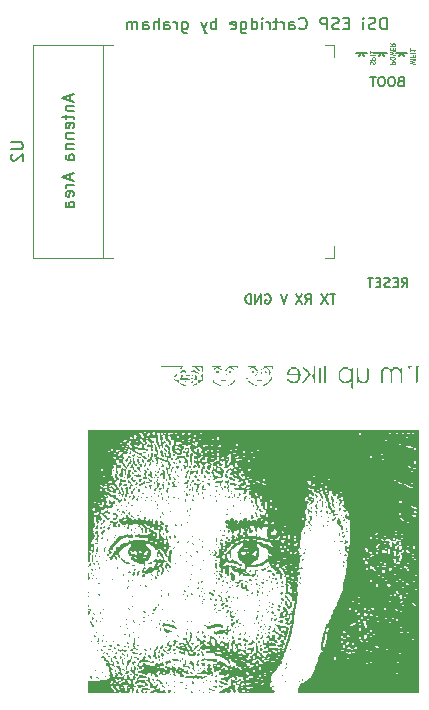
<source format=gbo>
G04 #@! TF.GenerationSoftware,KiCad,Pcbnew,8.0.1*
G04 #@! TF.CreationDate,2024-05-20T02:42:40-05:00*
G04 #@! TF.ProjectId,dsi_esp,6473695f-6573-4702-9e6b-696361645f70,1.0*
G04 #@! TF.SameCoordinates,Original*
G04 #@! TF.FileFunction,Legend,Bot*
G04 #@! TF.FilePolarity,Positive*
%FSLAX46Y46*%
G04 Gerber Fmt 4.6, Leading zero omitted, Abs format (unit mm)*
G04 Created by KiCad (PCBNEW 8.0.1) date 2024-05-20 02:42:40*
%MOMM*%
%LPD*%
G01*
G04 APERTURE LIST*
%ADD10C,0.200000*%
%ADD11C,0.150000*%
%ADD12C,0.032512*%
%ADD13C,0.300000*%
%ADD14C,0.120000*%
%ADD15C,0.203200*%
%ADD16C,0.000000*%
G04 APERTURE END LIST*
D10*
X140830326Y-41567219D02*
X140830326Y-40567219D01*
X140830326Y-40567219D02*
X140592231Y-40567219D01*
X140592231Y-40567219D02*
X140449374Y-40614838D01*
X140449374Y-40614838D02*
X140354136Y-40710076D01*
X140354136Y-40710076D02*
X140306517Y-40805314D01*
X140306517Y-40805314D02*
X140258898Y-40995790D01*
X140258898Y-40995790D02*
X140258898Y-41138647D01*
X140258898Y-41138647D02*
X140306517Y-41329123D01*
X140306517Y-41329123D02*
X140354136Y-41424361D01*
X140354136Y-41424361D02*
X140449374Y-41519600D01*
X140449374Y-41519600D02*
X140592231Y-41567219D01*
X140592231Y-41567219D02*
X140830326Y-41567219D01*
X139877945Y-41519600D02*
X139735088Y-41567219D01*
X139735088Y-41567219D02*
X139496993Y-41567219D01*
X139496993Y-41567219D02*
X139401755Y-41519600D01*
X139401755Y-41519600D02*
X139354136Y-41471980D01*
X139354136Y-41471980D02*
X139306517Y-41376742D01*
X139306517Y-41376742D02*
X139306517Y-41281504D01*
X139306517Y-41281504D02*
X139354136Y-41186266D01*
X139354136Y-41186266D02*
X139401755Y-41138647D01*
X139401755Y-41138647D02*
X139496993Y-41091028D01*
X139496993Y-41091028D02*
X139687469Y-41043409D01*
X139687469Y-41043409D02*
X139782707Y-40995790D01*
X139782707Y-40995790D02*
X139830326Y-40948171D01*
X139830326Y-40948171D02*
X139877945Y-40852933D01*
X139877945Y-40852933D02*
X139877945Y-40757695D01*
X139877945Y-40757695D02*
X139830326Y-40662457D01*
X139830326Y-40662457D02*
X139782707Y-40614838D01*
X139782707Y-40614838D02*
X139687469Y-40567219D01*
X139687469Y-40567219D02*
X139449374Y-40567219D01*
X139449374Y-40567219D02*
X139306517Y-40614838D01*
X138877945Y-41567219D02*
X138877945Y-40900552D01*
X138877945Y-40567219D02*
X138925564Y-40614838D01*
X138925564Y-40614838D02*
X138877945Y-40662457D01*
X138877945Y-40662457D02*
X138830326Y-40614838D01*
X138830326Y-40614838D02*
X138877945Y-40567219D01*
X138877945Y-40567219D02*
X138877945Y-40662457D01*
X137639850Y-41043409D02*
X137306517Y-41043409D01*
X137163660Y-41567219D02*
X137639850Y-41567219D01*
X137639850Y-41567219D02*
X137639850Y-40567219D01*
X137639850Y-40567219D02*
X137163660Y-40567219D01*
X136782707Y-41519600D02*
X136639850Y-41567219D01*
X136639850Y-41567219D02*
X136401755Y-41567219D01*
X136401755Y-41567219D02*
X136306517Y-41519600D01*
X136306517Y-41519600D02*
X136258898Y-41471980D01*
X136258898Y-41471980D02*
X136211279Y-41376742D01*
X136211279Y-41376742D02*
X136211279Y-41281504D01*
X136211279Y-41281504D02*
X136258898Y-41186266D01*
X136258898Y-41186266D02*
X136306517Y-41138647D01*
X136306517Y-41138647D02*
X136401755Y-41091028D01*
X136401755Y-41091028D02*
X136592231Y-41043409D01*
X136592231Y-41043409D02*
X136687469Y-40995790D01*
X136687469Y-40995790D02*
X136735088Y-40948171D01*
X136735088Y-40948171D02*
X136782707Y-40852933D01*
X136782707Y-40852933D02*
X136782707Y-40757695D01*
X136782707Y-40757695D02*
X136735088Y-40662457D01*
X136735088Y-40662457D02*
X136687469Y-40614838D01*
X136687469Y-40614838D02*
X136592231Y-40567219D01*
X136592231Y-40567219D02*
X136354136Y-40567219D01*
X136354136Y-40567219D02*
X136211279Y-40614838D01*
X135782707Y-41567219D02*
X135782707Y-40567219D01*
X135782707Y-40567219D02*
X135401755Y-40567219D01*
X135401755Y-40567219D02*
X135306517Y-40614838D01*
X135306517Y-40614838D02*
X135258898Y-40662457D01*
X135258898Y-40662457D02*
X135211279Y-40757695D01*
X135211279Y-40757695D02*
X135211279Y-40900552D01*
X135211279Y-40900552D02*
X135258898Y-40995790D01*
X135258898Y-40995790D02*
X135306517Y-41043409D01*
X135306517Y-41043409D02*
X135401755Y-41091028D01*
X135401755Y-41091028D02*
X135782707Y-41091028D01*
X133449374Y-41471980D02*
X133496993Y-41519600D01*
X133496993Y-41519600D02*
X133639850Y-41567219D01*
X133639850Y-41567219D02*
X133735088Y-41567219D01*
X133735088Y-41567219D02*
X133877945Y-41519600D01*
X133877945Y-41519600D02*
X133973183Y-41424361D01*
X133973183Y-41424361D02*
X134020802Y-41329123D01*
X134020802Y-41329123D02*
X134068421Y-41138647D01*
X134068421Y-41138647D02*
X134068421Y-40995790D01*
X134068421Y-40995790D02*
X134020802Y-40805314D01*
X134020802Y-40805314D02*
X133973183Y-40710076D01*
X133973183Y-40710076D02*
X133877945Y-40614838D01*
X133877945Y-40614838D02*
X133735088Y-40567219D01*
X133735088Y-40567219D02*
X133639850Y-40567219D01*
X133639850Y-40567219D02*
X133496993Y-40614838D01*
X133496993Y-40614838D02*
X133449374Y-40662457D01*
X132592231Y-41567219D02*
X132592231Y-41043409D01*
X132592231Y-41043409D02*
X132639850Y-40948171D01*
X132639850Y-40948171D02*
X132735088Y-40900552D01*
X132735088Y-40900552D02*
X132925564Y-40900552D01*
X132925564Y-40900552D02*
X133020802Y-40948171D01*
X132592231Y-41519600D02*
X132687469Y-41567219D01*
X132687469Y-41567219D02*
X132925564Y-41567219D01*
X132925564Y-41567219D02*
X133020802Y-41519600D01*
X133020802Y-41519600D02*
X133068421Y-41424361D01*
X133068421Y-41424361D02*
X133068421Y-41329123D01*
X133068421Y-41329123D02*
X133020802Y-41233885D01*
X133020802Y-41233885D02*
X132925564Y-41186266D01*
X132925564Y-41186266D02*
X132687469Y-41186266D01*
X132687469Y-41186266D02*
X132592231Y-41138647D01*
X132116040Y-41567219D02*
X132116040Y-40900552D01*
X132116040Y-41091028D02*
X132068421Y-40995790D01*
X132068421Y-40995790D02*
X132020802Y-40948171D01*
X132020802Y-40948171D02*
X131925564Y-40900552D01*
X131925564Y-40900552D02*
X131830326Y-40900552D01*
X131639849Y-40900552D02*
X131258897Y-40900552D01*
X131496992Y-40567219D02*
X131496992Y-41424361D01*
X131496992Y-41424361D02*
X131449373Y-41519600D01*
X131449373Y-41519600D02*
X131354135Y-41567219D01*
X131354135Y-41567219D02*
X131258897Y-41567219D01*
X130925563Y-41567219D02*
X130925563Y-40900552D01*
X130925563Y-41091028D02*
X130877944Y-40995790D01*
X130877944Y-40995790D02*
X130830325Y-40948171D01*
X130830325Y-40948171D02*
X130735087Y-40900552D01*
X130735087Y-40900552D02*
X130639849Y-40900552D01*
X130306515Y-41567219D02*
X130306515Y-40900552D01*
X130306515Y-40567219D02*
X130354134Y-40614838D01*
X130354134Y-40614838D02*
X130306515Y-40662457D01*
X130306515Y-40662457D02*
X130258896Y-40614838D01*
X130258896Y-40614838D02*
X130306515Y-40567219D01*
X130306515Y-40567219D02*
X130306515Y-40662457D01*
X129401754Y-41567219D02*
X129401754Y-40567219D01*
X129401754Y-41519600D02*
X129496992Y-41567219D01*
X129496992Y-41567219D02*
X129687468Y-41567219D01*
X129687468Y-41567219D02*
X129782706Y-41519600D01*
X129782706Y-41519600D02*
X129830325Y-41471980D01*
X129830325Y-41471980D02*
X129877944Y-41376742D01*
X129877944Y-41376742D02*
X129877944Y-41091028D01*
X129877944Y-41091028D02*
X129830325Y-40995790D01*
X129830325Y-40995790D02*
X129782706Y-40948171D01*
X129782706Y-40948171D02*
X129687468Y-40900552D01*
X129687468Y-40900552D02*
X129496992Y-40900552D01*
X129496992Y-40900552D02*
X129401754Y-40948171D01*
X128496992Y-40900552D02*
X128496992Y-41710076D01*
X128496992Y-41710076D02*
X128544611Y-41805314D01*
X128544611Y-41805314D02*
X128592230Y-41852933D01*
X128592230Y-41852933D02*
X128687468Y-41900552D01*
X128687468Y-41900552D02*
X128830325Y-41900552D01*
X128830325Y-41900552D02*
X128925563Y-41852933D01*
X128496992Y-41519600D02*
X128592230Y-41567219D01*
X128592230Y-41567219D02*
X128782706Y-41567219D01*
X128782706Y-41567219D02*
X128877944Y-41519600D01*
X128877944Y-41519600D02*
X128925563Y-41471980D01*
X128925563Y-41471980D02*
X128973182Y-41376742D01*
X128973182Y-41376742D02*
X128973182Y-41091028D01*
X128973182Y-41091028D02*
X128925563Y-40995790D01*
X128925563Y-40995790D02*
X128877944Y-40948171D01*
X128877944Y-40948171D02*
X128782706Y-40900552D01*
X128782706Y-40900552D02*
X128592230Y-40900552D01*
X128592230Y-40900552D02*
X128496992Y-40948171D01*
X127639849Y-41519600D02*
X127735087Y-41567219D01*
X127735087Y-41567219D02*
X127925563Y-41567219D01*
X127925563Y-41567219D02*
X128020801Y-41519600D01*
X128020801Y-41519600D02*
X128068420Y-41424361D01*
X128068420Y-41424361D02*
X128068420Y-41043409D01*
X128068420Y-41043409D02*
X128020801Y-40948171D01*
X128020801Y-40948171D02*
X127925563Y-40900552D01*
X127925563Y-40900552D02*
X127735087Y-40900552D01*
X127735087Y-40900552D02*
X127639849Y-40948171D01*
X127639849Y-40948171D02*
X127592230Y-41043409D01*
X127592230Y-41043409D02*
X127592230Y-41138647D01*
X127592230Y-41138647D02*
X128068420Y-41233885D01*
X126401753Y-41567219D02*
X126401753Y-40567219D01*
X126401753Y-40948171D02*
X126306515Y-40900552D01*
X126306515Y-40900552D02*
X126116039Y-40900552D01*
X126116039Y-40900552D02*
X126020801Y-40948171D01*
X126020801Y-40948171D02*
X125973182Y-40995790D01*
X125973182Y-40995790D02*
X125925563Y-41091028D01*
X125925563Y-41091028D02*
X125925563Y-41376742D01*
X125925563Y-41376742D02*
X125973182Y-41471980D01*
X125973182Y-41471980D02*
X126020801Y-41519600D01*
X126020801Y-41519600D02*
X126116039Y-41567219D01*
X126116039Y-41567219D02*
X126306515Y-41567219D01*
X126306515Y-41567219D02*
X126401753Y-41519600D01*
X125592229Y-40900552D02*
X125354134Y-41567219D01*
X125116039Y-40900552D02*
X125354134Y-41567219D01*
X125354134Y-41567219D02*
X125449372Y-41805314D01*
X125449372Y-41805314D02*
X125496991Y-41852933D01*
X125496991Y-41852933D02*
X125592229Y-41900552D01*
X123544610Y-40900552D02*
X123544610Y-41710076D01*
X123544610Y-41710076D02*
X123592229Y-41805314D01*
X123592229Y-41805314D02*
X123639848Y-41852933D01*
X123639848Y-41852933D02*
X123735086Y-41900552D01*
X123735086Y-41900552D02*
X123877943Y-41900552D01*
X123877943Y-41900552D02*
X123973181Y-41852933D01*
X123544610Y-41519600D02*
X123639848Y-41567219D01*
X123639848Y-41567219D02*
X123830324Y-41567219D01*
X123830324Y-41567219D02*
X123925562Y-41519600D01*
X123925562Y-41519600D02*
X123973181Y-41471980D01*
X123973181Y-41471980D02*
X124020800Y-41376742D01*
X124020800Y-41376742D02*
X124020800Y-41091028D01*
X124020800Y-41091028D02*
X123973181Y-40995790D01*
X123973181Y-40995790D02*
X123925562Y-40948171D01*
X123925562Y-40948171D02*
X123830324Y-40900552D01*
X123830324Y-40900552D02*
X123639848Y-40900552D01*
X123639848Y-40900552D02*
X123544610Y-40948171D01*
X123068419Y-41567219D02*
X123068419Y-40900552D01*
X123068419Y-41091028D02*
X123020800Y-40995790D01*
X123020800Y-40995790D02*
X122973181Y-40948171D01*
X122973181Y-40948171D02*
X122877943Y-40900552D01*
X122877943Y-40900552D02*
X122782705Y-40900552D01*
X122020800Y-41567219D02*
X122020800Y-41043409D01*
X122020800Y-41043409D02*
X122068419Y-40948171D01*
X122068419Y-40948171D02*
X122163657Y-40900552D01*
X122163657Y-40900552D02*
X122354133Y-40900552D01*
X122354133Y-40900552D02*
X122449371Y-40948171D01*
X122020800Y-41519600D02*
X122116038Y-41567219D01*
X122116038Y-41567219D02*
X122354133Y-41567219D01*
X122354133Y-41567219D02*
X122449371Y-41519600D01*
X122449371Y-41519600D02*
X122496990Y-41424361D01*
X122496990Y-41424361D02*
X122496990Y-41329123D01*
X122496990Y-41329123D02*
X122449371Y-41233885D01*
X122449371Y-41233885D02*
X122354133Y-41186266D01*
X122354133Y-41186266D02*
X122116038Y-41186266D01*
X122116038Y-41186266D02*
X122020800Y-41138647D01*
X121544609Y-41567219D02*
X121544609Y-40567219D01*
X121116038Y-41567219D02*
X121116038Y-41043409D01*
X121116038Y-41043409D02*
X121163657Y-40948171D01*
X121163657Y-40948171D02*
X121258895Y-40900552D01*
X121258895Y-40900552D02*
X121401752Y-40900552D01*
X121401752Y-40900552D02*
X121496990Y-40948171D01*
X121496990Y-40948171D02*
X121544609Y-40995790D01*
X120211276Y-41567219D02*
X120211276Y-41043409D01*
X120211276Y-41043409D02*
X120258895Y-40948171D01*
X120258895Y-40948171D02*
X120354133Y-40900552D01*
X120354133Y-40900552D02*
X120544609Y-40900552D01*
X120544609Y-40900552D02*
X120639847Y-40948171D01*
X120211276Y-41519600D02*
X120306514Y-41567219D01*
X120306514Y-41567219D02*
X120544609Y-41567219D01*
X120544609Y-41567219D02*
X120639847Y-41519600D01*
X120639847Y-41519600D02*
X120687466Y-41424361D01*
X120687466Y-41424361D02*
X120687466Y-41329123D01*
X120687466Y-41329123D02*
X120639847Y-41233885D01*
X120639847Y-41233885D02*
X120544609Y-41186266D01*
X120544609Y-41186266D02*
X120306514Y-41186266D01*
X120306514Y-41186266D02*
X120211276Y-41138647D01*
X119735085Y-41567219D02*
X119735085Y-40900552D01*
X119735085Y-40995790D02*
X119687466Y-40948171D01*
X119687466Y-40948171D02*
X119592228Y-40900552D01*
X119592228Y-40900552D02*
X119449371Y-40900552D01*
X119449371Y-40900552D02*
X119354133Y-40948171D01*
X119354133Y-40948171D02*
X119306514Y-41043409D01*
X119306514Y-41043409D02*
X119306514Y-41567219D01*
X119306514Y-41043409D02*
X119258895Y-40948171D01*
X119258895Y-40948171D02*
X119163657Y-40900552D01*
X119163657Y-40900552D02*
X119020800Y-40900552D01*
X119020800Y-40900552D02*
X118925561Y-40948171D01*
X118925561Y-40948171D02*
X118877942Y-41043409D01*
X118877942Y-41043409D02*
X118877942Y-41567219D01*
X142011279Y-45972647D02*
X141896993Y-46010742D01*
X141896993Y-46010742D02*
X141858898Y-46048838D01*
X141858898Y-46048838D02*
X141820802Y-46125028D01*
X141820802Y-46125028D02*
X141820802Y-46239314D01*
X141820802Y-46239314D02*
X141858898Y-46315504D01*
X141858898Y-46315504D02*
X141896993Y-46353600D01*
X141896993Y-46353600D02*
X141973183Y-46391695D01*
X141973183Y-46391695D02*
X142277945Y-46391695D01*
X142277945Y-46391695D02*
X142277945Y-45591695D01*
X142277945Y-45591695D02*
X142011279Y-45591695D01*
X142011279Y-45591695D02*
X141935088Y-45629790D01*
X141935088Y-45629790D02*
X141896993Y-45667885D01*
X141896993Y-45667885D02*
X141858898Y-45744076D01*
X141858898Y-45744076D02*
X141858898Y-45820266D01*
X141858898Y-45820266D02*
X141896993Y-45896457D01*
X141896993Y-45896457D02*
X141935088Y-45934552D01*
X141935088Y-45934552D02*
X142011279Y-45972647D01*
X142011279Y-45972647D02*
X142277945Y-45972647D01*
X141325564Y-45591695D02*
X141173183Y-45591695D01*
X141173183Y-45591695D02*
X141096993Y-45629790D01*
X141096993Y-45629790D02*
X141020802Y-45705980D01*
X141020802Y-45705980D02*
X140982707Y-45858361D01*
X140982707Y-45858361D02*
X140982707Y-46125028D01*
X140982707Y-46125028D02*
X141020802Y-46277409D01*
X141020802Y-46277409D02*
X141096993Y-46353600D01*
X141096993Y-46353600D02*
X141173183Y-46391695D01*
X141173183Y-46391695D02*
X141325564Y-46391695D01*
X141325564Y-46391695D02*
X141401755Y-46353600D01*
X141401755Y-46353600D02*
X141477945Y-46277409D01*
X141477945Y-46277409D02*
X141516041Y-46125028D01*
X141516041Y-46125028D02*
X141516041Y-45858361D01*
X141516041Y-45858361D02*
X141477945Y-45705980D01*
X141477945Y-45705980D02*
X141401755Y-45629790D01*
X141401755Y-45629790D02*
X141325564Y-45591695D01*
X140487469Y-45591695D02*
X140335088Y-45591695D01*
X140335088Y-45591695D02*
X140258898Y-45629790D01*
X140258898Y-45629790D02*
X140182707Y-45705980D01*
X140182707Y-45705980D02*
X140144612Y-45858361D01*
X140144612Y-45858361D02*
X140144612Y-46125028D01*
X140144612Y-46125028D02*
X140182707Y-46277409D01*
X140182707Y-46277409D02*
X140258898Y-46353600D01*
X140258898Y-46353600D02*
X140335088Y-46391695D01*
X140335088Y-46391695D02*
X140487469Y-46391695D01*
X140487469Y-46391695D02*
X140563660Y-46353600D01*
X140563660Y-46353600D02*
X140639850Y-46277409D01*
X140639850Y-46277409D02*
X140677946Y-46125028D01*
X140677946Y-46125028D02*
X140677946Y-45858361D01*
X140677946Y-45858361D02*
X140639850Y-45705980D01*
X140639850Y-45705980D02*
X140563660Y-45629790D01*
X140563660Y-45629790D02*
X140487469Y-45591695D01*
X139916041Y-45591695D02*
X139458898Y-45591695D01*
X139687470Y-46391695D02*
X139687470Y-45591695D01*
X132392231Y-63991695D02*
X132125564Y-64791695D01*
X132125564Y-64791695D02*
X131858898Y-63991695D01*
X130563660Y-64029790D02*
X130639850Y-63991695D01*
X130639850Y-63991695D02*
X130754136Y-63991695D01*
X130754136Y-63991695D02*
X130868422Y-64029790D01*
X130868422Y-64029790D02*
X130944612Y-64105980D01*
X130944612Y-64105980D02*
X130982707Y-64182171D01*
X130982707Y-64182171D02*
X131020803Y-64334552D01*
X131020803Y-64334552D02*
X131020803Y-64448838D01*
X131020803Y-64448838D02*
X130982707Y-64601219D01*
X130982707Y-64601219D02*
X130944612Y-64677409D01*
X130944612Y-64677409D02*
X130868422Y-64753600D01*
X130868422Y-64753600D02*
X130754136Y-64791695D01*
X130754136Y-64791695D02*
X130677945Y-64791695D01*
X130677945Y-64791695D02*
X130563660Y-64753600D01*
X130563660Y-64753600D02*
X130525564Y-64715504D01*
X130525564Y-64715504D02*
X130525564Y-64448838D01*
X130525564Y-64448838D02*
X130677945Y-64448838D01*
X130182707Y-64791695D02*
X130182707Y-63991695D01*
X130182707Y-63991695D02*
X129725564Y-64791695D01*
X129725564Y-64791695D02*
X129725564Y-63991695D01*
X129344612Y-64791695D02*
X129344612Y-63991695D01*
X129344612Y-63991695D02*
X129154136Y-63991695D01*
X129154136Y-63991695D02*
X129039850Y-64029790D01*
X129039850Y-64029790D02*
X128963660Y-64105980D01*
X128963660Y-64105980D02*
X128925565Y-64182171D01*
X128925565Y-64182171D02*
X128887469Y-64334552D01*
X128887469Y-64334552D02*
X128887469Y-64448838D01*
X128887469Y-64448838D02*
X128925565Y-64601219D01*
X128925565Y-64601219D02*
X128963660Y-64677409D01*
X128963660Y-64677409D02*
X129039850Y-64753600D01*
X129039850Y-64753600D02*
X129154136Y-64791695D01*
X129154136Y-64791695D02*
X129344612Y-64791695D01*
X142120802Y-63391695D02*
X142387469Y-63010742D01*
X142577945Y-63391695D02*
X142577945Y-62591695D01*
X142577945Y-62591695D02*
X142273183Y-62591695D01*
X142273183Y-62591695D02*
X142196993Y-62629790D01*
X142196993Y-62629790D02*
X142158898Y-62667885D01*
X142158898Y-62667885D02*
X142120802Y-62744076D01*
X142120802Y-62744076D02*
X142120802Y-62858361D01*
X142120802Y-62858361D02*
X142158898Y-62934552D01*
X142158898Y-62934552D02*
X142196993Y-62972647D01*
X142196993Y-62972647D02*
X142273183Y-63010742D01*
X142273183Y-63010742D02*
X142577945Y-63010742D01*
X141777945Y-62972647D02*
X141511279Y-62972647D01*
X141396993Y-63391695D02*
X141777945Y-63391695D01*
X141777945Y-63391695D02*
X141777945Y-62591695D01*
X141777945Y-62591695D02*
X141396993Y-62591695D01*
X141092231Y-63353600D02*
X140977945Y-63391695D01*
X140977945Y-63391695D02*
X140787469Y-63391695D01*
X140787469Y-63391695D02*
X140711278Y-63353600D01*
X140711278Y-63353600D02*
X140673183Y-63315504D01*
X140673183Y-63315504D02*
X140635088Y-63239314D01*
X140635088Y-63239314D02*
X140635088Y-63163123D01*
X140635088Y-63163123D02*
X140673183Y-63086933D01*
X140673183Y-63086933D02*
X140711278Y-63048838D01*
X140711278Y-63048838D02*
X140787469Y-63010742D01*
X140787469Y-63010742D02*
X140939850Y-62972647D01*
X140939850Y-62972647D02*
X141016040Y-62934552D01*
X141016040Y-62934552D02*
X141054135Y-62896457D01*
X141054135Y-62896457D02*
X141092231Y-62820266D01*
X141092231Y-62820266D02*
X141092231Y-62744076D01*
X141092231Y-62744076D02*
X141054135Y-62667885D01*
X141054135Y-62667885D02*
X141016040Y-62629790D01*
X141016040Y-62629790D02*
X140939850Y-62591695D01*
X140939850Y-62591695D02*
X140749373Y-62591695D01*
X140749373Y-62591695D02*
X140635088Y-62629790D01*
X140292230Y-62972647D02*
X140025564Y-62972647D01*
X139911278Y-63391695D02*
X140292230Y-63391695D01*
X140292230Y-63391695D02*
X140292230Y-62591695D01*
X140292230Y-62591695D02*
X139911278Y-62591695D01*
X139682706Y-62591695D02*
X139225563Y-62591695D01*
X139454135Y-63391695D02*
X139454135Y-62591695D01*
X136492231Y-63991695D02*
X136035088Y-63991695D01*
X136263660Y-64791695D02*
X136263660Y-63991695D01*
X135844612Y-63991695D02*
X135311278Y-64791695D01*
X135311278Y-63991695D02*
X135844612Y-64791695D01*
X133939849Y-64791695D02*
X134206516Y-64410742D01*
X134396992Y-64791695D02*
X134396992Y-63991695D01*
X134396992Y-63991695D02*
X134092230Y-63991695D01*
X134092230Y-63991695D02*
X134016040Y-64029790D01*
X134016040Y-64029790D02*
X133977945Y-64067885D01*
X133977945Y-64067885D02*
X133939849Y-64144076D01*
X133939849Y-64144076D02*
X133939849Y-64258361D01*
X133939849Y-64258361D02*
X133977945Y-64334552D01*
X133977945Y-64334552D02*
X134016040Y-64372647D01*
X134016040Y-64372647D02*
X134092230Y-64410742D01*
X134092230Y-64410742D02*
X134396992Y-64410742D01*
X133673183Y-63991695D02*
X133139849Y-64791695D01*
X133139849Y-63991695D02*
X133673183Y-64791695D01*
D11*
X109044819Y-51138095D02*
X109854342Y-51138095D01*
X109854342Y-51138095D02*
X109949580Y-51185714D01*
X109949580Y-51185714D02*
X109997200Y-51233333D01*
X109997200Y-51233333D02*
X110044819Y-51328571D01*
X110044819Y-51328571D02*
X110044819Y-51519047D01*
X110044819Y-51519047D02*
X109997200Y-51614285D01*
X109997200Y-51614285D02*
X109949580Y-51661904D01*
X109949580Y-51661904D02*
X109854342Y-51709523D01*
X109854342Y-51709523D02*
X109044819Y-51709523D01*
X109140057Y-52138095D02*
X109092438Y-52185714D01*
X109092438Y-52185714D02*
X109044819Y-52280952D01*
X109044819Y-52280952D02*
X109044819Y-52519047D01*
X109044819Y-52519047D02*
X109092438Y-52614285D01*
X109092438Y-52614285D02*
X109140057Y-52661904D01*
X109140057Y-52661904D02*
X109235295Y-52709523D01*
X109235295Y-52709523D02*
X109330533Y-52709523D01*
X109330533Y-52709523D02*
X109473390Y-52661904D01*
X109473390Y-52661904D02*
X110044819Y-52090476D01*
X110044819Y-52090476D02*
X110044819Y-52709523D01*
X114059104Y-47138094D02*
X114059104Y-47614284D01*
X114344819Y-47042856D02*
X113344819Y-47376189D01*
X113344819Y-47376189D02*
X114344819Y-47709522D01*
X113678152Y-48042856D02*
X114344819Y-48042856D01*
X113773390Y-48042856D02*
X113725771Y-48090475D01*
X113725771Y-48090475D02*
X113678152Y-48185713D01*
X113678152Y-48185713D02*
X113678152Y-48328570D01*
X113678152Y-48328570D02*
X113725771Y-48423808D01*
X113725771Y-48423808D02*
X113821009Y-48471427D01*
X113821009Y-48471427D02*
X114344819Y-48471427D01*
X113678152Y-48804761D02*
X113678152Y-49185713D01*
X113344819Y-48947618D02*
X114201961Y-48947618D01*
X114201961Y-48947618D02*
X114297200Y-48995237D01*
X114297200Y-48995237D02*
X114344819Y-49090475D01*
X114344819Y-49090475D02*
X114344819Y-49185713D01*
X114297200Y-49899999D02*
X114344819Y-49804761D01*
X114344819Y-49804761D02*
X114344819Y-49614285D01*
X114344819Y-49614285D02*
X114297200Y-49519047D01*
X114297200Y-49519047D02*
X114201961Y-49471428D01*
X114201961Y-49471428D02*
X113821009Y-49471428D01*
X113821009Y-49471428D02*
X113725771Y-49519047D01*
X113725771Y-49519047D02*
X113678152Y-49614285D01*
X113678152Y-49614285D02*
X113678152Y-49804761D01*
X113678152Y-49804761D02*
X113725771Y-49899999D01*
X113725771Y-49899999D02*
X113821009Y-49947618D01*
X113821009Y-49947618D02*
X113916247Y-49947618D01*
X113916247Y-49947618D02*
X114011485Y-49471428D01*
X113678152Y-50376190D02*
X114344819Y-50376190D01*
X113773390Y-50376190D02*
X113725771Y-50423809D01*
X113725771Y-50423809D02*
X113678152Y-50519047D01*
X113678152Y-50519047D02*
X113678152Y-50661904D01*
X113678152Y-50661904D02*
X113725771Y-50757142D01*
X113725771Y-50757142D02*
X113821009Y-50804761D01*
X113821009Y-50804761D02*
X114344819Y-50804761D01*
X113678152Y-51280952D02*
X114344819Y-51280952D01*
X113773390Y-51280952D02*
X113725771Y-51328571D01*
X113725771Y-51328571D02*
X113678152Y-51423809D01*
X113678152Y-51423809D02*
X113678152Y-51566666D01*
X113678152Y-51566666D02*
X113725771Y-51661904D01*
X113725771Y-51661904D02*
X113821009Y-51709523D01*
X113821009Y-51709523D02*
X114344819Y-51709523D01*
X114344819Y-52614285D02*
X113821009Y-52614285D01*
X113821009Y-52614285D02*
X113725771Y-52566666D01*
X113725771Y-52566666D02*
X113678152Y-52471428D01*
X113678152Y-52471428D02*
X113678152Y-52280952D01*
X113678152Y-52280952D02*
X113725771Y-52185714D01*
X114297200Y-52614285D02*
X114344819Y-52519047D01*
X114344819Y-52519047D02*
X114344819Y-52280952D01*
X114344819Y-52280952D02*
X114297200Y-52185714D01*
X114297200Y-52185714D02*
X114201961Y-52138095D01*
X114201961Y-52138095D02*
X114106723Y-52138095D01*
X114106723Y-52138095D02*
X114011485Y-52185714D01*
X114011485Y-52185714D02*
X113963866Y-52280952D01*
X113963866Y-52280952D02*
X113963866Y-52519047D01*
X113963866Y-52519047D02*
X113916247Y-52614285D01*
X114059104Y-53804762D02*
X114059104Y-54280952D01*
X114344819Y-53709524D02*
X113344819Y-54042857D01*
X113344819Y-54042857D02*
X114344819Y-54376190D01*
X114344819Y-54709524D02*
X113678152Y-54709524D01*
X113868628Y-54709524D02*
X113773390Y-54757143D01*
X113773390Y-54757143D02*
X113725771Y-54804762D01*
X113725771Y-54804762D02*
X113678152Y-54900000D01*
X113678152Y-54900000D02*
X113678152Y-54995238D01*
X114297200Y-55709524D02*
X114344819Y-55614286D01*
X114344819Y-55614286D02*
X114344819Y-55423810D01*
X114344819Y-55423810D02*
X114297200Y-55328572D01*
X114297200Y-55328572D02*
X114201961Y-55280953D01*
X114201961Y-55280953D02*
X113821009Y-55280953D01*
X113821009Y-55280953D02*
X113725771Y-55328572D01*
X113725771Y-55328572D02*
X113678152Y-55423810D01*
X113678152Y-55423810D02*
X113678152Y-55614286D01*
X113678152Y-55614286D02*
X113725771Y-55709524D01*
X113725771Y-55709524D02*
X113821009Y-55757143D01*
X113821009Y-55757143D02*
X113916247Y-55757143D01*
X113916247Y-55757143D02*
X114011485Y-55280953D01*
X114344819Y-56614286D02*
X113821009Y-56614286D01*
X113821009Y-56614286D02*
X113725771Y-56566667D01*
X113725771Y-56566667D02*
X113678152Y-56471429D01*
X113678152Y-56471429D02*
X113678152Y-56280953D01*
X113678152Y-56280953D02*
X113725771Y-56185715D01*
X114297200Y-56614286D02*
X114344819Y-56519048D01*
X114344819Y-56519048D02*
X114344819Y-56280953D01*
X114344819Y-56280953D02*
X114297200Y-56185715D01*
X114297200Y-56185715D02*
X114201961Y-56138096D01*
X114201961Y-56138096D02*
X114106723Y-56138096D01*
X114106723Y-56138096D02*
X114011485Y-56185715D01*
X114011485Y-56185715D02*
X113963866Y-56280953D01*
X113963866Y-56280953D02*
X113963866Y-56519048D01*
X113963866Y-56519048D02*
X113916247Y-56614286D01*
D12*
X141145946Y-44478590D02*
X141519834Y-44478590D01*
X141519834Y-44478590D02*
X141519834Y-44336156D01*
X141519834Y-44336156D02*
X141502030Y-44300548D01*
X141502030Y-44300548D02*
X141484226Y-44282743D01*
X141484226Y-44282743D02*
X141448618Y-44264939D01*
X141448618Y-44264939D02*
X141395205Y-44264939D01*
X141395205Y-44264939D02*
X141359597Y-44282743D01*
X141359597Y-44282743D02*
X141341792Y-44300548D01*
X141341792Y-44300548D02*
X141323988Y-44336156D01*
X141323988Y-44336156D02*
X141323988Y-44478590D01*
X141519834Y-44033485D02*
X141519834Y-43962268D01*
X141519834Y-43962268D02*
X141502030Y-43926660D01*
X141502030Y-43926660D02*
X141466422Y-43891051D01*
X141466422Y-43891051D02*
X141395205Y-43873247D01*
X141395205Y-43873247D02*
X141270576Y-43873247D01*
X141270576Y-43873247D02*
X141199359Y-43891051D01*
X141199359Y-43891051D02*
X141163751Y-43926660D01*
X141163751Y-43926660D02*
X141145946Y-43962268D01*
X141145946Y-43962268D02*
X141145946Y-44033485D01*
X141145946Y-44033485D02*
X141163751Y-44069093D01*
X141163751Y-44069093D02*
X141199359Y-44104702D01*
X141199359Y-44104702D02*
X141270576Y-44122506D01*
X141270576Y-44122506D02*
X141395205Y-44122506D01*
X141395205Y-44122506D02*
X141466422Y-44104702D01*
X141466422Y-44104702D02*
X141502030Y-44069093D01*
X141502030Y-44069093D02*
X141519834Y-44033485D01*
X141519834Y-43748618D02*
X141145946Y-43659597D01*
X141145946Y-43659597D02*
X141413009Y-43588380D01*
X141413009Y-43588380D02*
X141145946Y-43517163D01*
X141145946Y-43517163D02*
X141519834Y-43428143D01*
X141341792Y-43285709D02*
X141341792Y-43161079D01*
X141145946Y-43107667D02*
X141145946Y-43285709D01*
X141145946Y-43285709D02*
X141519834Y-43285709D01*
X141519834Y-43285709D02*
X141519834Y-43107667D01*
X141145946Y-42733778D02*
X141323988Y-42858408D01*
X141145946Y-42947429D02*
X141519834Y-42947429D01*
X141519834Y-42947429D02*
X141519834Y-42804995D01*
X141519834Y-42804995D02*
X141502030Y-42769387D01*
X141502030Y-42769387D02*
X141484226Y-42751582D01*
X141484226Y-42751582D02*
X141448618Y-42733778D01*
X141448618Y-42733778D02*
X141395205Y-42733778D01*
X141395205Y-42733778D02*
X141359597Y-42751582D01*
X141359597Y-42751582D02*
X141341792Y-42769387D01*
X141341792Y-42769387D02*
X141323988Y-42804995D01*
X141323988Y-42804995D02*
X141323988Y-42947429D01*
X139463751Y-44496394D02*
X139445946Y-44442981D01*
X139445946Y-44442981D02*
X139445946Y-44353960D01*
X139445946Y-44353960D02*
X139463751Y-44318352D01*
X139463751Y-44318352D02*
X139481555Y-44300548D01*
X139481555Y-44300548D02*
X139517163Y-44282743D01*
X139517163Y-44282743D02*
X139552771Y-44282743D01*
X139552771Y-44282743D02*
X139588380Y-44300548D01*
X139588380Y-44300548D02*
X139606184Y-44318352D01*
X139606184Y-44318352D02*
X139623988Y-44353960D01*
X139623988Y-44353960D02*
X139641792Y-44425177D01*
X139641792Y-44425177D02*
X139659597Y-44460785D01*
X139659597Y-44460785D02*
X139677401Y-44478590D01*
X139677401Y-44478590D02*
X139713009Y-44496394D01*
X139713009Y-44496394D02*
X139748618Y-44496394D01*
X139748618Y-44496394D02*
X139784226Y-44478590D01*
X139784226Y-44478590D02*
X139802030Y-44460785D01*
X139802030Y-44460785D02*
X139819834Y-44425177D01*
X139819834Y-44425177D02*
X139819834Y-44336156D01*
X139819834Y-44336156D02*
X139802030Y-44282743D01*
X139445946Y-44122506D02*
X139819834Y-44122506D01*
X139819834Y-44122506D02*
X139819834Y-43980072D01*
X139819834Y-43980072D02*
X139802030Y-43944464D01*
X139802030Y-43944464D02*
X139784226Y-43926659D01*
X139784226Y-43926659D02*
X139748618Y-43908855D01*
X139748618Y-43908855D02*
X139695205Y-43908855D01*
X139695205Y-43908855D02*
X139659597Y-43926659D01*
X139659597Y-43926659D02*
X139641792Y-43944464D01*
X139641792Y-43944464D02*
X139623988Y-43980072D01*
X139623988Y-43980072D02*
X139623988Y-44122506D01*
X139445946Y-43748618D02*
X139819834Y-43748618D01*
X139445946Y-43374729D02*
X139445946Y-43588380D01*
X139445946Y-43481555D02*
X139819834Y-43481555D01*
X139819834Y-43481555D02*
X139766422Y-43517163D01*
X139766422Y-43517163D02*
X139730813Y-43552771D01*
X139730813Y-43552771D02*
X139713009Y-43588380D01*
D13*
X130921427Y-83149757D02*
X131064285Y-83078328D01*
X131064285Y-83078328D02*
X131278570Y-83078328D01*
X131278570Y-83078328D02*
X131492856Y-83149757D01*
X131492856Y-83149757D02*
X131635713Y-83292614D01*
X131635713Y-83292614D02*
X131707142Y-83435471D01*
X131707142Y-83435471D02*
X131778570Y-83721185D01*
X131778570Y-83721185D02*
X131778570Y-83935471D01*
X131778570Y-83935471D02*
X131707142Y-84221185D01*
X131707142Y-84221185D02*
X131635713Y-84364042D01*
X131635713Y-84364042D02*
X131492856Y-84506900D01*
X131492856Y-84506900D02*
X131278570Y-84578328D01*
X131278570Y-84578328D02*
X131135713Y-84578328D01*
X131135713Y-84578328D02*
X130921427Y-84506900D01*
X130921427Y-84506900D02*
X130849999Y-84435471D01*
X130849999Y-84435471D02*
X130849999Y-83935471D01*
X130849999Y-83935471D02*
X131135713Y-83935471D01*
X129992856Y-83078328D02*
X129992856Y-83435471D01*
X130349999Y-83292614D02*
X129992856Y-83435471D01*
X129992856Y-83435471D02*
X129635713Y-83292614D01*
X130207142Y-83721185D02*
X129992856Y-83435471D01*
X129992856Y-83435471D02*
X129778570Y-83721185D01*
X128849999Y-83078328D02*
X128849999Y-83435471D01*
X129207142Y-83292614D02*
X128849999Y-83435471D01*
X128849999Y-83435471D02*
X128492856Y-83292614D01*
X129064285Y-83721185D02*
X128849999Y-83435471D01*
X128849999Y-83435471D02*
X128635713Y-83721185D01*
X127707142Y-83078328D02*
X127707142Y-83435471D01*
X128064285Y-83292614D02*
X127707142Y-83435471D01*
X127707142Y-83435471D02*
X127349999Y-83292614D01*
X127921428Y-83721185D02*
X127707142Y-83435471D01*
X127707142Y-83435471D02*
X127492856Y-83721185D01*
D12*
X143219834Y-44514198D02*
X142845946Y-44425177D01*
X142845946Y-44425177D02*
X143113009Y-44353960D01*
X143113009Y-44353960D02*
X142845946Y-44282743D01*
X142845946Y-44282743D02*
X143219834Y-44193723D01*
X142845946Y-44051289D02*
X143219834Y-44051289D01*
X143041792Y-43748617D02*
X143041792Y-43873247D01*
X142845946Y-43873247D02*
X143219834Y-43873247D01*
X143219834Y-43873247D02*
X143219834Y-43695205D01*
X142845946Y-43552772D02*
X143219834Y-43552772D01*
X142845946Y-43178883D02*
X142845946Y-43392534D01*
X142845946Y-43285709D02*
X143219834Y-43285709D01*
X143219834Y-43285709D02*
X143166422Y-43321317D01*
X143166422Y-43321317D02*
X143130813Y-43356925D01*
X143130813Y-43356925D02*
X143113009Y-43392534D01*
D14*
X110890000Y-60900000D02*
X110890000Y-42900000D01*
X116830000Y-42900000D02*
X116830000Y-60900000D01*
X117640000Y-42900000D02*
X110890000Y-42900000D01*
X117640000Y-60900000D02*
X110890000Y-60900000D01*
X136390000Y-42900000D02*
X135640000Y-42900000D01*
X136390000Y-43900000D02*
X136390000Y-42900000D01*
X136390000Y-59900000D02*
X136390000Y-60900000D01*
X136390000Y-60900000D02*
X135640000Y-60900000D01*
D15*
X140166200Y-43840000D02*
X140400000Y-43530000D01*
X140400000Y-43530000D02*
X139940000Y-43530000D01*
X140400000Y-43530000D02*
X140860000Y-43530000D01*
X140618400Y-43840000D02*
X140425400Y-43545400D01*
X138466200Y-43840000D02*
X138700000Y-43530000D01*
X138700000Y-43530000D02*
X138240000Y-43530000D01*
X138700000Y-43530000D02*
X139160000Y-43530000D01*
X138918400Y-43840000D02*
X138725400Y-43545400D01*
D16*
G36*
X115617488Y-89577463D02*
G01*
X115601848Y-89593103D01*
X115586207Y-89577463D01*
X115601848Y-89561823D01*
X115617488Y-89577463D01*
G37*
G36*
X115617488Y-90547167D02*
G01*
X115601848Y-90562808D01*
X115586207Y-90547167D01*
X115601848Y-90531527D01*
X115617488Y-90547167D01*
G37*
G36*
X116336946Y-91485591D02*
G01*
X116321306Y-91501231D01*
X116305665Y-91485591D01*
X116321306Y-91469951D01*
X116336946Y-91485591D01*
G37*
G36*
X116368227Y-89170813D02*
G01*
X116352587Y-89186453D01*
X116336946Y-89170813D01*
X116352587Y-89155172D01*
X116368227Y-89170813D01*
G37*
G36*
X116493350Y-87794458D02*
G01*
X116477710Y-87810098D01*
X116462069Y-87794458D01*
X116477710Y-87778818D01*
X116493350Y-87794458D01*
G37*
G36*
X116524631Y-87857020D02*
G01*
X116508991Y-87872660D01*
X116493350Y-87857020D01*
X116508991Y-87841379D01*
X116524631Y-87857020D01*
G37*
G36*
X117431774Y-85198153D02*
G01*
X117416133Y-85213793D01*
X117400493Y-85198153D01*
X117416133Y-85182512D01*
X117431774Y-85198153D01*
G37*
G36*
X117463055Y-81319335D02*
G01*
X117447414Y-81334975D01*
X117431774Y-81319335D01*
X117447414Y-81303694D01*
X117463055Y-81319335D01*
G37*
G36*
X117932266Y-84322291D02*
G01*
X117916626Y-84337931D01*
X117900986Y-84322291D01*
X117916626Y-84306650D01*
X117932266Y-84322291D01*
G37*
G36*
X117963547Y-88326231D02*
G01*
X117947907Y-88341872D01*
X117932266Y-88326231D01*
X117947907Y-88310591D01*
X117963547Y-88326231D01*
G37*
G36*
X118370197Y-81725985D02*
G01*
X118354557Y-81741625D01*
X118338917Y-81725985D01*
X118354557Y-81710345D01*
X118370197Y-81725985D01*
G37*
G36*
X118370197Y-81976231D02*
G01*
X118354557Y-81991872D01*
X118338917Y-81976231D01*
X118354557Y-81960591D01*
X118370197Y-81976231D01*
G37*
G36*
X118589163Y-87356527D02*
G01*
X118573523Y-87372167D01*
X118557882Y-87356527D01*
X118573523Y-87340887D01*
X118589163Y-87356527D01*
G37*
G36*
X118714286Y-88420074D02*
G01*
X118698646Y-88435714D01*
X118683005Y-88420074D01*
X118698646Y-88404433D01*
X118714286Y-88420074D01*
G37*
G36*
X118776848Y-94519827D02*
G01*
X118761207Y-94535468D01*
X118745567Y-94519827D01*
X118761207Y-94504187D01*
X118776848Y-94519827D01*
G37*
G36*
X118776848Y-95833621D02*
G01*
X118761207Y-95849261D01*
X118745567Y-95833621D01*
X118761207Y-95817980D01*
X118776848Y-95833621D01*
G37*
G36*
X118933252Y-77565640D02*
G01*
X118917611Y-77581281D01*
X118901971Y-77565640D01*
X118917611Y-77550000D01*
X118933252Y-77565640D01*
G37*
G36*
X118964532Y-81819827D02*
G01*
X118948892Y-81835468D01*
X118933252Y-81819827D01*
X118948892Y-81804187D01*
X118964532Y-81819827D01*
G37*
G36*
X119277340Y-92205049D02*
G01*
X119261700Y-92220690D01*
X119246060Y-92205049D01*
X119261700Y-92189409D01*
X119277340Y-92205049D01*
G37*
G36*
X119371183Y-88826724D02*
G01*
X119355542Y-88842364D01*
X119339902Y-88826724D01*
X119355542Y-88811084D01*
X119371183Y-88826724D01*
G37*
G36*
X119777833Y-91641995D02*
G01*
X119762193Y-91657635D01*
X119746552Y-91641995D01*
X119762193Y-91626355D01*
X119777833Y-91641995D01*
G37*
G36*
X119840394Y-91641995D02*
G01*
X119824754Y-91657635D01*
X119809114Y-91641995D01*
X119824754Y-91626355D01*
X119840394Y-91641995D01*
G37*
G36*
X120028079Y-92392734D02*
G01*
X120012439Y-92408374D01*
X119996798Y-92392734D01*
X120012439Y-92377093D01*
X120028079Y-92392734D01*
G37*
G36*
X120121922Y-80255788D02*
G01*
X120106281Y-80271428D01*
X120090641Y-80255788D01*
X120106281Y-80240148D01*
X120121922Y-80255788D01*
G37*
G36*
X120121922Y-88232389D02*
G01*
X120106281Y-88248029D01*
X120090641Y-88232389D01*
X120106281Y-88216749D01*
X120121922Y-88232389D01*
G37*
G36*
X120372168Y-92048645D02*
G01*
X120356527Y-92064286D01*
X120340887Y-92048645D01*
X120356527Y-92033005D01*
X120372168Y-92048645D01*
G37*
G36*
X120591133Y-96365394D02*
G01*
X120575493Y-96381034D01*
X120559853Y-96365394D01*
X120575493Y-96349754D01*
X120591133Y-96365394D01*
G37*
G36*
X121060345Y-96334113D02*
G01*
X121044705Y-96349754D01*
X121029064Y-96334113D01*
X121044705Y-96318473D01*
X121060345Y-96334113D01*
G37*
G36*
X121341872Y-91704557D02*
G01*
X121326232Y-91720197D01*
X121310592Y-91704557D01*
X121326232Y-91688916D01*
X121341872Y-91704557D01*
G37*
G36*
X121654680Y-78378941D02*
G01*
X121639040Y-78394581D01*
X121623399Y-78378941D01*
X121639040Y-78363300D01*
X121654680Y-78378941D01*
G37*
G36*
X121748523Y-96427956D02*
G01*
X121732882Y-96443596D01*
X121717242Y-96427956D01*
X121732882Y-96412315D01*
X121748523Y-96427956D01*
G37*
G36*
X121936207Y-80599877D02*
G01*
X121920567Y-80615517D01*
X121904927Y-80599877D01*
X121920567Y-80584236D01*
X121936207Y-80599877D01*
G37*
G36*
X122061330Y-97272537D02*
G01*
X122045690Y-97288177D01*
X122030050Y-97272537D01*
X122045690Y-97256896D01*
X122061330Y-97272537D01*
G37*
G36*
X122186454Y-94707512D02*
G01*
X122170813Y-94723153D01*
X122155173Y-94707512D01*
X122170813Y-94691872D01*
X122186454Y-94707512D01*
G37*
G36*
X122499261Y-83727956D02*
G01*
X122483621Y-83743596D01*
X122467981Y-83727956D01*
X122483621Y-83712315D01*
X122499261Y-83727956D01*
G37*
G36*
X122780789Y-88576478D02*
G01*
X122765148Y-88592118D01*
X122749508Y-88576478D01*
X122765148Y-88560837D01*
X122780789Y-88576478D01*
G37*
G36*
X122905912Y-89421059D02*
G01*
X122890271Y-89436699D01*
X122874631Y-89421059D01*
X122890271Y-89405419D01*
X122905912Y-89421059D01*
G37*
G36*
X122968473Y-85917611D02*
G01*
X122952833Y-85933251D01*
X122937193Y-85917611D01*
X122952833Y-85901970D01*
X122968473Y-85917611D01*
G37*
G36*
X123906897Y-97116133D02*
G01*
X123891257Y-97131773D01*
X123875616Y-97116133D01*
X123891257Y-97100492D01*
X123906897Y-97116133D01*
G37*
G36*
X124250986Y-87075000D02*
G01*
X124235345Y-87090640D01*
X124219705Y-87075000D01*
X124235345Y-87059359D01*
X124250986Y-87075000D01*
G37*
G36*
X124469951Y-97178694D02*
G01*
X124454311Y-97194335D01*
X124438670Y-97178694D01*
X124454311Y-97163054D01*
X124469951Y-97178694D01*
G37*
G36*
X124814040Y-85166872D02*
G01*
X124798399Y-85182512D01*
X124782759Y-85166872D01*
X124798399Y-85151231D01*
X124814040Y-85166872D01*
G37*
G36*
X124845321Y-96834606D02*
G01*
X124829680Y-96850246D01*
X124814040Y-96834606D01*
X124829680Y-96818965D01*
X124845321Y-96834606D01*
G37*
G36*
X124907882Y-90234359D02*
G01*
X124892242Y-90250000D01*
X124876601Y-90234359D01*
X124892242Y-90218719D01*
X124907882Y-90234359D01*
G37*
G36*
X124970444Y-81600862D02*
G01*
X124954803Y-81616502D01*
X124939163Y-81600862D01*
X124954803Y-81585222D01*
X124970444Y-81600862D01*
G37*
G36*
X125095567Y-96865887D02*
G01*
X125079927Y-96881527D01*
X125064286Y-96865887D01*
X125079927Y-96850246D01*
X125095567Y-96865887D01*
G37*
G36*
X125126848Y-90609729D02*
G01*
X125111207Y-90625369D01*
X125095567Y-90609729D01*
X125111207Y-90594089D01*
X125126848Y-90609729D01*
G37*
G36*
X125251971Y-88889286D02*
G01*
X125236330Y-88904926D01*
X125220690Y-88889286D01*
X125236330Y-88873645D01*
X125251971Y-88889286D01*
G37*
G36*
X125377094Y-78097414D02*
G01*
X125361454Y-78113054D01*
X125345813Y-78097414D01*
X125361454Y-78081773D01*
X125377094Y-78097414D01*
G37*
G36*
X125596060Y-96678202D02*
G01*
X125580419Y-96693842D01*
X125564779Y-96678202D01*
X125580419Y-96662561D01*
X125596060Y-96678202D01*
G37*
G36*
X125971429Y-71027956D02*
G01*
X125955789Y-71043596D01*
X125940148Y-71027956D01*
X125955789Y-71012315D01*
X125971429Y-71027956D01*
G37*
G36*
X126096552Y-85855049D02*
G01*
X126080912Y-85870690D01*
X126065271Y-85855049D01*
X126080912Y-85839409D01*
X126096552Y-85855049D01*
G37*
G36*
X126440641Y-88826724D02*
G01*
X126425000Y-88842364D01*
X126409360Y-88826724D01*
X126425000Y-88811084D01*
X126440641Y-88826724D01*
G37*
G36*
X126503202Y-71215640D02*
G01*
X126487562Y-71231281D01*
X126471922Y-71215640D01*
X126487562Y-71200000D01*
X126503202Y-71215640D01*
G37*
G36*
X126534483Y-88826724D02*
G01*
X126518843Y-88842364D01*
X126503202Y-88826724D01*
X126518843Y-88811084D01*
X126534483Y-88826724D01*
G37*
G36*
X126597045Y-84322291D02*
G01*
X126581404Y-84337931D01*
X126565764Y-84322291D01*
X126581404Y-84306650D01*
X126597045Y-84322291D01*
G37*
G36*
X126690887Y-85010468D02*
G01*
X126675247Y-85026108D01*
X126659606Y-85010468D01*
X126675247Y-84994827D01*
X126690887Y-85010468D01*
G37*
G36*
X126784729Y-70840271D02*
G01*
X126769089Y-70855911D01*
X126753449Y-70840271D01*
X126769089Y-70824630D01*
X126784729Y-70840271D01*
G37*
G36*
X126784729Y-82414162D02*
G01*
X126769089Y-82429803D01*
X126753449Y-82414162D01*
X126769089Y-82398522D01*
X126784729Y-82414162D01*
G37*
G36*
X126878572Y-80349630D02*
G01*
X126862931Y-80365271D01*
X126847291Y-80349630D01*
X126862931Y-80333990D01*
X126878572Y-80349630D01*
G37*
G36*
X127222660Y-84353571D02*
G01*
X127207020Y-84369212D01*
X127191380Y-84353571D01*
X127207020Y-84337931D01*
X127222660Y-84353571D01*
G37*
G36*
X127316503Y-89358497D02*
G01*
X127300862Y-89374138D01*
X127285222Y-89358497D01*
X127300862Y-89342857D01*
X127316503Y-89358497D01*
G37*
G36*
X127441626Y-70902832D02*
G01*
X127425986Y-70918473D01*
X127410345Y-70902832D01*
X127425986Y-70887192D01*
X127441626Y-70902832D01*
G37*
G36*
X127754434Y-95364409D02*
G01*
X127738793Y-95380049D01*
X127723153Y-95364409D01*
X127738793Y-95348768D01*
X127754434Y-95364409D01*
G37*
G36*
X127816995Y-88639039D02*
G01*
X127801355Y-88654680D01*
X127785715Y-88639039D01*
X127801355Y-88623399D01*
X127816995Y-88639039D01*
G37*
G36*
X128129803Y-84572537D02*
G01*
X128114163Y-84588177D01*
X128098523Y-84572537D01*
X128114163Y-84556896D01*
X128129803Y-84572537D01*
G37*
G36*
X128380050Y-87857020D02*
G01*
X128364409Y-87872660D01*
X128348769Y-87857020D01*
X128364409Y-87841379D01*
X128380050Y-87857020D01*
G37*
G36*
X128505173Y-91485591D02*
G01*
X128489532Y-91501231D01*
X128473892Y-91485591D01*
X128489532Y-91469951D01*
X128505173Y-91485591D01*
G37*
G36*
X128849261Y-89765148D02*
G01*
X128833621Y-89780788D01*
X128817981Y-89765148D01*
X128833621Y-89749507D01*
X128849261Y-89765148D01*
G37*
G36*
X129412316Y-93112192D02*
G01*
X129396675Y-93127832D01*
X129381035Y-93112192D01*
X129396675Y-93096552D01*
X129412316Y-93112192D01*
G37*
G36*
X129600000Y-92955788D02*
G01*
X129584360Y-92971428D01*
X129568720Y-92955788D01*
X129584360Y-92940148D01*
X129600000Y-92955788D01*
G37*
G36*
X129631281Y-83853079D02*
G01*
X129615641Y-83868719D01*
X129600000Y-83853079D01*
X129615641Y-83837438D01*
X129631281Y-83853079D01*
G37*
G36*
X129631281Y-92893226D02*
G01*
X129615641Y-92908867D01*
X129600000Y-92893226D01*
X129615641Y-92877586D01*
X129631281Y-92893226D01*
G37*
G36*
X130037931Y-88232389D02*
G01*
X130022291Y-88248029D01*
X130006651Y-88232389D01*
X130022291Y-88216749D01*
X130037931Y-88232389D01*
G37*
G36*
X130163055Y-93862931D02*
G01*
X130147414Y-93878571D01*
X130131774Y-93862931D01*
X130147414Y-93847291D01*
X130163055Y-93862931D01*
G37*
G36*
X130288178Y-93362438D02*
G01*
X130272537Y-93378079D01*
X130256897Y-93362438D01*
X130272537Y-93346798D01*
X130288178Y-93362438D01*
G37*
G36*
X130350739Y-87638054D02*
G01*
X130335099Y-87653694D01*
X130319459Y-87638054D01*
X130335099Y-87622414D01*
X130350739Y-87638054D01*
G37*
G36*
X130382020Y-90515887D02*
G01*
X130366380Y-90531527D01*
X130350739Y-90515887D01*
X130366380Y-90500246D01*
X130382020Y-90515887D01*
G37*
G36*
X130851232Y-95114162D02*
G01*
X130835592Y-95129803D01*
X130819951Y-95114162D01*
X130835592Y-95098522D01*
X130851232Y-95114162D01*
G37*
G36*
X131132759Y-92079926D02*
G01*
X131117119Y-92095566D01*
X131101478Y-92079926D01*
X131117119Y-92064286D01*
X131132759Y-92079926D01*
G37*
G36*
X131508128Y-89702586D02*
G01*
X131492488Y-89718226D01*
X131476848Y-89702586D01*
X131492488Y-89686946D01*
X131508128Y-89702586D01*
G37*
G36*
X131601971Y-87888300D02*
G01*
X131586330Y-87903941D01*
X131570690Y-87888300D01*
X131586330Y-87872660D01*
X131601971Y-87888300D01*
G37*
G36*
X131883498Y-89014409D02*
G01*
X131867858Y-89030049D01*
X131852217Y-89014409D01*
X131867858Y-88998768D01*
X131883498Y-89014409D01*
G37*
G36*
X132446552Y-94801355D02*
G01*
X132430912Y-94816995D01*
X132415271Y-94801355D01*
X132430912Y-94785714D01*
X132446552Y-94801355D01*
G37*
G36*
X132634237Y-90703571D02*
G01*
X132618596Y-90719212D01*
X132602956Y-90703571D01*
X132618596Y-90687931D01*
X132634237Y-90703571D01*
G37*
G36*
X133416257Y-90515887D02*
G01*
X133400616Y-90531527D01*
X133384976Y-90515887D01*
X133400616Y-90500246D01*
X133416257Y-90515887D01*
G37*
G36*
X133948030Y-83821798D02*
G01*
X133932390Y-83837438D01*
X133916749Y-83821798D01*
X133932390Y-83806158D01*
X133948030Y-83821798D01*
G37*
G36*
X134135715Y-82070074D02*
G01*
X134120074Y-82085714D01*
X134104434Y-82070074D01*
X134120074Y-82054433D01*
X134135715Y-82070074D01*
G37*
G36*
X134855173Y-80818842D02*
G01*
X134839532Y-80834483D01*
X134823892Y-80818842D01*
X134839532Y-80803202D01*
X134855173Y-80818842D01*
G37*
G36*
X135887439Y-83759236D02*
G01*
X135871798Y-83774877D01*
X135856158Y-83759236D01*
X135871798Y-83743596D01*
X135887439Y-83759236D01*
G37*
G36*
X136857143Y-85354557D02*
G01*
X136841503Y-85370197D01*
X136825862Y-85354557D01*
X136841503Y-85338916D01*
X136857143Y-85354557D01*
G37*
G36*
X136857143Y-86074015D02*
G01*
X136841503Y-86089655D01*
X136825862Y-86074015D01*
X136841503Y-86058374D01*
X136857143Y-86074015D01*
G37*
G36*
X136857143Y-86199138D02*
G01*
X136841503Y-86214778D01*
X136825862Y-86199138D01*
X136841503Y-86183497D01*
X136857143Y-86199138D01*
G37*
G36*
X137357636Y-83102340D02*
G01*
X137341995Y-83117980D01*
X137326355Y-83102340D01*
X137341995Y-83086699D01*
X137357636Y-83102340D01*
G37*
G36*
X137482759Y-84353571D02*
G01*
X137467119Y-84369212D01*
X137451478Y-84353571D01*
X137467119Y-84337931D01*
X137482759Y-84353571D01*
G37*
G36*
X139547291Y-95114162D02*
G01*
X139531651Y-95129803D01*
X139516010Y-95114162D01*
X139531651Y-95098522D01*
X139547291Y-95114162D01*
G37*
G36*
X140360592Y-86605788D02*
G01*
X140344951Y-86621428D01*
X140329311Y-86605788D01*
X140344951Y-86590148D01*
X140360592Y-86605788D01*
G37*
G36*
X141643104Y-85354557D02*
G01*
X141627463Y-85370197D01*
X141611823Y-85354557D01*
X141627463Y-85338916D01*
X141643104Y-85354557D01*
G37*
G36*
X142612808Y-87200123D02*
G01*
X142597168Y-87215763D01*
X142581527Y-87200123D01*
X142597168Y-87184483D01*
X142612808Y-87200123D01*
G37*
G36*
X116117981Y-91125862D02*
G01*
X116115723Y-91142422D01*
X116097127Y-91146716D01*
X116093383Y-91142131D01*
X116097127Y-91105008D01*
X116106536Y-91100114D01*
X116117981Y-91125862D01*
G37*
G36*
X116211823Y-89530542D02*
G01*
X116209566Y-89547102D01*
X116190969Y-89551396D01*
X116187225Y-89546811D01*
X116190969Y-89509688D01*
X116200378Y-89504794D01*
X116211823Y-89530542D01*
G37*
G36*
X116336946Y-87497291D02*
G01*
X116334689Y-87513850D01*
X116316092Y-87518144D01*
X116312349Y-87513560D01*
X116316092Y-87476437D01*
X116325501Y-87471543D01*
X116336946Y-87497291D01*
G37*
G36*
X116545485Y-88915353D02*
G01*
X116550379Y-88924762D01*
X116524631Y-88936207D01*
X116508071Y-88933949D01*
X116503777Y-88915353D01*
X116508362Y-88911609D01*
X116545485Y-88915353D01*
G37*
G36*
X117583239Y-84244089D02*
G01*
X117578878Y-84287119D01*
X117567461Y-84283190D01*
X117563330Y-84269030D01*
X117567461Y-84204988D01*
X117578323Y-84199681D01*
X117583239Y-84244089D01*
G37*
G36*
X117640312Y-88133333D02*
G01*
X117645206Y-88142742D01*
X117619459Y-88154187D01*
X117602899Y-88151930D01*
X117598605Y-88133333D01*
X117603189Y-88129590D01*
X117640312Y-88133333D01*
G37*
G36*
X118086201Y-79909093D02*
G01*
X118083989Y-79940820D01*
X118069772Y-79950149D01*
X118063573Y-79939082D01*
X118067302Y-79890194D01*
X118078561Y-79875715D01*
X118086201Y-79909093D01*
G37*
G36*
X118088670Y-81679064D02*
G01*
X118086413Y-81695624D01*
X118067816Y-81699918D01*
X118064073Y-81695333D01*
X118067816Y-81658210D01*
X118077225Y-81653316D01*
X118088670Y-81679064D01*
G37*
G36*
X118376063Y-92574691D02*
G01*
X118390541Y-92585950D01*
X118357164Y-92593589D01*
X118325437Y-92591378D01*
X118316108Y-92577160D01*
X118327174Y-92570962D01*
X118376063Y-92574691D01*
G37*
G36*
X118338917Y-93252956D02*
G01*
X118336659Y-93269515D01*
X118318063Y-93273809D01*
X118314319Y-93269225D01*
X118318063Y-93232102D01*
X118327472Y-93227208D01*
X118338917Y-93252956D01*
G37*
G36*
X118427820Y-87121921D02*
G01*
X118423460Y-87164952D01*
X118412042Y-87161022D01*
X118407911Y-87146863D01*
X118412042Y-87082820D01*
X118422904Y-87077514D01*
X118427820Y-87121921D01*
G37*
G36*
X118464040Y-83618473D02*
G01*
X118461782Y-83635033D01*
X118443186Y-83639327D01*
X118439442Y-83634742D01*
X118443186Y-83597619D01*
X118452595Y-83592725D01*
X118464040Y-83618473D01*
G37*
G36*
X118555413Y-83631506D02*
G01*
X118553201Y-83663233D01*
X118538983Y-83672562D01*
X118532785Y-83661496D01*
X118536514Y-83612608D01*
X118547773Y-83598129D01*
X118555413Y-83631506D01*
G37*
G36*
X118672578Y-94827422D02*
G01*
X118677472Y-94836831D01*
X118651725Y-94848276D01*
X118635165Y-94846018D01*
X118630871Y-94827422D01*
X118635455Y-94823678D01*
X118672578Y-94827422D01*
G37*
G36*
X118797702Y-94889983D02*
G01*
X118802595Y-94899392D01*
X118776848Y-94910837D01*
X118760288Y-94908580D01*
X118755994Y-94889983D01*
X118760579Y-94886240D01*
X118797702Y-94889983D01*
G37*
G36*
X118930782Y-77469191D02*
G01*
X118928570Y-77500918D01*
X118914353Y-77510247D01*
X118908154Y-77499180D01*
X118911883Y-77450292D01*
X118923143Y-77435814D01*
X118930782Y-77469191D01*
G37*
G36*
X119337432Y-88229782D02*
G01*
X119335221Y-88261509D01*
X119321003Y-88270838D01*
X119314804Y-88259772D01*
X119318534Y-88210883D01*
X119329793Y-88196405D01*
X119337432Y-88229782D01*
G37*
G36*
X119485879Y-82565353D02*
G01*
X119490773Y-82574762D01*
X119465025Y-82586207D01*
X119448465Y-82583949D01*
X119444171Y-82565353D01*
X119448756Y-82561609D01*
X119485879Y-82565353D01*
G37*
G36*
X119704844Y-78561412D02*
G01*
X119709738Y-78570821D01*
X119683991Y-78582266D01*
X119667431Y-78580008D01*
X119663137Y-78561412D01*
X119667721Y-78557668D01*
X119704844Y-78561412D01*
G37*
G36*
X119829968Y-95609442D02*
G01*
X119834861Y-95618850D01*
X119809114Y-95630295D01*
X119792554Y-95628038D01*
X119788260Y-95609442D01*
X119792845Y-95605698D01*
X119829968Y-95609442D01*
G37*
G36*
X119869206Y-84006876D02*
G01*
X119866994Y-84038603D01*
X119852776Y-84047932D01*
X119846578Y-84036865D01*
X119850307Y-83987977D01*
X119861566Y-83973498D01*
X119869206Y-84006876D01*
G37*
G36*
X119955091Y-87664121D02*
G01*
X119959984Y-87673530D01*
X119934237Y-87684975D01*
X119917677Y-87682718D01*
X119913383Y-87664121D01*
X119917968Y-87660378D01*
X119955091Y-87664121D01*
G37*
G36*
X119955091Y-93576190D02*
G01*
X119959984Y-93585599D01*
X119934237Y-93597044D01*
X119917677Y-93594787D01*
X119913383Y-93576190D01*
X119917968Y-93572447D01*
X119955091Y-93576190D01*
G37*
G36*
X120299179Y-81720772D02*
G01*
X120304073Y-81730180D01*
X120278326Y-81741625D01*
X120261766Y-81739368D01*
X120257472Y-81720772D01*
X120262056Y-81717028D01*
X120299179Y-81720772D01*
G37*
G36*
X120528572Y-88216749D02*
G01*
X120526314Y-88233309D01*
X120507718Y-88237603D01*
X120503974Y-88233018D01*
X120507718Y-88195895D01*
X120517127Y-88191001D01*
X120528572Y-88216749D01*
G37*
G36*
X121154188Y-83117980D02*
G01*
X121151930Y-83134540D01*
X121133334Y-83138834D01*
X121129590Y-83134249D01*
X121133334Y-83097126D01*
X121142742Y-83092233D01*
X121154188Y-83117980D01*
G37*
G36*
X121592119Y-93127832D02*
G01*
X121589861Y-93144392D01*
X121571265Y-93148686D01*
X121567521Y-93144102D01*
X121571265Y-93106979D01*
X121580673Y-93102085D01*
X121592119Y-93127832D01*
G37*
G36*
X122217734Y-81460098D02*
G01*
X122215477Y-81476658D01*
X122196881Y-81480952D01*
X122193137Y-81476368D01*
X122196881Y-81439245D01*
X122206289Y-81434351D01*
X122217734Y-81460098D01*
G37*
G36*
X122332431Y-83097126D02*
G01*
X122337324Y-83106535D01*
X122311577Y-83117980D01*
X122295017Y-83115723D01*
X122290723Y-83097126D01*
X122295308Y-83093383D01*
X122332431Y-83097126D01*
G37*
G36*
X122499261Y-82961576D02*
G01*
X122497004Y-82978136D01*
X122478408Y-82982430D01*
X122474664Y-82977845D01*
X122478408Y-82940722D01*
X122487816Y-82935829D01*
X122499261Y-82961576D01*
G37*
G36*
X122778319Y-86290373D02*
G01*
X122776107Y-86322100D01*
X122761890Y-86331429D01*
X122755691Y-86320363D01*
X122759420Y-86271475D01*
X122770680Y-86256996D01*
X122778319Y-86290373D01*
G37*
G36*
X123156158Y-79677093D02*
G01*
X123153901Y-79693653D01*
X123135304Y-79697947D01*
X123131560Y-79693363D01*
X123135304Y-79656240D01*
X123144713Y-79651346D01*
X123156158Y-79677093D01*
G37*
G36*
X123395977Y-79093185D02*
G01*
X123400871Y-79102594D01*
X123375124Y-79114039D01*
X123358564Y-79111782D01*
X123354270Y-79093185D01*
X123358854Y-79089442D01*
X123395977Y-79093185D01*
G37*
G36*
X123466496Y-80378304D02*
G01*
X123464285Y-80410031D01*
X123450067Y-80419361D01*
X123443868Y-80408294D01*
X123447598Y-80359406D01*
X123458857Y-80344927D01*
X123466496Y-80378304D01*
G37*
G36*
X123873147Y-96738157D02*
G01*
X123870935Y-96769884D01*
X123856717Y-96779213D01*
X123850519Y-96768146D01*
X123854248Y-96719258D01*
X123865507Y-96704779D01*
X123873147Y-96738157D01*
G37*
G36*
X124185955Y-81379290D02*
G01*
X124183743Y-81411017D01*
X124169525Y-81420346D01*
X124163327Y-81409279D01*
X124167056Y-81360391D01*
X124178315Y-81345912D01*
X124185955Y-81379290D01*
G37*
G36*
X124282266Y-88466995D02*
G01*
X124280009Y-88483555D01*
X124261413Y-88487849D01*
X124257669Y-88483264D01*
X124261413Y-88446141D01*
X124270821Y-88441247D01*
X124282266Y-88466995D01*
G37*
G36*
X124444535Y-86944149D02*
G01*
X124459014Y-86955408D01*
X124425637Y-86963048D01*
X124393910Y-86960836D01*
X124384581Y-86946618D01*
X124395647Y-86940420D01*
X124444535Y-86944149D01*
G37*
G36*
X124459524Y-89009195D02*
G01*
X124464418Y-89018604D01*
X124438670Y-89030049D01*
X124422110Y-89027792D01*
X124417816Y-89009195D01*
X124422401Y-89005452D01*
X124459524Y-89009195D01*
G37*
G36*
X124811570Y-89199487D02*
G01*
X124809358Y-89231214D01*
X124795141Y-89240543D01*
X124788942Y-89229476D01*
X124792671Y-89180588D01*
X124803931Y-89166109D01*
X124811570Y-89199487D01*
G37*
G36*
X124814040Y-84431773D02*
G01*
X124811782Y-84448333D01*
X124793186Y-84452627D01*
X124789442Y-84448042D01*
X124793186Y-84410919D01*
X124802595Y-84406026D01*
X124814040Y-84431773D01*
G37*
G36*
X124809101Y-88216749D02*
G01*
X124804740Y-88259779D01*
X124793323Y-88255850D01*
X124789192Y-88241690D01*
X124793323Y-88177648D01*
X124804185Y-88172341D01*
X124809101Y-88216749D01*
G37*
G36*
X124866174Y-95703284D02*
G01*
X124871068Y-95712693D01*
X124845321Y-95724138D01*
X124828761Y-95721880D01*
X124824467Y-95703284D01*
X124829051Y-95699540D01*
X124866174Y-95703284D01*
G37*
G36*
X124967974Y-83850472D02*
G01*
X124965762Y-83882199D01*
X124951545Y-83891528D01*
X124945346Y-83880461D01*
X124949075Y-83831573D01*
X124960335Y-83817094D01*
X124967974Y-83850472D01*
G37*
G36*
X125189409Y-79395566D02*
G01*
X125187152Y-79412126D01*
X125168555Y-79416420D01*
X125164812Y-79411835D01*
X125168555Y-79374713D01*
X125177964Y-79369819D01*
X125189409Y-79395566D01*
G37*
G36*
X125523071Y-84973974D02*
G01*
X125527965Y-84983382D01*
X125502217Y-84994827D01*
X125485657Y-84992570D01*
X125481363Y-84973974D01*
X125485948Y-84970230D01*
X125523071Y-84973974D01*
G37*
G36*
X125627340Y-97069212D02*
G01*
X125625083Y-97085772D01*
X125606486Y-97090066D01*
X125602743Y-97085481D01*
X125606486Y-97048358D01*
X125615895Y-97043464D01*
X125627340Y-97069212D01*
G37*
G36*
X125877587Y-90562808D02*
G01*
X125875329Y-90579368D01*
X125856733Y-90583662D01*
X125852989Y-90579077D01*
X125856733Y-90541954D01*
X125866141Y-90537060D01*
X125877587Y-90562808D01*
G37*
G36*
X126117406Y-96579146D02*
G01*
X126122300Y-96588555D01*
X126096552Y-96600000D01*
X126079992Y-96597742D01*
X126075698Y-96579146D01*
X126080283Y-96575402D01*
X126117406Y-96579146D01*
G37*
G36*
X126159114Y-87309606D02*
G01*
X126156856Y-87326166D01*
X126138260Y-87330460D01*
X126134516Y-87325875D01*
X126138260Y-87288752D01*
X126147669Y-87283858D01*
X126159114Y-87309606D01*
G37*
G36*
X126972414Y-90813054D02*
G01*
X126970157Y-90829614D01*
X126951560Y-90833908D01*
X126947817Y-90829323D01*
X126951560Y-90792200D01*
X126960969Y-90787306D01*
X126972414Y-90813054D01*
G37*
G36*
X127180953Y-84223235D02*
G01*
X127185847Y-84232643D01*
X127160099Y-84244089D01*
X127143539Y-84241831D01*
X127139245Y-84223235D01*
X127143830Y-84219491D01*
X127180953Y-84223235D01*
G37*
G36*
X127212234Y-81720772D02*
G01*
X127217127Y-81730180D01*
X127191380Y-81741625D01*
X127174820Y-81739368D01*
X127170526Y-81720772D01*
X127175111Y-81717028D01*
X127212234Y-81720772D01*
G37*
G36*
X127274795Y-88070772D02*
G01*
X127279689Y-88080180D01*
X127253941Y-88091625D01*
X127237381Y-88089368D01*
X127233087Y-88070772D01*
X127237672Y-88067028D01*
X127274795Y-88070772D01*
G37*
G36*
X127681445Y-78968062D02*
G01*
X127686339Y-78977471D01*
X127660592Y-78988916D01*
X127644032Y-78986659D01*
X127639738Y-78968062D01*
X127644322Y-78964319D01*
X127681445Y-78968062D01*
G37*
G36*
X127822861Y-97736021D02*
G01*
X127837339Y-97747280D01*
X127803962Y-97754920D01*
X127772235Y-97752708D01*
X127762906Y-97738490D01*
X127773973Y-97732292D01*
X127822861Y-97736021D01*
G37*
G36*
X128786700Y-90375123D02*
G01*
X128784442Y-90391683D01*
X128765846Y-90395977D01*
X128762102Y-90391392D01*
X128765846Y-90354269D01*
X128775255Y-90349375D01*
X128786700Y-90375123D01*
G37*
G36*
X129631281Y-88811084D02*
G01*
X129629024Y-88827644D01*
X129610427Y-88831937D01*
X129606684Y-88827353D01*
X129610427Y-88790230D01*
X129619836Y-88785336D01*
X129631281Y-88811084D01*
G37*
G36*
X129787685Y-82273399D02*
G01*
X129785428Y-82289959D01*
X129766831Y-82294253D01*
X129763088Y-82289668D01*
X129766831Y-82252545D01*
X129776240Y-82247651D01*
X129787685Y-82273399D01*
G37*
G36*
X130006651Y-92470936D02*
G01*
X130004393Y-92487496D01*
X129985797Y-92491790D01*
X129982053Y-92487205D01*
X129985797Y-92450082D01*
X129995205Y-92445188D01*
X130006651Y-92470936D01*
G37*
G36*
X130100493Y-88248029D02*
G01*
X130098236Y-88264589D01*
X130079639Y-88268883D01*
X130075895Y-88264299D01*
X130079639Y-88227176D01*
X130089048Y-88222282D01*
X130100493Y-88248029D01*
G37*
G36*
X130684401Y-90667077D02*
G01*
X130689295Y-90676486D01*
X130663547Y-90687931D01*
X130646987Y-90685673D01*
X130642693Y-90667077D01*
X130647278Y-90663333D01*
X130684401Y-90667077D01*
G37*
G36*
X130888378Y-88789715D02*
G01*
X130902857Y-88800975D01*
X130869479Y-88808614D01*
X130837752Y-88806402D01*
X130828423Y-88792185D01*
X130839490Y-88785986D01*
X130888378Y-88789715D01*
G37*
G36*
X130882513Y-91939162D02*
G01*
X130880255Y-91955722D01*
X130861659Y-91960016D01*
X130857915Y-91955432D01*
X130861659Y-91918309D01*
X130871068Y-91913415D01*
X130882513Y-91939162D01*
G37*
G36*
X131070197Y-88623399D02*
G01*
X131067940Y-88639959D01*
X131049344Y-88644253D01*
X131045600Y-88639668D01*
X131049344Y-88602545D01*
X131058752Y-88597651D01*
X131070197Y-88623399D01*
G37*
G36*
X131414286Y-88623399D02*
G01*
X131412029Y-88639959D01*
X131393432Y-88644253D01*
X131389689Y-88639668D01*
X131393432Y-88602545D01*
X131402841Y-88597651D01*
X131414286Y-88623399D01*
G37*
G36*
X131466421Y-96923235D02*
G01*
X131471315Y-96932643D01*
X131445567Y-96944089D01*
X131429007Y-96941831D01*
X131424713Y-96923235D01*
X131429298Y-96919491D01*
X131466421Y-96923235D01*
G37*
G36*
X131998194Y-97017077D02*
G01*
X132003088Y-97026486D01*
X131977340Y-97037931D01*
X131960780Y-97035673D01*
X131956486Y-97017077D01*
X131961071Y-97013333D01*
X131998194Y-97017077D01*
G37*
G36*
X132290148Y-92564778D02*
G01*
X132287891Y-92581338D01*
X132269294Y-92585632D01*
X132265551Y-92581047D01*
X132269294Y-92543924D01*
X132278703Y-92539031D01*
X132290148Y-92564778D01*
G37*
G36*
X132404844Y-94858703D02*
G01*
X132409738Y-94868111D01*
X132383991Y-94879557D01*
X132367431Y-94877299D01*
X132363137Y-94858703D01*
X132367721Y-94854959D01*
X132404844Y-94858703D01*
G37*
G36*
X134636207Y-80678079D02*
G01*
X134633950Y-80694639D01*
X134615353Y-80698933D01*
X134611610Y-80694348D01*
X134615353Y-80657225D01*
X134624762Y-80652331D01*
X134636207Y-80678079D01*
G37*
G36*
X134750904Y-84723727D02*
G01*
X134755797Y-84733136D01*
X134730050Y-84744581D01*
X134713490Y-84742324D01*
X134709196Y-84723727D01*
X134713781Y-84719984D01*
X134750904Y-84723727D01*
G37*
G36*
X135981281Y-84212808D02*
G01*
X135979024Y-84229368D01*
X135960427Y-84233662D01*
X135956684Y-84229077D01*
X135960427Y-84191954D01*
X135969836Y-84187060D01*
X135981281Y-84212808D01*
G37*
G36*
X136846716Y-83847865D02*
G01*
X136851610Y-83857274D01*
X136825862Y-83868719D01*
X136809303Y-83866462D01*
X136805009Y-83847865D01*
X136809593Y-83844122D01*
X136846716Y-83847865D01*
G37*
G36*
X136857143Y-85683005D02*
G01*
X136854886Y-85699565D01*
X136836289Y-85703859D01*
X136832546Y-85699274D01*
X136836289Y-85662151D01*
X136845698Y-85657257D01*
X136857143Y-85683005D01*
G37*
G36*
X137602943Y-85401478D02*
G01*
X137598583Y-85444508D01*
X137587166Y-85440579D01*
X137583034Y-85426419D01*
X137587166Y-85362377D01*
X137598027Y-85357071D01*
X137602943Y-85401478D01*
G37*
G36*
X143113301Y-90124877D02*
G01*
X143111043Y-90141437D01*
X143092447Y-90145731D01*
X143088703Y-90141146D01*
X143092447Y-90104023D01*
X143101856Y-90099129D01*
X143113301Y-90124877D01*
G37*
G36*
X116485753Y-94298595D02*
G01*
X116524004Y-94331387D01*
X116542916Y-94361191D01*
X116530307Y-94379064D01*
X116501015Y-94368868D01*
X116469450Y-94332756D01*
X116470120Y-94298025D01*
X116485753Y-94298595D01*
G37*
G36*
X116793374Y-93261025D02*
G01*
X116799341Y-93289926D01*
X116786703Y-93352261D01*
X116761536Y-93425000D01*
X116750039Y-93351932D01*
X116747690Y-93295896D01*
X116763321Y-93254707D01*
X116793374Y-93261025D01*
G37*
G36*
X119030513Y-81576128D02*
G01*
X119046832Y-81614552D01*
X119022391Y-81683526D01*
X118980611Y-81757266D01*
X118970218Y-81668384D01*
X118969211Y-81591461D01*
X118989939Y-81556007D01*
X119030513Y-81576128D01*
G37*
G36*
X121316686Y-78932792D02*
G01*
X121341872Y-78975882D01*
X121323816Y-79010061D01*
X121286334Y-79004809D01*
X121255198Y-78963500D01*
X121255862Y-78944542D01*
X121292344Y-78926355D01*
X121316686Y-78932792D01*
G37*
G36*
X121320973Y-93277504D02*
G01*
X121324896Y-93317679D01*
X121316705Y-93329678D01*
X121289620Y-93343226D01*
X121279311Y-93298031D01*
X121283899Y-93275707D01*
X121311102Y-93268911D01*
X121320973Y-93277504D01*
G37*
G36*
X121404434Y-78470176D02*
G01*
X121397997Y-78494518D01*
X121354906Y-78519704D01*
X121331374Y-78514467D01*
X121317760Y-78482558D01*
X121348681Y-78441383D01*
X121386200Y-78435921D01*
X121404434Y-78470176D01*
G37*
G36*
X122453318Y-83340587D02*
G01*
X122433761Y-83387408D01*
X122401467Y-83415600D01*
X122377057Y-83407030D01*
X122385693Y-83351953D01*
X122401173Y-83328250D01*
X122437998Y-83322108D01*
X122453318Y-83340587D01*
G37*
G36*
X122885013Y-84925533D02*
G01*
X122888935Y-84965708D01*
X122880745Y-84977707D01*
X122853659Y-84991256D01*
X122843350Y-84946060D01*
X122847938Y-84923737D01*
X122875141Y-84916941D01*
X122885013Y-84925533D01*
G37*
G36*
X123250000Y-79912681D02*
G01*
X123245491Y-79936498D01*
X123213245Y-79958001D01*
X123173824Y-79930618D01*
X123171494Y-79914123D01*
X123203259Y-79884678D01*
X123229243Y-79881111D01*
X123250000Y-79912681D01*
G37*
G36*
X123320970Y-78866300D02*
G01*
X123304037Y-78906612D01*
X123287920Y-78899350D01*
X123285242Y-78879345D01*
X123307293Y-78825269D01*
X123308767Y-78823818D01*
X123328075Y-78818012D01*
X123320970Y-78866300D01*
G37*
G36*
X123805681Y-91924464D02*
G01*
X123798385Y-91968872D01*
X123787977Y-91980298D01*
X123745606Y-91983063D01*
X123731848Y-91969096D01*
X123747246Y-91929897D01*
X123775421Y-91912504D01*
X123805681Y-91924464D01*
G37*
G36*
X123811272Y-89798384D02*
G01*
X123793550Y-89857781D01*
X123780739Y-89882814D01*
X123759402Y-89893966D01*
X123757232Y-89874069D01*
X123777955Y-89822235D01*
X123803996Y-89786534D01*
X123811272Y-89798384D01*
G37*
G36*
X124266311Y-88122396D02*
G01*
X124269409Y-88138797D01*
X124237191Y-88154187D01*
X124221398Y-88153575D01*
X124189807Y-88138799D01*
X124217543Y-88108602D01*
X124228822Y-88104351D01*
X124266311Y-88122396D01*
G37*
G36*
X124414656Y-70833855D02*
G01*
X124418194Y-70872874D01*
X124398957Y-70900393D01*
X124355702Y-70905318D01*
X124320716Y-70861776D01*
X124326254Y-70839225D01*
X124372520Y-70824630D01*
X124414656Y-70833855D01*
G37*
G36*
X124572201Y-95883049D02*
G01*
X124555269Y-95923361D01*
X124539152Y-95916099D01*
X124536473Y-95896094D01*
X124558524Y-95842018D01*
X124559998Y-95840566D01*
X124579307Y-95834761D01*
X124572201Y-95883049D01*
G37*
G36*
X125358906Y-96826797D02*
G01*
X125377094Y-96863280D01*
X125370657Y-96887622D01*
X125327566Y-96912808D01*
X125293388Y-96894752D01*
X125298640Y-96857269D01*
X125339948Y-96826134D01*
X125358906Y-96826797D01*
G37*
G36*
X127144143Y-88904416D02*
G01*
X127147242Y-88920816D01*
X127115024Y-88936207D01*
X127099231Y-88935595D01*
X127067639Y-88920819D01*
X127095376Y-88890621D01*
X127106655Y-88886371D01*
X127144143Y-88904416D01*
G37*
G36*
X127616803Y-88287656D02*
G01*
X127622554Y-88300019D01*
X127611076Y-88346070D01*
X127590633Y-88369743D01*
X127573404Y-88346196D01*
X127569570Y-88317106D01*
X127585879Y-88282519D01*
X127616803Y-88287656D01*
G37*
G36*
X127935096Y-90640757D02*
G01*
X127966231Y-90682066D01*
X127965567Y-90701024D01*
X127929085Y-90719212D01*
X127904743Y-90712774D01*
X127879557Y-90669684D01*
X127897613Y-90635505D01*
X127935096Y-90640757D01*
G37*
G36*
X128427815Y-91158509D02*
G01*
X128425509Y-91176875D01*
X128381896Y-91188424D01*
X128339008Y-91185500D01*
X128320803Y-91170678D01*
X128363407Y-91146215D01*
X128387122Y-91141468D01*
X128427815Y-91158509D01*
G37*
G36*
X128498150Y-82507753D02*
G01*
X128529285Y-82549061D01*
X128528622Y-82568019D01*
X128492139Y-82586207D01*
X128467797Y-82579770D01*
X128442611Y-82536679D01*
X128460667Y-82502500D01*
X128498150Y-82507753D01*
G37*
G36*
X129743751Y-70882359D02*
G01*
X129734095Y-70896255D01*
X129707637Y-70918473D01*
X129703264Y-70918168D01*
X129696375Y-70900061D01*
X129729957Y-70868565D01*
X129747438Y-70860954D01*
X129743751Y-70882359D01*
G37*
G36*
X130115818Y-90312051D02*
G01*
X130118916Y-90328452D01*
X130086699Y-90343842D01*
X130070905Y-90343230D01*
X130039314Y-90328454D01*
X130067051Y-90298257D01*
X130078330Y-90294006D01*
X130115818Y-90312051D01*
G37*
G36*
X131120106Y-91809206D02*
G01*
X131115950Y-91815574D01*
X131085043Y-91844383D01*
X131070197Y-91831526D01*
X131072994Y-91824490D01*
X131106311Y-91795412D01*
X131123793Y-91787801D01*
X131120106Y-91809206D01*
G37*
G36*
X131757067Y-88188004D02*
G01*
X131784108Y-88230627D01*
X131782183Y-88260207D01*
X131743685Y-88259706D01*
X131718827Y-88245215D01*
X131703093Y-88210549D01*
X131719614Y-88187123D01*
X131757067Y-88188004D01*
G37*
G36*
X131804981Y-96067716D02*
G01*
X131808079Y-96084117D01*
X131775861Y-96099507D01*
X131760068Y-96098895D01*
X131728477Y-96084119D01*
X131756213Y-96053922D01*
X131767492Y-96049671D01*
X131804981Y-96067716D01*
G37*
G36*
X132538824Y-95863930D02*
G01*
X132550249Y-95874339D01*
X132553015Y-95916710D01*
X132539047Y-95930467D01*
X132499848Y-95915069D01*
X132482455Y-95886894D01*
X132494415Y-95856635D01*
X132538824Y-95863930D01*
G37*
G36*
X134915426Y-82705160D02*
G01*
X134904933Y-82762133D01*
X134881890Y-82796418D01*
X134846589Y-82777820D01*
X134825932Y-82744819D01*
X134854528Y-82711728D01*
X134886319Y-82696055D01*
X134915426Y-82705160D01*
G37*
G36*
X115636993Y-89195531D02*
G01*
X115643703Y-89215973D01*
X115632152Y-89271126D01*
X115622993Y-89291698D01*
X115607170Y-89310180D01*
X115594242Y-89270027D01*
X115590425Y-89226111D01*
X115606065Y-89188580D01*
X115636993Y-89195531D01*
G37*
G36*
X115858005Y-87552412D02*
G01*
X115867734Y-87606773D01*
X115859514Y-87658115D01*
X115836454Y-87669335D01*
X115825004Y-87659243D01*
X115805173Y-87606773D01*
X115807355Y-87589602D01*
X115836454Y-87544212D01*
X115858005Y-87552412D01*
G37*
G36*
X115874796Y-93372628D02*
G01*
X115885648Y-93388782D01*
X115883375Y-93440640D01*
X115867738Y-93457317D01*
X115829392Y-93446091D01*
X115818540Y-93429937D01*
X115820813Y-93378079D01*
X115836450Y-93361402D01*
X115874796Y-93372628D01*
G37*
G36*
X115980816Y-87983965D02*
G01*
X115992858Y-88027218D01*
X115986746Y-88065347D01*
X115961577Y-88091625D01*
X115947786Y-88086979D01*
X115930296Y-88046550D01*
X115932794Y-88027402D01*
X115961577Y-87982143D01*
X115980816Y-87983965D01*
G37*
G36*
X116014443Y-87758696D02*
G01*
X116020535Y-87773123D01*
X116013344Y-87824390D01*
X115984577Y-87863648D01*
X115947898Y-87867745D01*
X115930296Y-87827585D01*
X115941425Y-87788636D01*
X115977214Y-87754648D01*
X116014443Y-87758696D01*
G37*
G36*
X116000091Y-89813271D02*
G01*
X116024138Y-89843350D01*
X116023780Y-89850429D01*
X116010344Y-89874630D01*
X116005326Y-89873191D01*
X115977217Y-89843350D01*
X115972329Y-89831233D01*
X115991011Y-89812069D01*
X116000091Y-89813271D01*
G37*
G36*
X116196183Y-95786699D02*
G01*
X116221036Y-95813911D01*
X116243104Y-95868732D01*
X116232400Y-95903809D01*
X116200451Y-95905662D01*
X116168249Y-95862343D01*
X116150625Y-95802533D01*
X116157836Y-95769255D01*
X116196183Y-95786699D01*
G37*
G36*
X116224983Y-87531027D02*
G01*
X116227463Y-87559852D01*
X116221043Y-87569213D01*
X116194337Y-87591133D01*
X116191215Y-87590320D01*
X116180542Y-87559852D01*
X116181815Y-87551278D01*
X116213669Y-87528571D01*
X116224983Y-87531027D01*
G37*
G36*
X116231832Y-87230697D02*
G01*
X116243104Y-87297658D01*
X116235157Y-87345600D01*
X116211823Y-87356527D01*
X116191814Y-87325953D01*
X116180542Y-87258992D01*
X116188489Y-87211050D01*
X116211823Y-87200123D01*
X116231832Y-87230697D01*
G37*
G36*
X116280204Y-92599887D02*
G01*
X116305665Y-92627340D01*
X116304823Y-92634761D01*
X116276231Y-92658621D01*
X116267455Y-92657427D01*
X116227463Y-92627340D01*
X116224521Y-92611224D01*
X116256898Y-92596059D01*
X116280204Y-92599887D01*
G37*
G36*
X116353268Y-94804131D02*
G01*
X116391688Y-94840456D01*
X116386560Y-94865143D01*
X116336946Y-94879557D01*
X116296723Y-94871850D01*
X116282205Y-94840456D01*
X116289978Y-94826022D01*
X116336946Y-94801355D01*
X116353268Y-94804131D01*
G37*
G36*
X116381387Y-94131274D02*
G01*
X116383867Y-94160098D01*
X116377447Y-94169460D01*
X116350741Y-94191379D01*
X116347619Y-94190566D01*
X116336946Y-94160098D01*
X116338219Y-94151525D01*
X116370073Y-94128818D01*
X116381387Y-94131274D01*
G37*
G36*
X116448237Y-93535890D02*
G01*
X116477710Y-93565763D01*
X116483536Y-93576838D01*
X116481402Y-93597044D01*
X116475902Y-93595637D01*
X116446429Y-93565763D01*
X116440603Y-93554688D01*
X116442737Y-93534483D01*
X116448237Y-93535890D01*
G37*
G36*
X116537658Y-86171182D02*
G01*
X116562129Y-86184586D01*
X116587193Y-86220732D01*
X116587113Y-86223051D01*
X116566875Y-86241296D01*
X116529166Y-86226857D01*
X116500512Y-86189341D01*
X116500987Y-86170334D01*
X116537658Y-86171182D01*
G37*
G36*
X116565687Y-86345380D02*
G01*
X116598504Y-86386823D01*
X116605992Y-86410064D01*
X116605681Y-86433744D01*
X116592926Y-86425670D01*
X116555912Y-86386823D01*
X116538374Y-86358501D01*
X116548735Y-86339901D01*
X116565687Y-86345380D01*
G37*
G36*
X116645305Y-91647541D02*
G01*
X116639162Y-91702680D01*
X116623643Y-91724660D01*
X116572736Y-91731963D01*
X116542396Y-91715699D01*
X116529002Y-91678954D01*
X116576029Y-91644605D01*
X116606589Y-91635698D01*
X116645305Y-91647541D01*
G37*
G36*
X116658297Y-96215393D02*
G01*
X116681035Y-96257757D01*
X116680140Y-96264741D01*
X116649754Y-96287192D01*
X116634805Y-96281224D01*
X116618473Y-96238425D01*
X116622975Y-96216081D01*
X116649754Y-96208990D01*
X116658297Y-96215393D01*
G37*
G36*
X116805790Y-95932655D02*
G01*
X116831912Y-95984796D01*
X116830395Y-96013493D01*
X116792811Y-96036946D01*
X116763468Y-96025551D01*
X116743596Y-95971777D01*
X116745323Y-95953065D01*
X116769647Y-95921004D01*
X116805790Y-95932655D01*
G37*
G36*
X116813219Y-91370657D02*
G01*
X116824072Y-91386812D01*
X116821798Y-91438670D01*
X116806162Y-91455347D01*
X116767816Y-91444121D01*
X116756963Y-91427966D01*
X116759237Y-91376108D01*
X116774873Y-91359431D01*
X116813219Y-91370657D01*
G37*
G36*
X116906079Y-90659875D02*
G01*
X116931281Y-90687931D01*
X116918698Y-90706449D01*
X116866874Y-90719212D01*
X116831376Y-90712552D01*
X116821798Y-90687931D01*
X116832949Y-90675714D01*
X116886206Y-90656650D01*
X116906079Y-90659875D01*
G37*
G36*
X117070794Y-86094949D02*
G01*
X117087685Y-86136576D01*
X117084156Y-86158161D01*
X117056404Y-86183497D01*
X117042014Y-86178204D01*
X117025124Y-86136576D01*
X117028653Y-86114991D01*
X117056404Y-86089655D01*
X117070794Y-86094949D01*
G37*
G36*
X117126443Y-86497214D02*
G01*
X117150247Y-86527586D01*
X117149338Y-86535063D01*
X117118966Y-86558867D01*
X117111489Y-86557958D01*
X117087685Y-86527586D01*
X117088594Y-86520109D01*
X117118966Y-86496305D01*
X117126443Y-86497214D01*
G37*
G36*
X117193545Y-93373568D02*
G01*
X117212808Y-93426846D01*
X117200966Y-93453156D01*
X117150247Y-93471921D01*
X117114755Y-93468563D01*
X117090153Y-93441787D01*
X117115948Y-93381891D01*
X117151976Y-93356868D01*
X117193545Y-93373568D01*
G37*
G36*
X117719117Y-93353684D02*
G01*
X117728941Y-93378079D01*
X117722530Y-93386713D01*
X117682020Y-93409359D01*
X117673652Y-93408140D01*
X117635099Y-93378079D01*
X117637617Y-93358555D01*
X117682020Y-93346798D01*
X117719117Y-93353684D01*
G37*
G36*
X117749684Y-78822012D02*
G01*
X117751524Y-78893236D01*
X117738020Y-78985241D01*
X117671338Y-78923117D01*
X117642519Y-78894473D01*
X117624806Y-78859017D01*
X117651158Y-78831591D01*
X117714320Y-78803400D01*
X117749684Y-78822012D01*
G37*
G36*
X117726461Y-79085215D02*
G01*
X117728941Y-79114039D01*
X117722521Y-79123400D01*
X117695814Y-79145320D01*
X117692693Y-79144507D01*
X117682020Y-79114039D01*
X117683293Y-79105466D01*
X117715147Y-79082758D01*
X117726461Y-79085215D01*
G37*
G36*
X117847254Y-83963457D02*
G01*
X117869705Y-83993842D01*
X117863736Y-84008791D01*
X117820938Y-84025123D01*
X117798594Y-84020622D01*
X117791503Y-83993842D01*
X117797905Y-83985299D01*
X117840270Y-83962561D01*
X117847254Y-83963457D01*
G37*
G36*
X118138763Y-79866218D02*
G01*
X118166872Y-79896059D01*
X118171760Y-79908176D01*
X118153078Y-79927340D01*
X118143998Y-79926138D01*
X118119951Y-79896059D01*
X118120310Y-79888980D01*
X118133745Y-79864778D01*
X118138763Y-79866218D01*
G37*
G36*
X118259464Y-80996180D02*
G01*
X118276355Y-81037808D01*
X118272826Y-81059393D01*
X118245074Y-81084729D01*
X118230684Y-81079435D01*
X118213793Y-81037808D01*
X118217323Y-81016223D01*
X118245074Y-80990887D01*
X118259464Y-80996180D01*
G37*
G36*
X118292626Y-82352162D02*
G01*
X118332107Y-82393689D01*
X118331651Y-82418185D01*
X118290370Y-82424970D01*
X118260084Y-82413601D01*
X118220603Y-82372074D01*
X118221059Y-82347578D01*
X118262340Y-82340793D01*
X118292626Y-82352162D01*
G37*
G36*
X118297769Y-92057973D02*
G01*
X118307636Y-92114795D01*
X118299152Y-92166393D01*
X118268535Y-92181603D01*
X118228674Y-92146325D01*
X118223688Y-92092831D01*
X118259179Y-92053563D01*
X118263316Y-92052072D01*
X118297769Y-92057973D01*
G37*
G36*
X118346150Y-95099724D02*
G01*
X118370197Y-95129803D01*
X118369839Y-95136882D01*
X118356403Y-95161084D01*
X118351385Y-95159644D01*
X118323276Y-95129803D01*
X118318389Y-95117686D01*
X118337071Y-95098522D01*
X118346150Y-95099724D01*
G37*
G36*
X118416278Y-82600300D02*
G01*
X118432759Y-82646162D01*
X118424154Y-82685017D01*
X118383544Y-82711330D01*
X118357918Y-82703825D01*
X118344443Y-82659181D01*
X118349957Y-82639401D01*
X118381397Y-82599120D01*
X118416278Y-82600300D01*
G37*
G36*
X118534078Y-95412239D02*
G01*
X118557882Y-95442611D01*
X118556973Y-95450088D01*
X118526601Y-95473892D01*
X118519124Y-95472983D01*
X118495321Y-95442611D01*
X118496230Y-95435134D01*
X118526601Y-95411330D01*
X118534078Y-95412239D01*
G37*
G36*
X118577192Y-87702274D02*
G01*
X118589163Y-87763177D01*
X118580481Y-87818161D01*
X118550062Y-87833559D01*
X118529415Y-87817971D01*
X118510961Y-87763177D01*
X118516897Y-87730916D01*
X118550062Y-87692795D01*
X118577192Y-87702274D01*
G37*
G36*
X118607975Y-77707843D02*
G01*
X118636084Y-77737685D01*
X118640972Y-77749802D01*
X118622290Y-77768965D01*
X118613210Y-77767763D01*
X118589163Y-77737685D01*
X118589522Y-77730605D01*
X118602957Y-77706404D01*
X118607975Y-77707843D01*
G37*
G36*
X118695919Y-83597414D02*
G01*
X118714615Y-83640881D01*
X118694283Y-83690611D01*
X118674717Y-83700871D01*
X118637761Y-83683468D01*
X118620444Y-83632267D01*
X118625872Y-83611285D01*
X118667365Y-83587192D01*
X118695919Y-83597414D01*
G37*
G36*
X118869105Y-87808605D02*
G01*
X118881313Y-87834440D01*
X118882420Y-87878987D01*
X118868948Y-87896753D01*
X118847206Y-87894280D01*
X118839888Y-87833559D01*
X118840122Y-87820575D01*
X118847423Y-87786448D01*
X118869105Y-87808605D01*
G37*
G36*
X118969320Y-92290303D02*
G01*
X118995813Y-92314532D01*
X118994845Y-92325007D01*
X118966703Y-92343639D01*
X118901971Y-92314532D01*
X118890962Y-92307069D01*
X118879724Y-92288669D01*
X118925431Y-92283730D01*
X118969320Y-92290303D01*
G37*
G36*
X119214779Y-82074245D02*
G01*
X119214549Y-82079266D01*
X119193925Y-82127422D01*
X119189591Y-82131146D01*
X119156909Y-82132114D01*
X119153863Y-82118753D01*
X119177763Y-82078937D01*
X119198908Y-82062614D01*
X119214779Y-82074245D01*
G37*
G36*
X119284574Y-93097754D02*
G01*
X119308621Y-93127832D01*
X119308262Y-93134911D01*
X119294827Y-93159113D01*
X119289809Y-93157674D01*
X119261700Y-93127832D01*
X119256812Y-93115715D01*
X119275494Y-93096552D01*
X119284574Y-93097754D01*
G37*
G36*
X119441704Y-92570190D02*
G01*
X119465025Y-92611699D01*
X119453620Y-92638829D01*
X119403445Y-92658621D01*
X119364957Y-92650276D01*
X119359871Y-92611699D01*
X119373160Y-92590010D01*
X119421451Y-92564778D01*
X119441704Y-92570190D01*
G37*
G36*
X119411006Y-82389284D02*
G01*
X119433744Y-82431649D01*
X119432849Y-82438633D01*
X119402463Y-82461084D01*
X119387514Y-82455115D01*
X119371183Y-82412316D01*
X119375684Y-82389973D01*
X119402463Y-82382882D01*
X119411006Y-82389284D01*
G37*
G36*
X119485415Y-84093448D02*
G01*
X119507618Y-84134606D01*
X119512535Y-84158598D01*
X119495324Y-84181527D01*
X119481395Y-84176241D01*
X119465025Y-84134606D01*
X119466384Y-84113228D01*
X119477319Y-84087685D01*
X119485415Y-84093448D01*
G37*
G36*
X119690735Y-80276867D02*
G01*
X119715271Y-80318350D01*
X119712135Y-80339886D01*
X119687337Y-80365271D01*
X119672102Y-80359743D01*
X119641398Y-80318350D01*
X119637774Y-80292154D01*
X119669332Y-80271428D01*
X119690735Y-80276867D01*
G37*
G36*
X119882995Y-93668885D02*
G01*
X119902956Y-93706527D01*
X119885998Y-93742606D01*
X119823782Y-93747706D01*
X119771484Y-93733323D01*
X119744607Y-93706527D01*
X119764463Y-93683382D01*
X119823782Y-93665348D01*
X119882995Y-93668885D01*
G37*
G36*
X119907467Y-86973283D02*
G01*
X119934237Y-86996798D01*
X119914821Y-87017371D01*
X119856035Y-87028079D01*
X119804602Y-87020312D01*
X119777833Y-86996798D01*
X119797249Y-86976225D01*
X119856035Y-86965517D01*
X119907467Y-86973283D01*
G37*
G36*
X119981158Y-88612087D02*
G01*
X120003619Y-88622216D01*
X120028079Y-88642386D01*
X120022893Y-88647987D01*
X119981158Y-88654680D01*
X119959588Y-88651266D01*
X119934237Y-88624381D01*
X119940879Y-88611437D01*
X119981158Y-88612087D01*
G37*
G36*
X120003040Y-82310130D02*
G01*
X120028079Y-82351601D01*
X120022629Y-82373483D01*
X119981158Y-82398522D01*
X119959276Y-82393072D01*
X119934237Y-82351601D01*
X119939687Y-82329719D01*
X119981158Y-82304680D01*
X120003040Y-82310130D01*
G37*
G36*
X120102560Y-81165673D02*
G01*
X120121922Y-81212620D01*
X120118214Y-81247930D01*
X120090475Y-81269770D01*
X120028985Y-81242355D01*
X120005132Y-81218105D01*
X120015287Y-81182410D01*
X120075906Y-81159580D01*
X120102560Y-81165673D01*
G37*
G36*
X120232631Y-82161224D02*
G01*
X120247045Y-82210837D01*
X120239339Y-82251061D01*
X120207944Y-82265579D01*
X120193510Y-82257806D01*
X120168843Y-82210837D01*
X120171619Y-82194516D01*
X120207944Y-82156096D01*
X120232631Y-82161224D01*
G37*
G36*
X120246789Y-91633623D02*
G01*
X120330843Y-91652615D01*
X120366385Y-91696736D01*
X120367670Y-91719521D01*
X120342618Y-91748664D01*
X120286578Y-91738065D01*
X120211409Y-91688365D01*
X120137562Y-91625251D01*
X120246789Y-91633623D01*
G37*
G36*
X121200379Y-80839769D02*
G01*
X121216749Y-80881404D01*
X121215390Y-80902782D01*
X121204455Y-80928325D01*
X121196359Y-80922562D01*
X121174156Y-80881404D01*
X121169239Y-80857412D01*
X121186450Y-80834483D01*
X121200379Y-80839769D01*
G37*
G36*
X121295832Y-81463867D02*
G01*
X121330078Y-81502178D01*
X121326232Y-81553941D01*
X121301264Y-81580075D01*
X121264536Y-81575888D01*
X121248030Y-81522660D01*
X121253544Y-81486314D01*
X121277465Y-81460098D01*
X121295832Y-81463867D01*
G37*
G36*
X121448875Y-81869205D02*
G01*
X121451355Y-81898029D01*
X121444935Y-81907391D01*
X121418228Y-81929310D01*
X121415106Y-81928497D01*
X121404434Y-81898029D01*
X121405707Y-81889456D01*
X121437561Y-81866749D01*
X121448875Y-81869205D01*
G37*
G36*
X121450105Y-82091008D02*
G01*
X121466995Y-82132635D01*
X121463466Y-82154220D01*
X121435715Y-82179557D01*
X121421325Y-82174263D01*
X121404434Y-82132635D01*
X121407963Y-82111050D01*
X121435715Y-82085714D01*
X121450105Y-82091008D01*
G37*
G36*
X121670984Y-78657597D02*
G01*
X121684201Y-78719864D01*
X121664273Y-78832232D01*
X121643440Y-78910154D01*
X121605674Y-78817759D01*
X121582595Y-78734504D01*
X121593149Y-78668674D01*
X121642386Y-78644827D01*
X121670984Y-78657597D01*
G37*
G36*
X121763323Y-78189709D02*
G01*
X121779803Y-78235570D01*
X121771198Y-78274426D01*
X121730589Y-78300739D01*
X121704962Y-78293234D01*
X121691488Y-78248590D01*
X121697001Y-78228810D01*
X121728441Y-78188529D01*
X121763323Y-78189709D01*
G37*
G36*
X121779803Y-79628326D02*
G01*
X121775975Y-79651632D01*
X121748523Y-79677093D01*
X121741101Y-79676251D01*
X121717242Y-79647659D01*
X121718435Y-79638883D01*
X121748523Y-79598892D01*
X121764639Y-79595949D01*
X121779803Y-79628326D01*
G37*
G36*
X121825474Y-88534850D02*
G01*
X121842365Y-88576478D01*
X121838836Y-88598063D01*
X121811084Y-88623399D01*
X121796694Y-88618105D01*
X121779803Y-88576478D01*
X121783332Y-88554893D01*
X121811084Y-88529557D01*
X121825474Y-88534850D01*
G37*
G36*
X121932524Y-90645482D02*
G01*
X121961602Y-90696110D01*
X121957074Y-90733638D01*
X121907220Y-90750492D01*
X121862974Y-90739116D01*
X121842365Y-90685637D01*
X121850530Y-90652193D01*
X121887437Y-90630135D01*
X121932524Y-90645482D01*
G37*
G36*
X122015090Y-96524574D02*
G01*
X122053510Y-96560899D01*
X122048382Y-96585587D01*
X121998769Y-96600000D01*
X121958545Y-96592294D01*
X121944027Y-96560899D01*
X121951800Y-96546465D01*
X121998769Y-96521798D01*
X122015090Y-96524574D01*
G37*
G36*
X122193687Y-92910069D02*
G01*
X122217734Y-92940148D01*
X122217376Y-92947227D01*
X122203940Y-92971428D01*
X122198922Y-92969989D01*
X122170813Y-92940148D01*
X122165925Y-92928031D01*
X122184608Y-92908867D01*
X122193687Y-92910069D01*
G37*
G36*
X122375053Y-97063350D02*
G01*
X122416782Y-97118466D01*
X122421520Y-97162309D01*
X122416812Y-97169217D01*
X122377115Y-97188956D01*
X122339434Y-97158300D01*
X122316985Y-97086794D01*
X122306752Y-96999718D01*
X122375053Y-97063350D01*
G37*
G36*
X122425768Y-81665136D02*
G01*
X122453274Y-81710799D01*
X122444972Y-81754208D01*
X122414515Y-81772332D01*
X122365389Y-81761870D01*
X122342858Y-81710345D01*
X122351096Y-81673847D01*
X122386432Y-81647783D01*
X122425768Y-81665136D01*
G37*
G36*
X122593015Y-82395834D02*
G01*
X122571169Y-82441311D01*
X122538535Y-82455698D01*
X122489059Y-82446814D01*
X122465089Y-82414162D01*
X122477525Y-82393915D01*
X122529303Y-82372886D01*
X122561700Y-82372079D01*
X122593015Y-82395834D01*
G37*
G36*
X122576772Y-94259909D02*
G01*
X122593104Y-94302708D01*
X122588603Y-94325051D01*
X122561823Y-94332143D01*
X122553280Y-94325740D01*
X122530542Y-94283375D01*
X122531438Y-94276392D01*
X122561823Y-94253941D01*
X122576772Y-94259909D01*
G37*
G36*
X122593104Y-96155412D02*
G01*
X122583174Y-96188581D01*
X122530542Y-96216030D01*
X122491206Y-96214285D01*
X122470327Y-96188608D01*
X122505518Y-96137044D01*
X122536627Y-96111252D01*
X122578092Y-96105835D01*
X122593104Y-96155412D01*
G37*
G36*
X122850827Y-86215687D02*
G01*
X122874631Y-86246059D01*
X122873722Y-86253536D01*
X122843350Y-86277340D01*
X122835873Y-86276431D01*
X122812069Y-86246059D01*
X122812978Y-86238582D01*
X122843350Y-86214778D01*
X122850827Y-86215687D01*
G37*
G36*
X122905912Y-79831651D02*
G01*
X122904710Y-79840731D01*
X122874631Y-79864778D01*
X122867552Y-79864420D01*
X122843350Y-79850984D01*
X122844790Y-79845966D01*
X122874631Y-79817857D01*
X122886748Y-79812969D01*
X122905912Y-79831651D01*
G37*
G36*
X122968473Y-86778814D02*
G01*
X122959783Y-86814420D01*
X122921552Y-86840394D01*
X122899743Y-86835368D01*
X122874631Y-86796819D01*
X122879979Y-86774625D01*
X122921552Y-86735240D01*
X122953318Y-86734001D01*
X122968473Y-86778814D01*
G37*
G36*
X123231676Y-81221685D02*
G01*
X123250000Y-81272414D01*
X123244829Y-81308744D01*
X123222368Y-81334975D01*
X123203134Y-81323124D01*
X123178375Y-81272414D01*
X123175270Y-81232844D01*
X123206008Y-81209852D01*
X123231676Y-81221685D01*
G37*
G36*
X123278107Y-70356326D02*
G01*
X123311587Y-70382149D01*
X123292559Y-70427557D01*
X123279536Y-70435482D01*
X123239417Y-70425700D01*
X123218720Y-70384853D01*
X123223999Y-70371330D01*
X123265641Y-70355419D01*
X123278107Y-70356326D01*
G37*
G36*
X123281281Y-95300001D02*
G01*
X123277453Y-95323307D01*
X123250000Y-95348768D01*
X123242579Y-95347926D01*
X123218720Y-95319334D01*
X123219913Y-95310558D01*
X123250000Y-95270566D01*
X123266117Y-95267624D01*
X123281281Y-95300001D01*
G37*
G36*
X123398926Y-86041215D02*
G01*
X123405077Y-86086628D01*
X123385550Y-86131363D01*
X123363683Y-86148316D01*
X123334031Y-86142975D01*
X123334779Y-86089655D01*
X123349566Y-86053126D01*
X123378772Y-86027093D01*
X123398926Y-86041215D01*
G37*
G36*
X123405925Y-95028140D02*
G01*
X123399352Y-95072029D01*
X123375124Y-95098522D01*
X123364648Y-95097554D01*
X123346017Y-95069411D01*
X123375124Y-95004680D01*
X123382587Y-94993671D01*
X123400986Y-94982433D01*
X123405925Y-95028140D01*
G37*
G36*
X123483766Y-83476162D02*
G01*
X123500247Y-83522024D01*
X123491642Y-83560879D01*
X123451032Y-83587192D01*
X123425406Y-83579687D01*
X123411931Y-83535043D01*
X123417444Y-83515263D01*
X123448885Y-83474982D01*
X123483766Y-83476162D01*
G37*
G36*
X123624412Y-79719011D02*
G01*
X123602833Y-79791838D01*
X123593896Y-79814011D01*
X123579770Y-79832078D01*
X123568619Y-79791074D01*
X123567563Y-79755916D01*
X123591156Y-79698795D01*
X123619937Y-79684967D01*
X123624412Y-79719011D01*
G37*
G36*
X123638530Y-81306151D02*
G01*
X123641010Y-81334975D01*
X123634590Y-81344336D01*
X123607883Y-81366256D01*
X123604762Y-81365443D01*
X123594089Y-81334975D01*
X123595362Y-81326402D01*
X123627216Y-81303694D01*
X123638530Y-81306151D01*
G37*
G36*
X123662470Y-89409247D02*
G01*
X123687931Y-89436699D01*
X123687089Y-89444121D01*
X123658497Y-89467980D01*
X123649721Y-89466787D01*
X123609729Y-89436699D01*
X123606787Y-89420583D01*
X123639164Y-89405419D01*
X123662470Y-89409247D01*
G37*
G36*
X123794494Y-89060898D02*
G01*
X123813055Y-89125738D01*
X123798440Y-89177645D01*
X123762989Y-89177905D01*
X123720228Y-89125790D01*
X123705179Y-89087579D01*
X123719128Y-89045742D01*
X123749945Y-89036244D01*
X123794494Y-89060898D01*
G37*
G36*
X123770063Y-80595947D02*
G01*
X123781774Y-80646798D01*
X123779498Y-80672128D01*
X123754119Y-80708558D01*
X123710941Y-80690661D01*
X123702320Y-80658813D01*
X123719539Y-80609192D01*
X123753840Y-80584236D01*
X123770063Y-80595947D01*
G37*
G36*
X123793406Y-90913406D02*
G01*
X123825370Y-90956431D01*
X123830763Y-90983805D01*
X123807211Y-90993577D01*
X123804511Y-90992608D01*
X123768098Y-90962675D01*
X123755332Y-90925262D01*
X123775820Y-90906896D01*
X123793406Y-90913406D01*
G37*
G36*
X123837327Y-84584794D02*
G01*
X123869621Y-84617112D01*
X123867626Y-84634867D01*
X123828695Y-84650739D01*
X123802869Y-84645635D01*
X123787769Y-84617112D01*
X123792017Y-84607838D01*
X123828695Y-84583485D01*
X123837327Y-84584794D01*
G37*
G36*
X123952388Y-86561277D02*
G01*
X123953818Y-86590148D01*
X123947426Y-86598601D01*
X123903205Y-86621428D01*
X123892686Y-86619018D01*
X123891257Y-86590148D01*
X123897649Y-86581694D01*
X123941870Y-86558867D01*
X123952388Y-86561277D01*
G37*
G36*
X123992324Y-97735712D02*
G01*
X123997702Y-97737260D01*
X124002333Y-97746780D01*
X123953818Y-97751291D01*
X123946410Y-97751334D01*
X123897442Y-97747140D01*
X123898481Y-97736871D01*
X123924185Y-97731132D01*
X123992324Y-97735712D01*
G37*
G36*
X123953328Y-88291981D02*
G01*
X123978989Y-88343658D01*
X123983107Y-88383388D01*
X123959177Y-88395807D01*
X123944257Y-88387229D01*
X123917577Y-88346410D01*
X123911357Y-88300869D01*
X123932236Y-88279310D01*
X123953328Y-88291981D01*
G37*
G36*
X123981180Y-89479592D02*
G01*
X124000739Y-89530542D01*
X123992031Y-89567025D01*
X123953818Y-89593103D01*
X123926456Y-89581492D01*
X123906897Y-89530542D01*
X123915606Y-89494059D01*
X123953818Y-89467980D01*
X123981180Y-89479592D01*
G37*
G36*
X123990312Y-87726683D02*
G01*
X123994833Y-87734611D01*
X123986385Y-87776736D01*
X123966154Y-87798413D01*
X123926579Y-87808203D01*
X123906897Y-87780664D01*
X123916333Y-87754143D01*
X123953726Y-87724324D01*
X123990312Y-87726683D01*
G37*
G36*
X123976389Y-83275577D02*
G01*
X124016380Y-83305665D01*
X124019322Y-83321781D01*
X123986945Y-83336946D01*
X123963639Y-83333117D01*
X123938178Y-83305665D01*
X123939020Y-83298243D01*
X123967612Y-83274384D01*
X123976389Y-83275577D01*
G37*
G36*
X124070534Y-88687163D02*
G01*
X124094582Y-88717241D01*
X124094223Y-88724320D01*
X124080787Y-88748522D01*
X124075770Y-88747083D01*
X124047660Y-88717241D01*
X124042773Y-88705124D01*
X124061455Y-88685960D01*
X124070534Y-88687163D01*
G37*
G36*
X124201813Y-80907549D02*
G01*
X124219904Y-80951214D01*
X124198851Y-81001314D01*
X124180464Y-81015874D01*
X124141517Y-81014101D01*
X124125862Y-80959606D01*
X124134571Y-80923123D01*
X124172784Y-80897044D01*
X124201813Y-80907549D01*
G37*
G36*
X124199292Y-82673104D02*
G01*
X124202413Y-82714002D01*
X124195369Y-82722198D01*
X124154472Y-82725319D01*
X124146276Y-82718275D01*
X124143154Y-82677377D01*
X124150198Y-82669181D01*
X124191096Y-82666060D01*
X124199292Y-82673104D01*
G37*
G36*
X124311342Y-91658684D02*
G01*
X124343900Y-91684839D01*
X124323974Y-91730624D01*
X124313301Y-91739873D01*
X124270040Y-91747639D01*
X124250986Y-91704557D01*
X124256436Y-91682675D01*
X124297907Y-91657635D01*
X124311342Y-91658684D01*
G37*
G36*
X124332359Y-78771390D02*
G01*
X124360468Y-78801231D01*
X124365356Y-78813348D01*
X124346674Y-78832512D01*
X124337594Y-78831310D01*
X124313547Y-78801231D01*
X124313906Y-78794152D01*
X124327341Y-78769951D01*
X124332359Y-78771390D01*
G37*
G36*
X124490247Y-80979323D02*
G01*
X124501232Y-81053448D01*
X124490417Y-81127218D01*
X124458631Y-81143382D01*
X124407390Y-81100369D01*
X124384217Y-81056593D01*
X124407390Y-81006527D01*
X124458301Y-80963621D01*
X124490247Y-80979323D01*
G37*
G36*
X124657636Y-86619582D02*
G01*
X124656434Y-86628662D01*
X124626355Y-86652709D01*
X124619276Y-86652351D01*
X124595074Y-86638915D01*
X124596514Y-86633897D01*
X124626355Y-86605788D01*
X124638472Y-86600900D01*
X124657636Y-86619582D01*
G37*
G36*
X124895560Y-95779678D02*
G01*
X124947311Y-95795069D01*
X124988392Y-95821715D01*
X124980107Y-95840069D01*
X124928715Y-95849261D01*
X124876108Y-95839555D01*
X124835883Y-95807223D01*
X124840982Y-95778246D01*
X124895560Y-95779678D01*
G37*
G36*
X124884078Y-86153126D02*
G01*
X124907882Y-86183497D01*
X124906973Y-86190974D01*
X124876601Y-86214778D01*
X124869124Y-86213869D01*
X124845321Y-86183497D01*
X124846230Y-86176021D01*
X124876601Y-86152217D01*
X124884078Y-86153126D01*
G37*
G36*
X125016493Y-84695958D02*
G01*
X125034096Y-84736892D01*
X125011500Y-84786941D01*
X124990075Y-84799557D01*
X124945177Y-84788965D01*
X124923523Y-84742403D01*
X124931729Y-84717782D01*
X124978264Y-84687975D01*
X125016493Y-84695958D01*
G37*
G36*
X125016493Y-89481918D02*
G01*
X125034096Y-89522852D01*
X125011500Y-89572901D01*
X124990075Y-89585518D01*
X124945177Y-89574925D01*
X124923523Y-89528363D01*
X124931729Y-89503743D01*
X124978264Y-89473935D01*
X125016493Y-89481918D01*
G37*
G36*
X124985853Y-85002817D02*
G01*
X125001725Y-85041749D01*
X124996621Y-85067574D01*
X124968098Y-85082674D01*
X124958824Y-85078426D01*
X124934471Y-85041749D01*
X124935780Y-85033117D01*
X124968098Y-85000823D01*
X124985853Y-85002817D01*
G37*
G36*
X125178592Y-89085021D02*
G01*
X125189409Y-89140514D01*
X125180258Y-89190595D01*
X125142488Y-89217734D01*
X125116049Y-89207368D01*
X125095567Y-89158519D01*
X125102925Y-89123957D01*
X125142488Y-89081299D01*
X125178592Y-89085021D01*
G37*
G36*
X125196643Y-84088887D02*
G01*
X125220690Y-84118965D01*
X125220331Y-84126044D01*
X125206896Y-84150246D01*
X125201878Y-84148807D01*
X125173769Y-84118965D01*
X125168881Y-84106848D01*
X125187563Y-84087685D01*
X125196643Y-84088887D01*
G37*
G36*
X125275342Y-84883470D02*
G01*
X125282160Y-84928669D01*
X125263248Y-84973123D01*
X125259301Y-84976416D01*
X125217693Y-84977335D01*
X125204849Y-84941335D01*
X125221332Y-84893523D01*
X125255318Y-84869704D01*
X125275342Y-84883470D01*
G37*
G36*
X125259448Y-89969382D02*
G01*
X125283252Y-89999754D01*
X125282343Y-90007230D01*
X125251971Y-90031034D01*
X125244494Y-90030125D01*
X125220690Y-89999754D01*
X125221599Y-89992277D01*
X125251971Y-89968473D01*
X125259448Y-89969382D01*
G37*
G36*
X125291394Y-89519363D02*
G01*
X125309119Y-89579899D01*
X125307252Y-89639037D01*
X125277838Y-89648647D01*
X125254882Y-89628664D01*
X125238002Y-89576618D01*
X125241579Y-89523360D01*
X125267611Y-89498288D01*
X125291394Y-89519363D01*
G37*
G36*
X125345813Y-92296716D02*
G01*
X125330456Y-92326988D01*
X125275431Y-92352703D01*
X125207827Y-92357836D01*
X125194950Y-92340886D01*
X125238614Y-92299563D01*
X125287714Y-92266720D01*
X125332159Y-92257567D01*
X125345813Y-92296716D01*
G37*
G36*
X125372588Y-97281946D02*
G01*
X125402967Y-97330119D01*
X125400080Y-97370155D01*
X125356474Y-97376612D01*
X125335744Y-97369512D01*
X125303262Y-97333139D01*
X125305543Y-97292063D01*
X125345385Y-97272537D01*
X125372588Y-97281946D01*
G37*
G36*
X125352743Y-86028287D02*
G01*
X125392734Y-86058374D01*
X125395677Y-86074490D01*
X125363300Y-86089655D01*
X125339994Y-86085827D01*
X125314532Y-86058374D01*
X125315375Y-86050953D01*
X125343967Y-86027093D01*
X125352743Y-86028287D01*
G37*
G36*
X125383336Y-97668997D02*
G01*
X125408375Y-97710468D01*
X125402925Y-97732350D01*
X125361454Y-97757389D01*
X125339572Y-97751939D01*
X125314532Y-97710468D01*
X125319982Y-97688586D01*
X125361454Y-97663547D01*
X125383336Y-97668997D01*
G37*
G36*
X125396267Y-86478591D02*
G01*
X125401939Y-86511745D01*
X125373832Y-86561200D01*
X125353292Y-86568585D01*
X125323288Y-86550219D01*
X125317104Y-86505084D01*
X125341854Y-86456471D01*
X125368649Y-86443119D01*
X125396267Y-86478591D01*
G37*
G36*
X125416924Y-89284797D02*
G01*
X125424015Y-89311576D01*
X125417613Y-89320119D01*
X125375248Y-89342857D01*
X125368264Y-89341962D01*
X125345813Y-89311576D01*
X125351782Y-89296627D01*
X125394580Y-89280295D01*
X125416924Y-89284797D01*
G37*
G36*
X125634817Y-87185392D02*
G01*
X125658621Y-87215763D01*
X125657712Y-87223240D01*
X125627340Y-87247044D01*
X125619863Y-87246135D01*
X125596060Y-87215763D01*
X125596968Y-87208287D01*
X125627340Y-87184483D01*
X125634817Y-87185392D01*
G37*
G36*
X125666098Y-86215687D02*
G01*
X125689902Y-86246059D01*
X125688993Y-86253536D01*
X125658621Y-86277340D01*
X125651144Y-86276431D01*
X125627340Y-86246059D01*
X125628249Y-86238582D01*
X125658621Y-86214778D01*
X125666098Y-86215687D01*
G37*
G36*
X125788046Y-92855039D02*
G01*
X125815025Y-92877586D01*
X125803651Y-92900134D01*
X125755973Y-92905319D01*
X125689902Y-92877586D01*
X125676043Y-92867635D01*
X125674392Y-92851455D01*
X125729003Y-92846784D01*
X125788046Y-92855039D01*
G37*
G36*
X125871066Y-85620467D02*
G01*
X125899557Y-85630158D01*
X125877872Y-85667020D01*
X125851213Y-85690169D01*
X125810970Y-85696139D01*
X125794526Y-85670042D01*
X125815590Y-85636323D01*
X125867622Y-85620443D01*
X125871066Y-85620467D01*
G37*
G36*
X125896826Y-86732734D02*
G01*
X125908867Y-86775986D01*
X125902756Y-86814116D01*
X125877587Y-86840394D01*
X125863796Y-86835748D01*
X125846306Y-86795319D01*
X125848804Y-86776171D01*
X125877587Y-86730911D01*
X125896826Y-86732734D01*
G37*
G36*
X125958667Y-80972189D02*
G01*
X125971429Y-81024013D01*
X125964769Y-81059511D01*
X125940148Y-81069089D01*
X125927931Y-81057938D01*
X125908867Y-81004681D01*
X125912092Y-80984808D01*
X125940148Y-80959606D01*
X125958667Y-80972189D01*
G37*
G36*
X126265173Y-90245510D02*
G01*
X126284237Y-90298767D01*
X126281012Y-90318640D01*
X126252956Y-90343842D01*
X126234438Y-90331259D01*
X126221675Y-90279435D01*
X126228335Y-90243937D01*
X126252956Y-90234359D01*
X126265173Y-90245510D01*
G37*
G36*
X126332246Y-87515499D02*
G01*
X126346798Y-87572886D01*
X126337553Y-87626712D01*
X126297702Y-87653694D01*
X126267416Y-87642200D01*
X126258601Y-87585763D01*
X126269131Y-87545862D01*
X126300435Y-87507356D01*
X126332246Y-87515499D01*
G37*
G36*
X126311196Y-90662719D02*
G01*
X126297515Y-90680818D01*
X126243034Y-90727924D01*
X126204812Y-90720345D01*
X126190394Y-90658354D01*
X126209846Y-90614020D01*
X126282308Y-90587699D01*
X126374221Y-90574209D01*
X126311196Y-90662719D01*
G37*
G36*
X126425981Y-86486601D02*
G01*
X126464101Y-86519766D01*
X126454622Y-86546896D01*
X126393720Y-86558867D01*
X126338736Y-86550185D01*
X126323338Y-86519766D01*
X126338926Y-86499119D01*
X126393720Y-86480665D01*
X126425981Y-86486601D01*
G37*
G36*
X126377128Y-81087336D02*
G01*
X126375435Y-81111080D01*
X126357225Y-81157717D01*
X126330729Y-81171870D01*
X126322965Y-81147183D01*
X126342980Y-81094895D01*
X126349737Y-81083507D01*
X126371245Y-81058243D01*
X126377128Y-81087336D01*
G37*
G36*
X126411022Y-97697326D02*
G01*
X126456281Y-97726108D01*
X126454459Y-97745347D01*
X126411206Y-97757389D01*
X126373076Y-97751278D01*
X126346798Y-97726108D01*
X126351445Y-97712317D01*
X126391874Y-97694827D01*
X126411022Y-97697326D01*
G37*
G36*
X126417909Y-91380610D02*
G01*
X126425000Y-91407389D01*
X126418598Y-91415932D01*
X126376233Y-91438670D01*
X126369250Y-91437774D01*
X126346798Y-91407389D01*
X126352767Y-91392440D01*
X126395566Y-91376108D01*
X126417909Y-91380610D01*
G37*
G36*
X126445947Y-87756227D02*
G01*
X126471922Y-87794458D01*
X126466896Y-87816267D01*
X126428347Y-87841379D01*
X126406153Y-87836031D01*
X126366767Y-87794458D01*
X126365528Y-87762692D01*
X126410342Y-87747537D01*
X126445947Y-87756227D01*
G37*
G36*
X126459589Y-81450993D02*
G01*
X126471922Y-81525267D01*
X126463517Y-81583292D01*
X126436616Y-81609606D01*
X126405167Y-81585273D01*
X126383822Y-81512427D01*
X126387199Y-81449560D01*
X126422923Y-81428818D01*
X126459589Y-81450993D01*
G37*
G36*
X126481084Y-88383434D02*
G01*
X126503202Y-88435714D01*
X126492921Y-88476157D01*
X126440641Y-88498276D01*
X126400198Y-88487994D01*
X126378079Y-88435714D01*
X126388361Y-88395271D01*
X126440641Y-88373153D01*
X126481084Y-88383434D01*
G37*
G36*
X126488243Y-87421865D02*
G01*
X126526663Y-87458190D01*
X126521535Y-87482877D01*
X126471922Y-87497291D01*
X126431698Y-87489584D01*
X126417180Y-87458190D01*
X126424953Y-87443756D01*
X126471922Y-87419089D01*
X126488243Y-87421865D01*
G37*
G36*
X126643275Y-90349811D02*
G01*
X126659606Y-90392610D01*
X126655105Y-90414953D01*
X126628326Y-90422044D01*
X126619783Y-90415642D01*
X126597045Y-90373277D01*
X126597940Y-90366293D01*
X126628326Y-90343842D01*
X126643275Y-90349811D01*
G37*
G36*
X126852294Y-70330249D02*
G01*
X126878572Y-70355419D01*
X126873925Y-70369210D01*
X126833497Y-70386699D01*
X126814349Y-70384201D01*
X126769089Y-70355419D01*
X126770912Y-70336180D01*
X126814164Y-70324138D01*
X126852294Y-70330249D01*
G37*
G36*
X126972414Y-88621553D02*
G01*
X126971212Y-88630632D01*
X126941133Y-88654680D01*
X126934054Y-88654321D01*
X126909853Y-88640885D01*
X126911292Y-88635868D01*
X126941133Y-88607758D01*
X126953250Y-88602871D01*
X126972414Y-88621553D01*
G37*
G36*
X126959945Y-81555380D02*
G01*
X126988055Y-81585222D01*
X126992942Y-81597339D01*
X126974260Y-81616502D01*
X126965181Y-81615300D01*
X126941133Y-81585222D01*
X126941492Y-81578142D01*
X126954928Y-81553941D01*
X126959945Y-81555380D01*
G37*
G36*
X127103779Y-89317026D02*
G01*
X127128818Y-89358497D01*
X127123368Y-89380379D01*
X127081897Y-89405419D01*
X127060015Y-89399969D01*
X127034976Y-89358497D01*
X127040426Y-89336615D01*
X127081897Y-89311576D01*
X127103779Y-89317026D01*
G37*
G36*
X127197196Y-81091615D02*
G01*
X127207020Y-81116010D01*
X127200609Y-81124644D01*
X127160099Y-81147291D01*
X127151730Y-81146071D01*
X127113178Y-81116010D01*
X127115696Y-81096486D01*
X127160099Y-81084729D01*
X127197196Y-81091615D01*
G37*
G36*
X127247445Y-87889214D02*
G01*
X127269430Y-87936852D01*
X127262213Y-87979085D01*
X127245164Y-87992448D01*
X127206993Y-87989524D01*
X127191380Y-87935222D01*
X127196608Y-87898889D01*
X127219314Y-87872660D01*
X127247445Y-87889214D01*
G37*
G36*
X127413063Y-82605238D02*
G01*
X127441626Y-82639996D01*
X127427383Y-82668057D01*
X127371244Y-82663001D01*
X127329020Y-82648484D01*
X127278680Y-82620009D01*
X127282696Y-82599448D01*
X127343498Y-82592937D01*
X127413063Y-82605238D01*
G37*
G36*
X127375890Y-82149184D02*
G01*
X127409371Y-82175006D01*
X127390342Y-82220414D01*
X127377319Y-82228339D01*
X127337200Y-82218557D01*
X127316503Y-82177710D01*
X127321782Y-82164187D01*
X127363424Y-82148276D01*
X127375890Y-82149184D01*
G37*
G36*
X127355017Y-80835685D02*
G01*
X127379064Y-80865763D01*
X127378706Y-80872843D01*
X127365270Y-80897044D01*
X127360252Y-80895605D01*
X127332143Y-80865763D01*
X127327256Y-80853646D01*
X127345938Y-80834483D01*
X127355017Y-80835685D01*
G37*
G36*
X127480140Y-81836670D02*
G01*
X127504188Y-81866749D01*
X127503829Y-81873828D01*
X127490393Y-81898029D01*
X127485376Y-81896590D01*
X127457266Y-81866749D01*
X127452379Y-81854632D01*
X127471061Y-81835468D01*
X127480140Y-81836670D01*
G37*
G36*
X127513017Y-87998678D02*
G01*
X127535468Y-88029064D01*
X127529500Y-88044013D01*
X127486701Y-88060345D01*
X127464358Y-88055843D01*
X127457266Y-88029064D01*
X127463669Y-88020521D01*
X127506034Y-87997783D01*
X127513017Y-87998678D01*
G37*
G36*
X127654002Y-88760698D02*
G01*
X127644951Y-88811084D01*
X127624977Y-88830199D01*
X127567882Y-88840381D01*
X127520798Y-88812653D01*
X127522856Y-88786909D01*
X127563975Y-88750007D01*
X127619369Y-88737007D01*
X127654002Y-88760698D01*
G37*
G36*
X127629311Y-81552095D02*
G01*
X127628109Y-81561174D01*
X127598030Y-81585222D01*
X127590951Y-81584863D01*
X127566749Y-81571427D01*
X127568189Y-81566410D01*
X127598030Y-81538300D01*
X127610147Y-81533413D01*
X127629311Y-81552095D01*
G37*
G36*
X127669134Y-89208496D02*
G01*
X127691872Y-89250861D01*
X127690977Y-89257844D01*
X127660592Y-89280295D01*
X127645642Y-89274327D01*
X127629311Y-89231528D01*
X127633812Y-89209185D01*
X127660592Y-89202093D01*
X127669134Y-89208496D01*
G37*
G36*
X127731365Y-80839262D02*
G01*
X127738793Y-80865763D01*
X127732382Y-80875227D01*
X127707513Y-80897044D01*
X127702988Y-80895572D01*
X127676232Y-80865763D01*
X127673727Y-80849196D01*
X127707513Y-80834483D01*
X127731365Y-80839262D01*
G37*
G36*
X127800664Y-90787742D02*
G01*
X127816995Y-90830541D01*
X127812494Y-90852884D01*
X127785715Y-90859975D01*
X127777172Y-90853573D01*
X127754434Y-90811208D01*
X127755329Y-90804224D01*
X127785715Y-90781773D01*
X127800664Y-90787742D01*
G37*
G36*
X127894506Y-89599072D02*
G01*
X127910838Y-89641871D01*
X127906337Y-89664214D01*
X127879557Y-89671305D01*
X127871014Y-89664903D01*
X127848276Y-89622538D01*
X127849172Y-89615554D01*
X127879557Y-89593103D01*
X127894506Y-89599072D01*
G37*
G36*
X127887034Y-85777756D02*
G01*
X127910838Y-85808128D01*
X127909929Y-85815605D01*
X127879557Y-85839409D01*
X127872080Y-85838500D01*
X127848276Y-85808128D01*
X127849185Y-85800651D01*
X127879557Y-85776847D01*
X127887034Y-85777756D01*
G37*
G36*
X127910838Y-86150371D02*
G01*
X127909636Y-86159450D01*
X127879557Y-86183497D01*
X127872478Y-86183139D01*
X127848276Y-86169703D01*
X127849716Y-86164685D01*
X127879557Y-86136576D01*
X127891674Y-86131689D01*
X127910838Y-86150371D01*
G37*
G36*
X128074303Y-93935682D02*
G01*
X128085156Y-93951836D01*
X128082882Y-94003694D01*
X128067246Y-94020372D01*
X128028900Y-94009146D01*
X128018047Y-93992991D01*
X128020321Y-93941133D01*
X128035957Y-93924456D01*
X128074303Y-93935682D01*
G37*
G36*
X128092646Y-90945538D02*
G01*
X128098523Y-90985098D01*
X128086911Y-91012461D01*
X128035961Y-91032020D01*
X127988510Y-91021862D01*
X127977402Y-90990857D01*
X128022879Y-90957164D01*
X128061691Y-90943495D01*
X128092646Y-90945538D01*
G37*
G36*
X128098523Y-92187563D02*
G01*
X128097321Y-92196642D01*
X128067242Y-92220690D01*
X128060163Y-92220331D01*
X128035961Y-92206895D01*
X128037400Y-92201877D01*
X128067242Y-92173768D01*
X128079359Y-92168881D01*
X128098523Y-92187563D01*
G37*
G36*
X128137280Y-95506081D02*
G01*
X128161084Y-95536453D01*
X128160175Y-95543930D01*
X128129803Y-95567734D01*
X128122326Y-95566825D01*
X128098523Y-95536453D01*
X128099432Y-95528976D01*
X128129803Y-95505172D01*
X128137280Y-95506081D01*
G37*
G36*
X128184131Y-92896858D02*
G01*
X128215020Y-92929866D01*
X128210920Y-92950636D01*
X128162870Y-92949678D01*
X128124642Y-92933789D01*
X128098523Y-92902925D01*
X128102434Y-92890893D01*
X128137035Y-92881654D01*
X128184131Y-92896858D01*
G37*
G36*
X128282524Y-90739324D02*
G01*
X128311602Y-90789953D01*
X128307074Y-90827480D01*
X128257220Y-90844335D01*
X128212974Y-90832959D01*
X128192365Y-90779480D01*
X128200530Y-90746036D01*
X128237437Y-90723977D01*
X128282524Y-90739324D01*
G37*
G36*
X128230879Y-70168936D02*
G01*
X128254927Y-70199015D01*
X128254568Y-70206094D01*
X128241132Y-70230295D01*
X128236114Y-70228856D01*
X128208005Y-70199015D01*
X128203118Y-70186898D01*
X128221800Y-70167734D01*
X128230879Y-70168936D01*
G37*
G36*
X128272510Y-89640630D02*
G01*
X128286207Y-89702586D01*
X128279278Y-89753999D01*
X128258273Y-89780788D01*
X128225238Y-89756930D01*
X128204303Y-89703032D01*
X128209750Y-89652842D01*
X128240426Y-89624891D01*
X128272510Y-89640630D01*
G37*
G36*
X128258801Y-82309877D02*
G01*
X128270391Y-82330352D01*
X128285728Y-82374080D01*
X128280233Y-82382829D01*
X128241261Y-82379311D01*
X128221304Y-82364465D01*
X128214334Y-82315109D01*
X128232994Y-82285629D01*
X128258801Y-82309877D01*
G37*
G36*
X128323398Y-92098339D02*
G01*
X128348769Y-92148441D01*
X128346531Y-92164654D01*
X128321181Y-92182873D01*
X128285107Y-92164167D01*
X128260474Y-92116545D01*
X128262212Y-92083960D01*
X128299575Y-92083382D01*
X128323398Y-92098339D01*
G37*
G36*
X128418564Y-82055635D02*
G01*
X128442611Y-82085714D01*
X128442253Y-82092793D01*
X128428817Y-82116995D01*
X128423799Y-82115556D01*
X128395690Y-82085714D01*
X128390802Y-82073597D01*
X128409484Y-82054433D01*
X128418564Y-82055635D01*
G37*
G36*
X128493952Y-91828351D02*
G01*
X128494668Y-91890139D01*
X128471503Y-91926815D01*
X128427598Y-91932148D01*
X128381723Y-91879728D01*
X128367257Y-91829136D01*
X128401494Y-91800500D01*
X128450378Y-91795521D01*
X128493952Y-91828351D01*
G37*
G36*
X128450088Y-81679973D02*
G01*
X128473892Y-81710345D01*
X128472983Y-81717822D01*
X128442611Y-81741625D01*
X128435134Y-81740717D01*
X128411330Y-81710345D01*
X128412239Y-81702868D01*
X128442611Y-81679064D01*
X128450088Y-81679973D01*
G37*
G36*
X128794753Y-91997577D02*
G01*
X128797627Y-92049647D01*
X128784949Y-92070378D01*
X128736432Y-92095566D01*
X128701440Y-92075062D01*
X128695219Y-92028235D01*
X128724138Y-91986084D01*
X128754931Y-91976376D01*
X128794753Y-91997577D01*
G37*
G36*
X128857811Y-90723713D02*
G01*
X128864902Y-90750492D01*
X128858499Y-90759035D01*
X128816135Y-90781773D01*
X128809151Y-90780878D01*
X128786700Y-90750492D01*
X128792668Y-90735543D01*
X128835467Y-90719212D01*
X128857811Y-90723713D01*
G37*
G36*
X129075704Y-89468889D02*
G01*
X129099508Y-89499261D01*
X129098599Y-89506738D01*
X129068227Y-89530542D01*
X129060750Y-89529633D01*
X129036946Y-89499261D01*
X129037855Y-89491784D01*
X129068227Y-89467980D01*
X129075704Y-89468889D01*
G37*
G36*
X129231865Y-81273616D02*
G01*
X129255912Y-81303694D01*
X129255553Y-81310774D01*
X129242117Y-81334975D01*
X129237100Y-81333536D01*
X129208991Y-81303694D01*
X129204103Y-81291577D01*
X129222785Y-81272414D01*
X129231865Y-81273616D01*
G37*
G36*
X129412578Y-88514101D02*
G01*
X129434180Y-88553877D01*
X129409997Y-88593551D01*
X129388633Y-88603448D01*
X129343427Y-88603848D01*
X129319961Y-88569142D01*
X129326698Y-88521610D01*
X129363548Y-88498276D01*
X129412578Y-88514101D01*
G37*
G36*
X129600000Y-83929435D02*
G01*
X129598798Y-83938514D01*
X129568720Y-83962561D01*
X129561641Y-83962203D01*
X129537439Y-83948767D01*
X129538878Y-83943749D01*
X129568720Y-83915640D01*
X129580837Y-83910753D01*
X129600000Y-83929435D01*
G37*
G36*
X129925969Y-92035461D02*
G01*
X129928449Y-92064286D01*
X129922028Y-92073647D01*
X129895322Y-92095566D01*
X129892200Y-92094753D01*
X129881527Y-92064286D01*
X129882800Y-92055712D01*
X129914654Y-92033005D01*
X129925969Y-92035461D01*
G37*
G36*
X129974163Y-90796668D02*
G01*
X129993076Y-90819288D01*
X129971958Y-90864086D01*
X129943133Y-90888444D01*
X129901622Y-90876941D01*
X129894251Y-90867629D01*
X129893134Y-90824094D01*
X129926734Y-90792735D01*
X129974163Y-90796668D01*
G37*
G36*
X130104024Y-88583136D02*
G01*
X130117796Y-88603273D01*
X130117818Y-88651954D01*
X130099952Y-88676084D01*
X130076906Y-88676919D01*
X130069212Y-88617143D01*
X130069215Y-88615710D01*
X130077191Y-88571454D01*
X130104024Y-88583136D01*
G37*
G36*
X130088024Y-89876070D02*
G01*
X130116133Y-89905911D01*
X130121021Y-89918028D01*
X130102339Y-89937192D01*
X130093259Y-89935990D01*
X130069212Y-89905911D01*
X130069571Y-89898832D01*
X130083007Y-89874630D01*
X130088024Y-89876070D01*
G37*
G36*
X130359201Y-89240118D02*
G01*
X130383999Y-89272478D01*
X130361166Y-89322003D01*
X130329509Y-89340264D01*
X130280250Y-89336053D01*
X130256897Y-89299584D01*
X130268622Y-89271373D01*
X130319459Y-89239951D01*
X130359201Y-89240118D01*
G37*
G36*
X130361607Y-88772858D02*
G01*
X130364729Y-88813755D01*
X130357684Y-88821951D01*
X130316787Y-88825073D01*
X130308591Y-88818028D01*
X130305469Y-88777131D01*
X130312514Y-88768935D01*
X130353411Y-88765814D01*
X130361607Y-88772858D01*
G37*
G36*
X130397357Y-88088698D02*
G01*
X130413301Y-88140393D01*
X130407872Y-88161375D01*
X130366380Y-88185468D01*
X130337897Y-88183862D01*
X130321553Y-88165441D01*
X130338377Y-88110004D01*
X130364045Y-88078889D01*
X130397357Y-88088698D01*
G37*
G36*
X130458792Y-92348223D02*
G01*
X130460222Y-92377093D01*
X130453830Y-92385547D01*
X130409609Y-92408374D01*
X130399090Y-92405964D01*
X130397660Y-92377093D01*
X130404053Y-92368640D01*
X130448274Y-92345813D01*
X130458792Y-92348223D01*
G37*
G36*
X130484405Y-89677708D02*
G01*
X130507143Y-89720073D01*
X130506248Y-89727056D01*
X130475862Y-89749507D01*
X130460913Y-89743539D01*
X130444582Y-89700740D01*
X130449083Y-89678397D01*
X130475862Y-89671305D01*
X130484405Y-89677708D01*
G37*
G36*
X130484405Y-91898644D02*
G01*
X130507143Y-91941009D01*
X130506248Y-91947992D01*
X130475862Y-91970443D01*
X130460913Y-91964475D01*
X130444582Y-91921676D01*
X130449083Y-91899333D01*
X130475862Y-91892241D01*
X130484405Y-91898644D01*
G37*
G36*
X130507143Y-89872784D02*
G01*
X130505941Y-89881864D01*
X130475862Y-89905911D01*
X130468783Y-89905553D01*
X130444582Y-89892117D01*
X130446021Y-89887099D01*
X130475862Y-89858990D01*
X130487979Y-89854102D01*
X130507143Y-89872784D01*
G37*
G36*
X130581983Y-84365190D02*
G01*
X130600986Y-84417979D01*
X130582912Y-84451505D01*
X130536663Y-84462641D01*
X130495413Y-84438100D01*
X130491244Y-84422433D01*
X130505710Y-84371531D01*
X130541157Y-84347497D01*
X130581983Y-84365190D01*
G37*
G36*
X130752201Y-89492960D02*
G01*
X130782243Y-89535910D01*
X130782256Y-89535975D01*
X130775822Y-89573096D01*
X130726651Y-89571028D01*
X130688802Y-89553024D01*
X130672695Y-89518739D01*
X130705299Y-89486450D01*
X130752201Y-89492960D01*
G37*
G36*
X130838339Y-90838342D02*
G01*
X130849609Y-90875305D01*
X130814944Y-90930672D01*
X130793947Y-90946263D01*
X130752382Y-90950723D01*
X130727525Y-90918476D01*
X130737904Y-90869277D01*
X130788670Y-90835271D01*
X130838339Y-90838342D01*
G37*
G36*
X130897809Y-90374837D02*
G01*
X130921014Y-90401409D01*
X130927243Y-90441229D01*
X130901721Y-90466320D01*
X130866840Y-90457615D01*
X130851232Y-90402574D01*
X130851476Y-90387856D01*
X130862113Y-90355050D01*
X130897809Y-90374837D01*
G37*
G36*
X130897992Y-90034264D02*
G01*
X130929696Y-90065880D01*
X130923370Y-90104873D01*
X130913630Y-90113366D01*
X130870442Y-90121096D01*
X130851232Y-90077956D01*
X130854544Y-90056398D01*
X130880667Y-90031034D01*
X130897992Y-90034264D01*
G37*
G36*
X131078740Y-89396181D02*
G01*
X131101478Y-89438545D01*
X131100583Y-89445529D01*
X131070197Y-89467980D01*
X131055248Y-89462012D01*
X131038917Y-89419213D01*
X131043418Y-89396870D01*
X131070197Y-89389778D01*
X131078740Y-89396181D01*
G37*
G36*
X131183609Y-84412203D02*
G01*
X131195321Y-84463054D01*
X131193044Y-84488384D01*
X131167665Y-84524814D01*
X131124487Y-84506917D01*
X131115867Y-84475070D01*
X131133086Y-84425448D01*
X131167386Y-84400492D01*
X131183609Y-84412203D01*
G37*
G36*
X131254199Y-97120605D02*
G01*
X131283277Y-97171233D01*
X131278749Y-97208761D01*
X131228895Y-97225616D01*
X131184649Y-97214240D01*
X131164040Y-97160760D01*
X131172205Y-97127316D01*
X131209112Y-97105258D01*
X131254199Y-97120605D01*
G37*
G36*
X131468874Y-91122903D02*
G01*
X131445983Y-91187645D01*
X131403411Y-91234569D01*
X131356442Y-91234031D01*
X131326485Y-91180684D01*
X131333680Y-91146276D01*
X131383584Y-91110038D01*
X131444591Y-91099031D01*
X131468874Y-91122903D01*
G37*
G36*
X131476848Y-96600982D02*
G01*
X131471562Y-96614910D01*
X131429927Y-96631281D01*
X131408549Y-96629922D01*
X131383005Y-96618987D01*
X131388768Y-96610891D01*
X131429927Y-96588688D01*
X131453919Y-96583770D01*
X131476848Y-96600982D01*
G37*
G36*
X131586330Y-88799772D02*
G01*
X131608791Y-88809901D01*
X131633252Y-88830071D01*
X131628066Y-88835672D01*
X131586330Y-88842364D01*
X131564760Y-88838951D01*
X131539409Y-88812065D01*
X131546052Y-88799121D01*
X131586330Y-88799772D01*
G37*
G36*
X131921284Y-95668142D02*
G01*
X131926091Y-95708497D01*
X131914347Y-95730525D01*
X131880151Y-95755419D01*
X131867330Y-95750151D01*
X131852217Y-95708497D01*
X131857542Y-95686637D01*
X131898157Y-95661576D01*
X131921284Y-95668142D01*
G37*
G36*
X132071183Y-96255911D02*
G01*
X132047578Y-96277250D01*
X131985160Y-96286713D01*
X131957788Y-96286018D01*
X131924900Y-96277591D01*
X131946060Y-96255911D01*
X131992324Y-96233363D01*
X132048025Y-96228178D01*
X132071183Y-96255911D01*
G37*
G36*
X132085573Y-95416624D02*
G01*
X132102463Y-95458251D01*
X132098934Y-95479836D01*
X132071183Y-95505172D01*
X132056793Y-95499879D01*
X132039902Y-95458251D01*
X132043431Y-95436666D01*
X132071183Y-95411330D01*
X132085573Y-95416624D01*
G37*
G36*
X132334343Y-96735345D02*
G01*
X132353038Y-96778812D01*
X132332706Y-96828542D01*
X132313141Y-96838802D01*
X132276184Y-96821399D01*
X132258867Y-96770198D01*
X132264296Y-96749216D01*
X132305789Y-96725123D01*
X132334343Y-96735345D01*
G37*
G36*
X132728079Y-94064410D02*
G01*
X132726877Y-94073490D01*
X132696798Y-94097537D01*
X132689719Y-94097178D01*
X132665518Y-94083743D01*
X132666957Y-94078725D01*
X132696798Y-94050616D01*
X132708915Y-94045728D01*
X132728079Y-94064410D01*
G37*
G36*
X133591971Y-85450058D02*
G01*
X133603941Y-85510960D01*
X133595259Y-85565944D01*
X133564840Y-85581342D01*
X133544193Y-85565754D01*
X133525739Y-85510960D01*
X133531675Y-85478699D01*
X133564840Y-85440579D01*
X133591971Y-85450058D01*
G37*
G36*
X133962979Y-85532569D02*
G01*
X133979311Y-85575368D01*
X133974809Y-85597711D01*
X133948030Y-85604803D01*
X133939487Y-85598400D01*
X133916749Y-85556036D01*
X133917645Y-85549052D01*
X133948030Y-85526601D01*
X133962979Y-85532569D01*
G37*
G36*
X134354680Y-84946060D02*
G01*
X134350852Y-84969366D01*
X134323399Y-84994827D01*
X134315978Y-84993985D01*
X134292119Y-84965393D01*
X134293312Y-84956617D01*
X134323399Y-84916625D01*
X134339516Y-84913683D01*
X134354680Y-84946060D01*
G37*
G36*
X134424719Y-83244012D02*
G01*
X134448523Y-83274384D01*
X134447614Y-83281861D01*
X134417242Y-83305665D01*
X134409765Y-83304756D01*
X134385961Y-83274384D01*
X134386870Y-83266907D01*
X134417242Y-83243103D01*
X134424719Y-83244012D01*
G37*
G36*
X134713718Y-81685032D02*
G01*
X134730050Y-81727831D01*
X134725548Y-81750175D01*
X134698769Y-81757266D01*
X134690226Y-81750863D01*
X134667488Y-81708499D01*
X134668383Y-81701515D01*
X134698769Y-81679064D01*
X134713718Y-81685032D01*
G37*
G36*
X135171971Y-82096233D02*
G01*
X135141567Y-82126733D01*
X135101589Y-82148276D01*
X135078627Y-82143874D01*
X135085700Y-82120419D01*
X135144520Y-82081693D01*
X135179307Y-82063860D01*
X135197343Y-82061555D01*
X135171971Y-82096233D01*
G37*
G36*
X135303972Y-81546996D02*
G01*
X135307093Y-81587893D01*
X135300049Y-81596089D01*
X135259151Y-81599211D01*
X135250955Y-81592166D01*
X135247834Y-81551269D01*
X135254878Y-81543073D01*
X135295776Y-81539952D01*
X135303972Y-81546996D01*
G37*
G36*
X135355697Y-82773943D02*
G01*
X135366369Y-82800152D01*
X135347100Y-82841747D01*
X135322379Y-82853623D01*
X135295578Y-82842193D01*
X135306563Y-82783937D01*
X135308995Y-82777728D01*
X135330003Y-82747157D01*
X135355697Y-82773943D01*
G37*
G36*
X135716682Y-81558097D02*
G01*
X135695653Y-81605804D01*
X135677873Y-81624894D01*
X135630163Y-81644883D01*
X135595783Y-81603944D01*
X135595689Y-81575925D01*
X135637546Y-81544785D01*
X135685416Y-81538511D01*
X135716682Y-81558097D01*
G37*
G36*
X135856158Y-83554065D02*
G01*
X135854956Y-83563145D01*
X135824877Y-83587192D01*
X135817798Y-83586833D01*
X135793596Y-83573398D01*
X135795036Y-83568380D01*
X135824877Y-83540271D01*
X135836994Y-83535383D01*
X135856158Y-83554065D01*
G37*
G36*
X135925907Y-82810601D02*
G01*
X135950000Y-82852093D01*
X135948395Y-82880577D01*
X135929974Y-82896921D01*
X135874536Y-82880097D01*
X135843421Y-82854428D01*
X135853230Y-82821117D01*
X135904925Y-82805172D01*
X135925907Y-82810601D01*
G37*
G36*
X136402321Y-84124259D02*
G01*
X136419212Y-84165887D01*
X136415683Y-84187472D01*
X136387931Y-84212808D01*
X136373541Y-84207514D01*
X136356651Y-84165887D01*
X136360180Y-84144301D01*
X136387931Y-84118965D01*
X136402321Y-84124259D01*
G37*
G36*
X136461805Y-84885345D02*
G01*
X136471323Y-84914524D01*
X136460644Y-84930225D01*
X136406310Y-84913348D01*
X136383054Y-84899248D01*
X136374317Y-84866427D01*
X136384054Y-84853648D01*
X136425937Y-84841980D01*
X136461805Y-84885345D01*
G37*
G36*
X136957048Y-85939911D02*
G01*
X136966626Y-85964532D01*
X136955475Y-85976749D01*
X136902218Y-85995813D01*
X136882346Y-85992588D01*
X136857143Y-85964532D01*
X136869727Y-85946014D01*
X136921551Y-85933251D01*
X136957048Y-85939911D01*
G37*
G36*
X136997907Y-82680049D02*
G01*
X137022760Y-82707261D01*
X137044828Y-82762081D01*
X137034124Y-82797159D01*
X137002176Y-82799012D01*
X136969973Y-82755693D01*
X136952350Y-82695882D01*
X136959561Y-82662605D01*
X136997907Y-82680049D01*
G37*
G36*
X137209444Y-82841233D02*
G01*
X137216872Y-82867734D01*
X137210461Y-82877198D01*
X137185592Y-82899015D01*
X137181067Y-82897543D01*
X137154311Y-82867734D01*
X137151805Y-82851166D01*
X137185592Y-82836453D01*
X137209444Y-82841233D01*
G37*
G36*
X137196007Y-86953526D02*
G01*
X137201232Y-87008608D01*
X137197631Y-87070996D01*
X137180527Y-87085634D01*
X137142115Y-87047869D01*
X137124092Y-87009539D01*
X137153925Y-86965837D01*
X137173454Y-86951284D01*
X137196007Y-86953526D01*
G37*
G36*
X137509129Y-83268855D02*
G01*
X137499310Y-83334077D01*
X137473316Y-83375851D01*
X137404973Y-83392369D01*
X137331078Y-83386253D01*
X137407393Y-83309939D01*
X137428545Y-83289889D01*
X137484193Y-83253771D01*
X137509129Y-83268855D01*
G37*
G36*
X116323147Y-86542632D02*
G01*
X116344214Y-86559531D01*
X116365046Y-86591435D01*
X116336946Y-86620326D01*
X116298144Y-86639694D01*
X116245026Y-86630375D01*
X116217468Y-86564237D01*
X116219731Y-86511077D01*
X116253937Y-86501375D01*
X116323147Y-86542632D01*
G37*
G36*
X116336946Y-88009593D02*
G01*
X116330592Y-88035016D01*
X116290025Y-88060345D01*
X116268650Y-88059040D01*
X116243104Y-88048534D01*
X116251149Y-88035265D01*
X116290025Y-87997783D01*
X116294572Y-87994057D01*
X116328719Y-87976400D01*
X116336946Y-88009593D01*
G37*
G36*
X116482430Y-86722570D02*
G01*
X116511194Y-86768297D01*
X116493633Y-86855292D01*
X116479201Y-86887815D01*
X116447033Y-86921083D01*
X116421116Y-86894910D01*
X116405846Y-86811491D01*
X116411021Y-86738802D01*
X116444086Y-86715271D01*
X116482430Y-86722570D01*
G37*
G36*
X116545648Y-88458815D02*
G01*
X116581346Y-88506096D01*
X116581769Y-88508496D01*
X116568988Y-88551563D01*
X116524491Y-88557515D01*
X116468326Y-88523300D01*
X116436793Y-88481866D01*
X116442175Y-88446540D01*
X116500851Y-88441359D01*
X116545648Y-88458815D01*
G37*
G36*
X116665366Y-90923172D02*
G01*
X116681035Y-90988929D01*
X116680108Y-91021449D01*
X116668109Y-91051004D01*
X116634114Y-91032020D01*
X116609261Y-91004808D01*
X116587193Y-90949987D01*
X116592599Y-90929968D01*
X116634114Y-90906896D01*
X116665366Y-90923172D01*
G37*
G36*
X116888589Y-92830425D02*
G01*
X116912378Y-92864171D01*
X116915737Y-92908712D01*
X116889547Y-92924835D01*
X116841929Y-92912438D01*
X116802296Y-92875602D01*
X116795029Y-92830188D01*
X116810755Y-92797653D01*
X116839167Y-92789374D01*
X116888589Y-92830425D01*
G37*
G36*
X117011687Y-83818315D02*
G01*
X117037887Y-83827638D01*
X117076449Y-83837438D01*
X117080466Y-83839459D01*
X117072045Y-83868719D01*
X117059603Y-83884800D01*
X117017356Y-83895810D01*
X116981194Y-83849596D01*
X116976494Y-83816064D01*
X117011687Y-83818315D01*
G37*
G36*
X117070601Y-96281790D02*
G01*
X117104478Y-96338926D01*
X117107807Y-96396276D01*
X117076483Y-96433817D01*
X117023446Y-96438381D01*
X116982531Y-96396675D01*
X116975927Y-96340523D01*
X116992233Y-96282024D01*
X117024640Y-96255911D01*
X117070601Y-96281790D01*
G37*
G36*
X118386140Y-92897671D02*
G01*
X118409733Y-92907088D01*
X118425840Y-92922748D01*
X118383551Y-92941703D01*
X118383312Y-92941790D01*
X118320659Y-92952622D01*
X118287434Y-92937745D01*
X118299680Y-92904311D01*
X118325338Y-92892104D01*
X118386140Y-92897671D01*
G37*
G36*
X118658743Y-92734194D02*
G01*
X118752631Y-92784985D01*
X118855050Y-92848789D01*
X118730187Y-92839727D01*
X118702397Y-92837143D01*
X118624960Y-92816584D01*
X118594950Y-92775924D01*
X118592885Y-92760838D01*
X118606691Y-92726214D01*
X118658743Y-92734194D01*
G37*
G36*
X118714286Y-79414931D02*
G01*
X118710606Y-79454433D01*
X118692911Y-79500357D01*
X118680114Y-79506490D01*
X118639510Y-79489707D01*
X118627217Y-79459035D01*
X118660885Y-79404280D01*
X118688233Y-79378099D01*
X118710343Y-79371155D01*
X118714286Y-79414931D01*
G37*
G36*
X118839409Y-91493411D02*
G01*
X118836206Y-91528445D01*
X118818555Y-91574220D01*
X118792843Y-91592628D01*
X118758080Y-91583892D01*
X118751211Y-91527142D01*
X118761675Y-91490189D01*
X118792767Y-91451253D01*
X118824725Y-91450015D01*
X118839409Y-91493411D01*
G37*
G36*
X118839409Y-82242118D02*
G01*
X118854493Y-82268706D01*
X118870211Y-82314346D01*
X118868112Y-82322394D01*
X118839409Y-82320320D01*
X118824547Y-82304651D01*
X118808607Y-82248092D01*
X118808713Y-82240979D01*
X118815116Y-82212805D01*
X118839409Y-82242118D01*
G37*
G36*
X118873656Y-91840846D02*
G01*
X118882395Y-91882956D01*
X118859480Y-91944959D01*
X118836037Y-91972542D01*
X118801868Y-91982214D01*
X118783445Y-91961344D01*
X118782251Y-91904522D01*
X118820727Y-91847845D01*
X118840014Y-91835554D01*
X118873656Y-91840846D01*
G37*
G36*
X118931836Y-81886187D02*
G01*
X118928270Y-81907819D01*
X118888123Y-81947508D01*
X118842594Y-81976909D01*
X118792875Y-81987742D01*
X118776848Y-81948599D01*
X118782624Y-81931436D01*
X118826280Y-81896683D01*
X118886578Y-81877347D01*
X118931836Y-81886187D01*
G37*
G36*
X119003778Y-88189549D02*
G01*
X119047828Y-88230182D01*
X119045490Y-88299050D01*
X119040809Y-88309325D01*
X119004331Y-88335516D01*
X118964109Y-88314197D01*
X118938896Y-88253399D01*
X118940540Y-88209865D01*
X118976151Y-88185468D01*
X119003778Y-88189549D01*
G37*
G36*
X119070091Y-92798457D02*
G01*
X119105286Y-92843672D01*
X119120457Y-92916687D01*
X119119062Y-92950892D01*
X119100779Y-92969128D01*
X119045293Y-92952441D01*
X119005054Y-92910329D01*
X118998737Y-92847200D01*
X119030591Y-92797223D01*
X119070091Y-92798457D01*
G37*
G36*
X119339902Y-89499261D02*
G01*
X119355075Y-89525780D01*
X119370704Y-89569643D01*
X119369943Y-89575141D01*
X119339902Y-89593103D01*
X119320501Y-89577642D01*
X119309100Y-89522722D01*
X119309448Y-89505763D01*
X119317084Y-89474695D01*
X119339902Y-89499261D01*
G37*
G36*
X119540404Y-87234649D02*
G01*
X119573225Y-87252473D01*
X119585284Y-87293799D01*
X119540705Y-87354580D01*
X119495630Y-87385130D01*
X119451078Y-87374288D01*
X119433744Y-87309606D01*
X119436948Y-87277717D01*
X119471946Y-87230225D01*
X119540404Y-87234649D01*
G37*
G36*
X120379724Y-91311922D02*
G01*
X120383934Y-91359284D01*
X120376048Y-91375446D01*
X120326657Y-91405478D01*
X120253384Y-91380688D01*
X120230519Y-91352244D01*
X120260806Y-91315106D01*
X120279740Y-91302299D01*
X120337629Y-91290285D01*
X120379724Y-91311922D01*
G37*
G36*
X120469441Y-81433298D02*
G01*
X120480565Y-81454281D01*
X120496812Y-81514840D01*
X120486008Y-81547749D01*
X120454026Y-81547036D01*
X120422334Y-81504197D01*
X120416929Y-81486668D01*
X120417300Y-81435215D01*
X120438640Y-81411652D01*
X120469441Y-81433298D01*
G37*
G36*
X120588080Y-81155952D02*
G01*
X120633831Y-81194484D01*
X120639383Y-81217309D01*
X120619683Y-81236487D01*
X120551805Y-81235278D01*
X120499346Y-81225848D01*
X120455491Y-81200518D01*
X120465620Y-81172631D01*
X120532396Y-81153419D01*
X120588080Y-81155952D01*
G37*
G36*
X120631164Y-78686025D02*
G01*
X120664899Y-78736567D01*
X120680090Y-78805804D01*
X120667822Y-78866241D01*
X120641030Y-78876634D01*
X120603424Y-78828918D01*
X120571478Y-78759646D01*
X120566312Y-78697420D01*
X120606178Y-78676108D01*
X120631164Y-78686025D01*
G37*
G36*
X120895184Y-81318479D02*
G01*
X120922777Y-81370406D01*
X120935222Y-81431376D01*
X120933462Y-81448040D01*
X120914213Y-81462263D01*
X120886170Y-81436535D01*
X120865004Y-81381896D01*
X120861084Y-81329776D01*
X120873652Y-81303694D01*
X120895184Y-81318479D01*
G37*
G36*
X120951059Y-88092632D02*
G01*
X120991732Y-88119448D01*
X120989413Y-88166795D01*
X120943042Y-88213124D01*
X120898067Y-88226415D01*
X120868755Y-88191218D01*
X120859452Y-88158222D01*
X120872480Y-88107552D01*
X120937068Y-88091625D01*
X120951059Y-88092632D01*
G37*
G36*
X120959146Y-87664621D02*
G01*
X121007243Y-87712574D01*
X121029064Y-87771727D01*
X121014352Y-87803688D01*
X120975673Y-87803738D01*
X120933759Y-87774287D01*
X120909586Y-87723757D01*
X120909391Y-87679698D01*
X120926790Y-87653694D01*
X120959146Y-87664621D01*
G37*
G36*
X121173234Y-79896064D02*
G01*
X121207033Y-79903995D01*
X121213668Y-79938168D01*
X121196590Y-80015056D01*
X121177286Y-80087131D01*
X121139497Y-80015056D01*
X121118472Y-79966233D01*
X121120644Y-79913127D01*
X121171674Y-79896059D01*
X121173234Y-79896064D01*
G37*
G36*
X121234993Y-79460492D02*
G01*
X121264968Y-79505683D01*
X121264517Y-79550600D01*
X121223736Y-79581558D01*
X121176362Y-79571559D01*
X121154188Y-79522536D01*
X121158675Y-79486754D01*
X121181924Y-79444678D01*
X121194694Y-79440805D01*
X121234993Y-79460492D01*
G37*
G36*
X121312756Y-92089750D02*
G01*
X121348268Y-92150308D01*
X121361440Y-92177187D01*
X121384107Y-92237525D01*
X121370889Y-92246746D01*
X121321714Y-92204999D01*
X121297099Y-92168772D01*
X121285819Y-92103337D01*
X121292636Y-92083775D01*
X121312756Y-92089750D01*
G37*
G36*
X121670398Y-91843449D02*
G01*
X121685961Y-91911151D01*
X121675901Y-91945215D01*
X121623399Y-91961842D01*
X121610423Y-91959756D01*
X121568277Y-91926058D01*
X121564934Y-91874806D01*
X121604701Y-91835182D01*
X121623329Y-91829592D01*
X121670398Y-91843449D01*
G37*
G36*
X121764240Y-91583979D02*
G01*
X121769338Y-91589157D01*
X121797177Y-91631541D01*
X121775344Y-91660392D01*
X121728573Y-91666721D01*
X121677445Y-91634119D01*
X121654680Y-91575603D01*
X121664003Y-91542413D01*
X121703087Y-91538906D01*
X121764240Y-91583979D01*
G37*
G36*
X121787768Y-89440780D02*
G01*
X121831818Y-89481413D01*
X121829480Y-89550281D01*
X121824799Y-89560557D01*
X121788321Y-89586748D01*
X121748099Y-89565429D01*
X121722886Y-89504631D01*
X121724530Y-89461096D01*
X121760141Y-89436699D01*
X121787768Y-89440780D01*
G37*
G36*
X121796612Y-80805110D02*
G01*
X121818972Y-80844381D01*
X121825218Y-80918522D01*
X121812853Y-81006527D01*
X121800284Y-81006263D01*
X121779803Y-80959606D01*
X121756217Y-80871095D01*
X121757807Y-80818550D01*
X121788684Y-80803202D01*
X121796612Y-80805110D01*
G37*
G36*
X121979650Y-79904784D02*
G01*
X122047532Y-79941985D01*
X122051318Y-79944882D01*
X122083055Y-79978784D01*
X122057735Y-79987211D01*
X121975308Y-79970186D01*
X121931166Y-79952205D01*
X121904927Y-79923691D01*
X121925768Y-79898463D01*
X121979650Y-79904784D01*
G37*
G36*
X122227505Y-93835807D02*
G01*
X122224635Y-93917672D01*
X122202074Y-93957865D01*
X122151404Y-93968040D01*
X122092611Y-93925492D01*
X122069439Y-93881716D01*
X122092611Y-93831650D01*
X122141146Y-93792022D01*
X122195001Y-93790878D01*
X122227505Y-93835807D01*
G37*
G36*
X122228054Y-79650514D02*
G01*
X122268732Y-79687188D01*
X122264656Y-79739655D01*
X122252654Y-79755272D01*
X122210299Y-79766962D01*
X122174160Y-79721456D01*
X122160641Y-79683178D01*
X122162086Y-79651830D01*
X122200248Y-79645813D01*
X122228054Y-79650514D01*
G37*
G36*
X122634471Y-78819623D02*
G01*
X122647482Y-78876391D01*
X122648442Y-78944876D01*
X122634783Y-78997398D01*
X122613719Y-79001765D01*
X122586823Y-78957205D01*
X122572537Y-78890746D01*
X122581961Y-78827140D01*
X122616580Y-78801231D01*
X122634471Y-78819623D01*
G37*
G36*
X122888660Y-85398871D02*
G01*
X122889148Y-85426976D01*
X122857044Y-85477158D01*
X122812354Y-85513311D01*
X122766699Y-85521994D01*
X122749508Y-85480780D01*
X122759393Y-85450148D01*
X122800823Y-85408923D01*
X122852166Y-85386972D01*
X122888660Y-85398871D01*
G37*
G36*
X122900373Y-97672600D02*
G01*
X122901020Y-97705725D01*
X122866811Y-97736672D01*
X122851446Y-97742850D01*
X122820871Y-97754920D01*
X122819869Y-97749907D01*
X122832038Y-97710468D01*
X122843782Y-97688440D01*
X122877978Y-97663547D01*
X122900373Y-97672600D01*
G37*
G36*
X122953554Y-97186325D02*
G01*
X122958373Y-97238099D01*
X122951450Y-97252440D01*
X122908903Y-97285382D01*
X122864116Y-97276247D01*
X122843350Y-97227462D01*
X122847424Y-97191798D01*
X122868304Y-97151324D01*
X122915300Y-97149890D01*
X122953554Y-97186325D01*
G37*
G36*
X122925471Y-95246935D02*
G01*
X122930772Y-95283717D01*
X122901049Y-95339051D01*
X122885713Y-95356970D01*
X122860827Y-95371947D01*
X122848093Y-95333927D01*
X122848604Y-95301100D01*
X122879373Y-95251856D01*
X122889523Y-95246304D01*
X122925471Y-95246935D01*
G37*
G36*
X123082032Y-78242437D02*
G01*
X123113319Y-78281375D01*
X123109237Y-78332020D01*
X123108765Y-78332776D01*
X123066308Y-78364607D01*
X123028810Y-78350857D01*
X123021971Y-78300739D01*
X123036423Y-78264185D01*
X123064118Y-78238177D01*
X123082032Y-78242437D01*
G37*
G36*
X123271532Y-84948044D02*
G01*
X123269934Y-85010559D01*
X123250508Y-85035908D01*
X123194079Y-85052159D01*
X123134157Y-85036078D01*
X123100221Y-84991052D01*
X123107327Y-84955631D01*
X123161924Y-84921694D01*
X123225813Y-84917251D01*
X123271532Y-84948044D01*
G37*
G36*
X123822794Y-71348127D02*
G01*
X123880822Y-71380112D01*
X123906897Y-71420066D01*
X123888311Y-71446317D01*
X123835535Y-71443337D01*
X123767373Y-71408100D01*
X123734275Y-71374932D01*
X123745108Y-71344092D01*
X123763107Y-71338337D01*
X123822794Y-71348127D01*
G37*
G36*
X123943449Y-85764244D02*
G01*
X123962260Y-85804093D01*
X123954486Y-85864367D01*
X123946472Y-85883908D01*
X123928631Y-85899234D01*
X123901552Y-85859855D01*
X123887243Y-85824985D01*
X123900125Y-85771107D01*
X123909062Y-85763703D01*
X123943449Y-85764244D01*
G37*
G36*
X123969673Y-92259483D02*
G01*
X123987842Y-92327433D01*
X123991959Y-92378167D01*
X123983672Y-92392815D01*
X123953061Y-92357216D01*
X123943285Y-92343488D01*
X123913184Y-92280484D01*
X123912510Y-92235928D01*
X123942672Y-92227401D01*
X123969673Y-92259483D01*
G37*
G36*
X124000739Y-91685086D02*
G01*
X123991936Y-91725048D01*
X123953818Y-91751478D01*
X123932289Y-91748398D01*
X123906897Y-91724027D01*
X123914495Y-91702791D01*
X123953818Y-91657635D01*
X123964694Y-91648973D01*
X123993891Y-91639897D01*
X124000739Y-91685086D01*
G37*
G36*
X124090113Y-84887494D02*
G01*
X124085216Y-84931155D01*
X124039840Y-84982564D01*
X124002719Y-85007987D01*
X123953879Y-85021872D01*
X123938178Y-84985443D01*
X123944874Y-84954092D01*
X123990224Y-84895658D01*
X124053917Y-84869704D01*
X124090113Y-84887494D01*
G37*
G36*
X124233286Y-82073612D02*
G01*
X124264585Y-82103617D01*
X124282266Y-82169870D01*
X124273412Y-82218999D01*
X124246121Y-82234878D01*
X124214735Y-82206169D01*
X124194185Y-82138235D01*
X124192201Y-82117824D01*
X124198833Y-82073065D01*
X124233286Y-82073612D01*
G37*
G36*
X124434044Y-84465572D02*
G01*
X124449314Y-84520679D01*
X124448792Y-84564717D01*
X124431053Y-84583812D01*
X124392235Y-84578212D01*
X124359469Y-84522467D01*
X124352015Y-84466348D01*
X124369127Y-84423657D01*
X124401327Y-84419692D01*
X124434044Y-84465572D01*
G37*
G36*
X124459822Y-81342963D02*
G01*
X124488982Y-81387241D01*
X124469828Y-81460328D01*
X124461816Y-81473922D01*
X124421491Y-81506663D01*
X124389277Y-81483893D01*
X124376109Y-81411331D01*
X124385379Y-81362099D01*
X124421184Y-81334975D01*
X124459822Y-81342963D01*
G37*
G36*
X124483033Y-88235736D02*
G01*
X124507513Y-88248812D01*
X124532513Y-88282657D01*
X124520802Y-88298880D01*
X124469951Y-88310591D01*
X124433468Y-88301882D01*
X124407390Y-88263670D01*
X124409016Y-88235068D01*
X124427503Y-88218852D01*
X124483033Y-88235736D01*
G37*
G36*
X124918998Y-94396364D02*
G01*
X124984601Y-94425491D01*
X124995860Y-94472038D01*
X124949955Y-94540825D01*
X124883694Y-94591081D01*
X124829944Y-94583628D01*
X124795029Y-94517537D01*
X124792103Y-94435393D01*
X124834116Y-94393328D01*
X124918998Y-94396364D01*
G37*
G36*
X124885517Y-88780540D02*
G01*
X124949908Y-88804837D01*
X124980046Y-88850622D01*
X124962530Y-88900327D01*
X124909283Y-88929180D01*
X124851663Y-88912907D01*
X124819684Y-88849865D01*
X124824810Y-88796188D01*
X124870596Y-88779803D01*
X124885517Y-88780540D01*
G37*
G36*
X125069263Y-79283124D02*
G01*
X125095088Y-79372106D01*
X125088553Y-79414242D01*
X125057664Y-79420347D01*
X124996367Y-79375078D01*
X124957638Y-79327347D01*
X124938716Y-79270751D01*
X124950703Y-79232340D01*
X124993904Y-79230042D01*
X125069263Y-79283124D01*
G37*
G36*
X125037425Y-97516018D02*
G01*
X125064987Y-97558183D01*
X125043704Y-97611141D01*
X125041043Y-97613307D01*
X125002841Y-97609448D01*
X124959682Y-97576475D01*
X124939163Y-97534593D01*
X124950870Y-97518653D01*
X125001725Y-97507143D01*
X125037425Y-97516018D01*
G37*
G36*
X125139875Y-95642810D02*
G01*
X125158128Y-95696204D01*
X125153822Y-95729315D01*
X125133104Y-95755419D01*
X125101040Y-95745120D01*
X125060225Y-95698725D01*
X125053679Y-95644099D01*
X125062179Y-95629229D01*
X125100299Y-95616698D01*
X125139875Y-95642810D01*
G37*
G36*
X125125079Y-87176543D02*
G01*
X125124780Y-87226470D01*
X125103670Y-87299227D01*
X125093712Y-87322123D01*
X125080040Y-87331354D01*
X125069740Y-87282537D01*
X125070341Y-87229875D01*
X125092919Y-87174619D01*
X125105901Y-87164920D01*
X125125079Y-87176543D01*
G37*
G36*
X125255584Y-88298488D02*
G01*
X125262632Y-88334218D01*
X125218228Y-88383868D01*
X125170697Y-88409993D01*
X125116345Y-88413203D01*
X125095567Y-88372407D01*
X125110363Y-88346653D01*
X125161487Y-88308794D01*
X125208189Y-88291373D01*
X125255584Y-88298488D01*
G37*
G36*
X125294468Y-90167353D02*
G01*
X125314532Y-90218719D01*
X125311825Y-90254967D01*
X125299993Y-90281281D01*
X125283831Y-90267852D01*
X125251971Y-90218719D01*
X125247171Y-90209514D01*
X125235371Y-90166971D01*
X125266511Y-90156158D01*
X125294468Y-90167353D01*
G37*
G36*
X125301182Y-85286683D02*
G01*
X125299053Y-85348270D01*
X125263230Y-85425180D01*
X125205050Y-85510960D01*
X125194745Y-85420720D01*
X125193611Y-85390872D01*
X125207707Y-85321727D01*
X125237502Y-85272286D01*
X125272245Y-85256090D01*
X125301182Y-85286683D01*
G37*
G36*
X125343078Y-81193993D02*
G01*
X125345813Y-81251560D01*
X125336484Y-81307672D01*
X125297791Y-81334975D01*
X125283262Y-81334169D01*
X125265599Y-81316878D01*
X125286388Y-81264593D01*
X125299677Y-81239330D01*
X125330091Y-81189392D01*
X125343078Y-81193993D01*
G37*
G36*
X125404512Y-95569363D02*
G01*
X125423485Y-95606749D01*
X125410768Y-95685037D01*
X125399893Y-95695215D01*
X125364972Y-95684453D01*
X125335675Y-95648994D01*
X125333073Y-95641536D01*
X125338725Y-95587408D01*
X125395180Y-95567734D01*
X125404512Y-95569363D01*
G37*
G36*
X125846245Y-79669850D02*
G01*
X125904001Y-79680383D01*
X125924375Y-79692806D01*
X125893166Y-79709134D01*
X125849547Y-79716630D01*
X125773245Y-79701910D01*
X125757218Y-79693192D01*
X125727443Y-79668014D01*
X125756971Y-79660298D01*
X125846245Y-79669850D01*
G37*
G36*
X125895374Y-97696347D02*
G01*
X125954225Y-97728723D01*
X125956890Y-97731665D01*
X125945924Y-97750477D01*
X125881236Y-97757389D01*
X125807876Y-97747766D01*
X125792203Y-97718288D01*
X125793106Y-97715999D01*
X125832182Y-97691494D01*
X125895374Y-97696347D01*
G37*
G36*
X125921685Y-96744009D02*
G01*
X125956110Y-96763409D01*
X125966162Y-96799743D01*
X125916688Y-96828684D01*
X125850416Y-96843569D01*
X125820785Y-96837663D01*
X125815025Y-96805171D01*
X125817463Y-96782815D01*
X125853338Y-96739615D01*
X125921685Y-96744009D01*
G37*
G36*
X125879133Y-91740512D02*
G01*
X125892992Y-91767885D01*
X125888687Y-91830231D01*
X125877209Y-91857516D01*
X125860413Y-91866084D01*
X125835827Y-91819521D01*
X125831569Y-91809289D01*
X125821326Y-91749549D01*
X125839860Y-91721735D01*
X125879133Y-91740512D01*
G37*
G36*
X125910028Y-79333016D02*
G01*
X125957609Y-79358347D01*
X125974056Y-79413052D01*
X125950575Y-79468555D01*
X125910719Y-79490620D01*
X125865562Y-79472838D01*
X125846306Y-79411207D01*
X125859809Y-79351333D01*
X125908867Y-79333005D01*
X125910028Y-79333016D01*
G37*
G36*
X126440641Y-85143411D02*
G01*
X126437438Y-85178445D01*
X126419787Y-85224220D01*
X126394075Y-85242628D01*
X126359312Y-85233892D01*
X126352443Y-85177142D01*
X126362907Y-85140189D01*
X126393999Y-85101253D01*
X126425957Y-85100015D01*
X126440641Y-85143411D01*
G37*
G36*
X126501733Y-89405882D02*
G01*
X126555492Y-89422369D01*
X126560344Y-89450951D01*
X126511023Y-89475824D01*
X126503670Y-89477390D01*
X126433963Y-89475297D01*
X126409360Y-89434853D01*
X126428766Y-89415499D01*
X126487562Y-89405419D01*
X126501733Y-89405882D01*
G37*
G36*
X126696405Y-88054463D02*
G01*
X126722168Y-88106284D01*
X126705830Y-88144882D01*
X126654427Y-88148700D01*
X126579563Y-88109500D01*
X126550993Y-88087430D01*
X126537539Y-88063028D01*
X126573584Y-88043592D01*
X126633677Y-88033203D01*
X126696405Y-88054463D01*
G37*
G36*
X126709981Y-80883559D02*
G01*
X126722168Y-80947796D01*
X126721379Y-80977413D01*
X126709811Y-81009450D01*
X126677106Y-80992430D01*
X126655672Y-80965447D01*
X126649172Y-80910398D01*
X126650941Y-80905965D01*
X126681966Y-80867426D01*
X126709981Y-80883559D01*
G37*
G36*
X126779724Y-83955388D02*
G01*
X126800055Y-84010115D01*
X126797488Y-84061067D01*
X126777786Y-84073039D01*
X126750008Y-84049121D01*
X126730237Y-83997673D01*
X126729252Y-83938118D01*
X126734579Y-83917741D01*
X126750015Y-83909861D01*
X126779724Y-83955388D01*
G37*
G36*
X126840933Y-89159804D02*
G01*
X126913190Y-89188371D01*
X126941133Y-89236721D01*
X126930006Y-89273695D01*
X126890556Y-89268452D01*
X126816010Y-89217734D01*
X126787805Y-89194571D01*
X126764474Y-89164600D01*
X126789991Y-89155868D01*
X126840933Y-89159804D01*
G37*
G36*
X126957356Y-80416638D02*
G01*
X126979087Y-80490394D01*
X126980279Y-80557023D01*
X126953464Y-80584236D01*
X126942942Y-80582357D01*
X126905985Y-80545278D01*
X126885824Y-80483722D01*
X126894039Y-80428112D01*
X126925144Y-80398166D01*
X126957356Y-80416638D01*
G37*
G36*
X127368020Y-88357598D02*
G01*
X127396168Y-88412590D01*
X127390376Y-88482635D01*
X127369660Y-88517408D01*
X127329698Y-88521777D01*
X127284876Y-88466348D01*
X127268027Y-88421681D01*
X127277276Y-88364025D01*
X127330643Y-88341872D01*
X127368020Y-88357598D01*
G37*
G36*
X127366289Y-93068493D02*
G01*
X127396768Y-93107759D01*
X127391153Y-93172729D01*
X127369961Y-93203650D01*
X127330350Y-93188905D01*
X127329630Y-93188298D01*
X127305894Y-93140679D01*
X127314033Y-93089305D01*
X127349284Y-93065271D01*
X127366289Y-93068493D01*
G37*
G36*
X127635615Y-90480390D02*
G01*
X127660592Y-90515887D01*
X127643569Y-90554284D01*
X127591953Y-90556842D01*
X127517986Y-90516881D01*
X127517877Y-90516798D01*
X127481687Y-90485592D01*
X127492835Y-90472885D01*
X127558929Y-90469960D01*
X127635615Y-90480390D01*
G37*
G36*
X127611834Y-93243576D02*
G01*
X127628832Y-93307697D01*
X127617293Y-93330499D01*
X127566749Y-93346798D01*
X127547873Y-93343872D01*
X127509877Y-93307471D01*
X127505090Y-93251452D01*
X127538966Y-93203873D01*
X127574168Y-93203694D01*
X127611834Y-93243576D01*
G37*
G36*
X127756782Y-90003422D02*
G01*
X127765726Y-90056186D01*
X127762144Y-90103288D01*
X127744015Y-90106451D01*
X127707096Y-90072096D01*
X127682756Y-90022292D01*
X127701735Y-89972230D01*
X127712752Y-89960039D01*
X127737680Y-89954102D01*
X127756782Y-90003422D01*
G37*
G36*
X127926987Y-92573429D02*
G01*
X127942119Y-92629186D01*
X127937170Y-92663751D01*
X127914486Y-92689901D01*
X127900795Y-92682041D01*
X127875019Y-92636586D01*
X127858766Y-92578327D01*
X127863076Y-92539551D01*
X127893891Y-92537234D01*
X127926987Y-92573429D01*
G37*
G36*
X128035961Y-70532676D02*
G01*
X128032502Y-70570534D01*
X128015107Y-70616092D01*
X128001281Y-70628620D01*
X127980736Y-70629123D01*
X127983217Y-70575190D01*
X127987652Y-70552006D01*
X128007258Y-70501415D01*
X128026977Y-70492057D01*
X128035961Y-70532676D01*
G37*
G36*
X128223418Y-70954912D02*
G01*
X128204659Y-71025397D01*
X128191582Y-71049877D01*
X128157737Y-71074877D01*
X128153380Y-71074596D01*
X128130882Y-71049007D01*
X128139907Y-70999194D01*
X128176725Y-70949754D01*
X128209732Y-70931604D01*
X128223418Y-70954912D01*
G37*
G36*
X128535413Y-81337582D02*
G01*
X128531068Y-81395044D01*
X128515600Y-81439245D01*
X128483425Y-81456403D01*
X128434997Y-81456402D01*
X128411330Y-81432283D01*
X128429178Y-81391316D01*
X128472851Y-81330620D01*
X128534372Y-81256773D01*
X128535413Y-81337582D01*
G37*
G36*
X129487076Y-89215185D02*
G01*
X129506158Y-89284317D01*
X129491213Y-89331039D01*
X129436096Y-89337212D01*
X129411142Y-89330797D01*
X129365137Y-89293068D01*
X129358549Y-89243888D01*
X129397962Y-89205928D01*
X129432549Y-89196925D01*
X129487076Y-89215185D01*
G37*
G36*
X129689217Y-91827902D02*
G01*
X129716895Y-91864922D01*
X129714821Y-91920892D01*
X129699041Y-91943451D01*
X129648106Y-91950929D01*
X129622107Y-91938700D01*
X129602925Y-91905097D01*
X129630458Y-91845582D01*
X129650023Y-91826113D01*
X129689217Y-91827902D01*
G37*
G36*
X129837841Y-88111882D02*
G01*
X129840146Y-88166670D01*
X129812816Y-88201744D01*
X129756543Y-88214795D01*
X129707628Y-88182466D01*
X129703128Y-88156087D01*
X129729242Y-88105395D01*
X129743882Y-88093522D01*
X129797902Y-88083162D01*
X129837841Y-88111882D01*
G37*
G36*
X129812932Y-88711696D02*
G01*
X129815524Y-88763753D01*
X129803696Y-88836819D01*
X129796768Y-88853990D01*
X129779050Y-88872221D01*
X129752978Y-88834959D01*
X129739649Y-88792958D01*
X129762215Y-88709836D01*
X129801950Y-88639039D01*
X129812932Y-88711696D01*
G37*
G36*
X130094378Y-88822733D02*
G01*
X130100493Y-88873645D01*
X130091900Y-88910068D01*
X130052471Y-88936207D01*
X130045494Y-88936042D01*
X130020485Y-88921753D01*
X130037931Y-88873645D01*
X130061719Y-88835029D01*
X130085953Y-88811084D01*
X130094378Y-88822733D01*
G37*
G36*
X130235051Y-93692599D02*
G01*
X130254477Y-93711050D01*
X130237910Y-93766530D01*
X130227150Y-93786050D01*
X130177050Y-93815551D01*
X130123502Y-93797311D01*
X130113751Y-93754960D01*
X130143884Y-93711000D01*
X130197682Y-93690887D01*
X130235051Y-93692599D01*
G37*
G36*
X130291555Y-91543990D02*
G01*
X130320943Y-91584596D01*
X130298605Y-91636781D01*
X130298396Y-91636990D01*
X130254130Y-91655676D01*
X130200592Y-91620098D01*
X130169283Y-91579655D01*
X130176293Y-91544310D01*
X130241257Y-91532512D01*
X130291555Y-91543990D01*
G37*
G36*
X130238130Y-84213390D02*
G01*
X130234206Y-84277181D01*
X130220101Y-84311959D01*
X130190687Y-84337931D01*
X130179362Y-84333242D01*
X130164585Y-84293197D01*
X130168067Y-84238133D01*
X130189972Y-84199864D01*
X130211930Y-84191632D01*
X130238130Y-84213390D01*
G37*
G36*
X130362126Y-91141842D02*
G01*
X130395552Y-91211884D01*
X130404069Y-91256836D01*
X130383744Y-91280289D01*
X130324542Y-91254789D01*
X130302123Y-91226816D01*
X130293261Y-91162228D01*
X130298604Y-91140922D01*
X130325971Y-91116325D01*
X130362126Y-91141842D01*
G37*
G36*
X130482880Y-93278742D02*
G01*
X130496195Y-93304099D01*
X130471701Y-93358652D01*
X130435658Y-93390899D01*
X130378779Y-93404439D01*
X130339610Y-93362915D01*
X130340728Y-93328560D01*
X130377982Y-93286229D01*
X130433890Y-93264615D01*
X130482880Y-93278742D01*
G37*
G36*
X130602661Y-92092867D02*
G01*
X130626602Y-92152603D01*
X130626709Y-92153342D01*
X130623532Y-92201490D01*
X130587501Y-92201548D01*
X130554832Y-92171849D01*
X130539225Y-92123189D01*
X130546152Y-92081614D01*
X130577525Y-92071949D01*
X130602661Y-92092867D01*
G37*
G36*
X131189372Y-90450919D02*
G01*
X131179680Y-90500246D01*
X131134681Y-90526535D01*
X131070914Y-90528513D01*
X131026103Y-90504820D01*
X131035367Y-90477288D01*
X131085702Y-90443438D01*
X131086785Y-90442948D01*
X131153647Y-90428943D01*
X131189372Y-90450919D01*
G37*
G36*
X131940666Y-90044918D02*
G01*
X131967128Y-90087137D01*
X131963619Y-90146235D01*
X131951335Y-90174828D01*
X131931836Y-90183731D01*
X131896787Y-90142198D01*
X131873533Y-90099710D01*
X131883381Y-90049920D01*
X131899955Y-90038450D01*
X131940666Y-90044918D01*
G37*
G36*
X132372753Y-95580341D02*
G01*
X132354045Y-95627801D01*
X132328203Y-95662711D01*
X132280596Y-95690624D01*
X132242415Y-95682989D01*
X132233433Y-95638116D01*
X132255675Y-95601889D01*
X132316364Y-95573059D01*
X132346133Y-95569750D01*
X132372753Y-95580341D01*
G37*
G36*
X133492116Y-96704547D02*
G01*
X133510099Y-96748897D01*
X133506927Y-96783591D01*
X133489245Y-96829392D01*
X133448630Y-96852257D01*
X133403779Y-96836889D01*
X133390620Y-96780184D01*
X133410979Y-96730453D01*
X133452106Y-96700224D01*
X133492116Y-96704547D01*
G37*
G36*
X133593964Y-85667364D02*
G01*
X133609161Y-85705750D01*
X133646661Y-85755768D01*
X133661736Y-85770427D01*
X133635222Y-85768958D01*
X133604131Y-85743618D01*
X133582525Y-85680555D01*
X133580980Y-85657847D01*
X133582361Y-85633065D01*
X133593964Y-85667364D01*
G37*
G36*
X133724310Y-96602058D02*
G01*
X133759477Y-96628003D01*
X133739491Y-96672988D01*
X133727017Y-96682906D01*
X133676343Y-96695998D01*
X133633091Y-96682000D01*
X133623910Y-96646921D01*
X133642847Y-96621772D01*
X133701130Y-96600000D01*
X133724310Y-96602058D01*
G37*
G36*
X133911937Y-84142894D02*
G01*
X133927784Y-84188227D01*
X133923067Y-84266731D01*
X133913467Y-84309929D01*
X133897311Y-84326604D01*
X133866441Y-84291668D01*
X133843017Y-84243064D01*
X133858762Y-84172980D01*
X133882980Y-84141600D01*
X133911937Y-84142894D01*
G37*
G36*
X135499792Y-83533108D02*
G01*
X135523977Y-83579924D01*
X135519755Y-83641933D01*
X135519229Y-83643343D01*
X135490039Y-83680146D01*
X135462027Y-83663986D01*
X135449508Y-83602832D01*
X135456622Y-83551415D01*
X135478182Y-83524630D01*
X135499792Y-83533108D01*
G37*
G36*
X136404567Y-83538429D02*
G01*
X136433273Y-83582816D01*
X136450493Y-83628282D01*
X136441223Y-83637921D01*
X136403572Y-83618473D01*
X136379126Y-83590455D01*
X136357645Y-83528620D01*
X136358605Y-83511954D01*
X136370464Y-83499864D01*
X136404567Y-83538429D01*
G37*
G36*
X137268150Y-86597347D02*
G01*
X137293995Y-86643686D01*
X137274403Y-86732741D01*
X137264666Y-86755982D01*
X137245463Y-86768261D01*
X137211842Y-86729321D01*
X137176018Y-86662643D01*
X137180321Y-86609620D01*
X137232513Y-86590148D01*
X137268150Y-86597347D01*
G37*
G36*
X115638262Y-90319929D02*
G01*
X115646716Y-90328626D01*
X115672983Y-90374410D01*
X115650072Y-90420474D01*
X115639076Y-90433482D01*
X115604726Y-90464064D01*
X115589592Y-90444406D01*
X115586207Y-90368420D01*
X115588673Y-90304757D01*
X115602778Y-90289916D01*
X115638262Y-90319929D01*
G37*
G36*
X115956649Y-87241524D02*
G01*
X115984610Y-87310177D01*
X115976370Y-87373539D01*
X115958212Y-87391784D01*
X115914013Y-87391078D01*
X115870825Y-87354651D01*
X115843260Y-87297890D01*
X115845932Y-87236183D01*
X115862767Y-87211877D01*
X115912281Y-87203540D01*
X115956649Y-87241524D01*
G37*
G36*
X116003258Y-91338054D02*
G01*
X116030385Y-91388968D01*
X116022040Y-91462130D01*
X115989226Y-91511023D01*
X115935859Y-91534204D01*
X115888297Y-91516394D01*
X115867734Y-91458140D01*
X115877518Y-91405356D01*
X115916226Y-91343525D01*
X115954173Y-91324535D01*
X116003258Y-91338054D01*
G37*
G36*
X116031819Y-91008867D02*
G01*
X116040074Y-91058957D01*
X116017378Y-91099421D01*
X115998720Y-91109874D01*
X115951581Y-91125383D01*
X115935671Y-91110491D01*
X115935635Y-91062957D01*
X115952696Y-91009548D01*
X115981183Y-90978406D01*
X116001232Y-90977969D01*
X116031819Y-91008867D01*
G37*
G36*
X116172866Y-92843914D02*
G01*
X116208707Y-92903231D01*
X116227897Y-92970055D01*
X116219015Y-93016371D01*
X116191433Y-93031184D01*
X116142899Y-93015270D01*
X116103163Y-92961631D01*
X116086700Y-92884677D01*
X116097564Y-92832044D01*
X116139192Y-92820551D01*
X116172866Y-92843914D01*
G37*
G36*
X116269413Y-91545084D02*
G01*
X116283510Y-91584622D01*
X116281259Y-91656258D01*
X116271637Y-91710260D01*
X116257451Y-91747391D01*
X116247107Y-91723669D01*
X116243104Y-91640149D01*
X116243463Y-91621941D01*
X116252268Y-91561230D01*
X116269169Y-91544929D01*
X116269413Y-91545084D01*
G37*
G36*
X116527369Y-89341859D02*
G01*
X116570681Y-89403910D01*
X116567224Y-89483621D01*
X116545921Y-89519007D01*
X116505939Y-89522215D01*
X116460761Y-89465536D01*
X116452774Y-89448810D01*
X116439830Y-89380274D01*
X116459352Y-89334705D01*
X116505388Y-89330163D01*
X116527369Y-89341859D01*
G37*
G36*
X116665394Y-83704659D02*
G01*
X116723952Y-83717861D01*
X116740362Y-83738941D01*
X116724609Y-83787959D01*
X116710142Y-83812167D01*
X116665394Y-83837438D01*
X116643101Y-83830251D01*
X116604077Y-83782776D01*
X116587193Y-83714095D01*
X116607230Y-83701669D01*
X116665394Y-83704659D01*
G37*
G36*
X116690671Y-94022128D02*
G01*
X116739030Y-94068561D01*
X116791004Y-94132105D01*
X116801746Y-94174845D01*
X116767057Y-94200751D01*
X116729126Y-94201769D01*
X116674206Y-94167004D01*
X116638710Y-94108959D01*
X116641697Y-94050483D01*
X116663012Y-94020256D01*
X116690671Y-94022128D01*
G37*
G36*
X117210727Y-84696374D02*
G01*
X117232097Y-84727953D01*
X117244089Y-84795642D01*
X117244072Y-84799086D01*
X117231438Y-84854961D01*
X117189348Y-84862896D01*
X117154485Y-84842501D01*
X117143101Y-84776512D01*
X117152001Y-84721337D01*
X117172980Y-84685863D01*
X117210727Y-84696374D01*
G37*
G36*
X117379005Y-94609555D02*
G01*
X117400493Y-94655378D01*
X117397778Y-94687533D01*
X117381480Y-94731738D01*
X117363281Y-94737617D01*
X117314165Y-94719836D01*
X117265883Y-94680569D01*
X117244089Y-94637426D01*
X117263554Y-94611487D01*
X117322291Y-94598029D01*
X117379005Y-94609555D01*
G37*
G36*
X117540026Y-83456827D02*
G01*
X117551090Y-83491579D01*
X117502156Y-83543648D01*
X117457800Y-83567123D01*
X117389668Y-83584072D01*
X117331538Y-83583775D01*
X117307645Y-83563731D01*
X117328987Y-83510136D01*
X117391934Y-83459397D01*
X117472177Y-83441513D01*
X117540026Y-83456827D01*
G37*
G36*
X117862424Y-93898885D02*
G01*
X117909687Y-93928193D01*
X117933227Y-93987677D01*
X117910093Y-94046722D01*
X117904381Y-94051632D01*
X117846901Y-94063380D01*
X117784732Y-94040092D01*
X117749788Y-93992552D01*
X117748955Y-93942672D01*
X117785408Y-93898234D01*
X117862424Y-93898885D01*
G37*
G36*
X117971241Y-94261607D02*
G01*
X118010522Y-94313430D01*
X118026109Y-94397263D01*
X118007887Y-94426273D01*
X117955528Y-94440889D01*
X117896976Y-94433277D01*
X117860898Y-94402525D01*
X117862818Y-94339665D01*
X117896682Y-94280291D01*
X117945661Y-94253941D01*
X117971241Y-94261607D01*
G37*
G36*
X118119951Y-87122994D02*
G01*
X118135933Y-87134759D01*
X118146198Y-87162354D01*
X118106152Y-87200717D01*
X118068158Y-87225253D01*
X118005136Y-87240146D01*
X117973019Y-87210129D01*
X117982433Y-87140384D01*
X117993520Y-87118899D01*
X118044311Y-87092868D01*
X118119951Y-87122994D01*
G37*
G36*
X118259430Y-83473339D02*
G01*
X118300018Y-83518666D01*
X118294344Y-83604610D01*
X118261644Y-83664635D01*
X118202682Y-83675962D01*
X118124187Y-83630482D01*
X118097736Y-83602248D01*
X118076918Y-83536108D01*
X118107873Y-83483513D01*
X118184315Y-83462069D01*
X118259430Y-83473339D01*
G37*
G36*
X118678697Y-93728552D02*
G01*
X118730086Y-93765733D01*
X118760695Y-93817011D01*
X118753574Y-93860138D01*
X118744381Y-93867630D01*
X118685970Y-93876744D01*
X118626817Y-93847759D01*
X118594808Y-93792549D01*
X118600700Y-93737483D01*
X118648448Y-93722167D01*
X118678697Y-93728552D01*
G37*
G36*
X119059085Y-90588409D02*
G01*
X119102270Y-90648470D01*
X119120936Y-90716174D01*
X119113799Y-90736221D01*
X119081764Y-90733013D01*
X119038630Y-90697222D01*
X119000721Y-90639289D01*
X118990795Y-90616317D01*
X118982692Y-90573564D01*
X119011024Y-90562808D01*
X119059085Y-90588409D01*
G37*
G36*
X119334522Y-90386848D02*
G01*
X119381139Y-90434731D01*
X119402463Y-90491963D01*
X119402446Y-90493868D01*
X119388608Y-90517842D01*
X119339902Y-90500246D01*
X119319378Y-90486049D01*
X119284778Y-90439800D01*
X119276800Y-90395137D01*
X119302365Y-90375123D01*
X119334522Y-90386848D01*
G37*
G36*
X119322317Y-81798059D02*
G01*
X119331550Y-81845215D01*
X119325279Y-81896383D01*
X119288863Y-81911868D01*
X119239474Y-81900202D01*
X119214779Y-81869381D01*
X119223898Y-81843423D01*
X119257736Y-81788678D01*
X119280361Y-81759225D01*
X119303059Y-81750550D01*
X119322317Y-81798059D01*
G37*
G36*
X119372593Y-79083293D02*
G01*
X119414861Y-79119828D01*
X119433744Y-79161865D01*
X119421422Y-79189520D01*
X119363362Y-79196748D01*
X119322402Y-79186197D01*
X119299610Y-79153803D01*
X119303929Y-79081658D01*
X119304210Y-79080051D01*
X119328518Y-79065590D01*
X119372593Y-79083293D01*
G37*
G36*
X119590148Y-83774877D02*
G01*
X119627873Y-83804396D01*
X119652710Y-83854179D01*
X119651095Y-83881990D01*
X119632605Y-83897924D01*
X119577066Y-83881013D01*
X119550193Y-83860964D01*
X119527587Y-83801710D01*
X119528046Y-83785901D01*
X119542618Y-83757810D01*
X119590148Y-83774877D01*
G37*
G36*
X119968340Y-91893986D02*
G01*
X119979558Y-91904590D01*
X119996798Y-91956649D01*
X119990682Y-91977751D01*
X119950818Y-91999640D01*
X119898108Y-91992906D01*
X119861357Y-91957392D01*
X119860936Y-91956246D01*
X119870952Y-91912827D01*
X119915780Y-91886724D01*
X119968340Y-91893986D01*
G37*
G36*
X120432948Y-88622445D02*
G01*
X120479449Y-88660022D01*
X120515847Y-88723596D01*
X120513002Y-88779689D01*
X120498812Y-88792626D01*
X120448855Y-88792696D01*
X120394659Y-88760962D01*
X120360928Y-88708921D01*
X120353005Y-88647362D01*
X120375785Y-88609660D01*
X120432948Y-88622445D01*
G37*
G36*
X120457006Y-94348151D02*
G01*
X120488924Y-94377827D01*
X120497243Y-94433197D01*
X120476437Y-94483333D01*
X120472759Y-94486853D01*
X120426917Y-94500965D01*
X120391053Y-94454443D01*
X120384049Y-94430109D01*
X120395549Y-94370594D01*
X120452216Y-94347783D01*
X120457006Y-94348151D01*
G37*
G36*
X120567850Y-97655759D02*
G01*
X120569638Y-97714447D01*
X120545529Y-97738780D01*
X120484293Y-97751299D01*
X120419041Y-97739436D01*
X120380500Y-97704766D01*
X120388240Y-97672787D01*
X120434828Y-97632213D01*
X120457164Y-97622666D01*
X120523958Y-97621261D01*
X120567850Y-97655759D01*
G37*
G36*
X120753631Y-91098718D02*
G01*
X120778818Y-91118444D01*
X120762082Y-91141659D01*
X120708436Y-91175154D01*
X120702897Y-91177641D01*
X120637446Y-91190925D01*
X120599392Y-91172118D01*
X120605089Y-91128588D01*
X120637418Y-91107292D01*
X120697022Y-91095554D01*
X120753631Y-91098718D01*
G37*
G36*
X120885072Y-93950544D02*
G01*
X120912662Y-93980328D01*
X120917937Y-94043621D01*
X120897304Y-94076799D01*
X120843560Y-94095184D01*
X120785235Y-94058347D01*
X120770008Y-94026037D01*
X120792113Y-93965270D01*
X120795752Y-93960381D01*
X120835767Y-93928871D01*
X120885072Y-93950544D01*
G37*
G36*
X120985571Y-91550226D02*
G01*
X121011697Y-91598529D01*
X120989083Y-91653824D01*
X120972548Y-91669342D01*
X120931247Y-91686156D01*
X120875923Y-91660313D01*
X120863361Y-91650136D01*
X120847914Y-91601253D01*
X120873965Y-91553813D01*
X120930894Y-91532512D01*
X120985571Y-91550226D01*
G37*
G36*
X120957166Y-81029988D02*
G01*
X120972080Y-81077609D01*
X120955838Y-81153033D01*
X120943604Y-81170286D01*
X120906792Y-81191601D01*
X120881844Y-81155912D01*
X120872660Y-81067242D01*
X120874110Y-81029025D01*
X120889721Y-80970234D01*
X120918893Y-80969900D01*
X120957166Y-81029988D01*
G37*
G36*
X121103598Y-90972758D02*
G01*
X121089425Y-91036132D01*
X121063674Y-91074355D01*
X121018861Y-91090039D01*
X120964524Y-91045276D01*
X120961671Y-91041802D01*
X120939918Y-90998942D01*
X120968514Y-90967553D01*
X121009780Y-90946702D01*
X121072772Y-90940521D01*
X121103598Y-90972758D01*
G37*
G36*
X121227702Y-96834966D02*
G01*
X121259422Y-96869004D01*
X121264957Y-96910726D01*
X121264942Y-96910750D01*
X121218213Y-96945516D01*
X121168196Y-96936073D01*
X121136485Y-96895605D01*
X121144674Y-96837295D01*
X121150717Y-96827264D01*
X121179421Y-96808644D01*
X121227702Y-96834966D01*
G37*
G36*
X121811084Y-89021006D02*
G01*
X121807760Y-89057365D01*
X121790230Y-89103038D01*
X121780135Y-89111812D01*
X121736769Y-89120619D01*
X121717242Y-89080800D01*
X121724413Y-89052025D01*
X121764163Y-88998768D01*
X121771409Y-88992895D01*
X121803525Y-88979460D01*
X121811084Y-89021006D01*
G37*
G36*
X121908170Y-84494591D02*
G01*
X121933721Y-84519800D01*
X121929339Y-84564323D01*
X121897106Y-84596928D01*
X121881745Y-84601395D01*
X121846321Y-84600884D01*
X121845070Y-84599659D01*
X121844911Y-84562946D01*
X121870431Y-84516938D01*
X121903945Y-84494335D01*
X121908170Y-84494591D01*
G37*
G36*
X122239831Y-96868523D02*
G01*
X122238510Y-96926346D01*
X122225079Y-96950263D01*
X122186454Y-96975369D01*
X122184014Y-96975297D01*
X122144921Y-96948157D01*
X122131173Y-96893330D01*
X122151019Y-96841887D01*
X122163900Y-96831885D01*
X122208722Y-96831013D01*
X122239831Y-96868523D01*
G37*
G36*
X122345536Y-91567055D02*
G01*
X122358154Y-91589720D01*
X122373659Y-91636350D01*
X122357712Y-91653243D01*
X122309924Y-91652120D01*
X122256705Y-91633286D01*
X122225403Y-91602910D01*
X122224323Y-91580752D01*
X122254089Y-91548637D01*
X122303769Y-91541303D01*
X122345536Y-91567055D01*
G37*
G36*
X122367534Y-93030786D02*
G01*
X122410582Y-93065616D01*
X122420090Y-93098121D01*
X122414827Y-93105378D01*
X122376122Y-93127832D01*
X122363909Y-93125124D01*
X122323345Y-93093897D01*
X122291526Y-93048450D01*
X122288800Y-93015059D01*
X122317062Y-93010153D01*
X122367534Y-93030786D01*
G37*
G36*
X122389918Y-81103663D02*
G01*
X122436177Y-81152924D01*
X122478883Y-81209021D01*
X122498221Y-81248282D01*
X122476988Y-81254073D01*
X122421060Y-81235441D01*
X122379191Y-81202896D01*
X122346832Y-81151511D01*
X122338042Y-81104990D01*
X122361304Y-81084729D01*
X122389918Y-81103663D01*
G37*
G36*
X122889235Y-78162984D02*
G01*
X122925450Y-78203885D01*
X122931260Y-78265362D01*
X122898510Y-78326909D01*
X122897540Y-78327873D01*
X122859284Y-78346769D01*
X122820308Y-78311546D01*
X122795498Y-78271174D01*
X122785946Y-78204299D01*
X122833029Y-78162262D01*
X122889235Y-78162984D01*
G37*
G36*
X122974836Y-78927297D02*
G01*
X122992550Y-78963463D01*
X122999754Y-79035837D01*
X122995542Y-79092358D01*
X122977225Y-79139219D01*
X122952608Y-79134690D01*
X122930806Y-79073758D01*
X122924877Y-79024396D01*
X122935272Y-78953306D01*
X122971080Y-78926355D01*
X122974836Y-78927297D01*
G37*
G36*
X123017576Y-83463879D02*
G01*
X123047984Y-83499185D01*
X123059188Y-83557318D01*
X123023215Y-83597756D01*
X122986733Y-83610389D01*
X122925054Y-83611932D01*
X122908834Y-83570999D01*
X122939374Y-83489273D01*
X122943243Y-83482226D01*
X122976841Y-83446243D01*
X123017576Y-83463879D01*
G37*
G36*
X123486251Y-78813178D02*
G01*
X123520639Y-78838618D01*
X123499940Y-78879804D01*
X123490642Y-78890389D01*
X123436152Y-78924818D01*
X123394674Y-78901400D01*
X123394350Y-78900870D01*
X123393320Y-78852713D01*
X123431048Y-78815928D01*
X123484972Y-78812684D01*
X123486251Y-78813178D01*
G37*
G36*
X123849380Y-81328617D02*
G01*
X123888818Y-81406044D01*
X123901747Y-81468407D01*
X123877453Y-81536087D01*
X123859914Y-81554583D01*
X123817810Y-81568587D01*
X123791109Y-81524419D01*
X123781774Y-81424365D01*
X123788159Y-81355236D01*
X123813110Y-81312146D01*
X123849380Y-81328617D01*
G37*
G36*
X123847964Y-97323305D02*
G01*
X123908799Y-97353079D01*
X123952249Y-97397453D01*
X123957602Y-97438459D01*
X123933402Y-97455206D01*
X123876701Y-97450655D01*
X123819269Y-97419001D01*
X123787300Y-97370669D01*
X123788489Y-97343731D01*
X123820423Y-97319458D01*
X123847964Y-97323305D01*
G37*
G36*
X123830384Y-82070638D02*
G01*
X123868448Y-82111130D01*
X123870390Y-82126097D01*
X123845096Y-82148276D01*
X123833004Y-82146181D01*
X123827044Y-82119667D01*
X123831094Y-82109158D01*
X123812467Y-82075092D01*
X123802041Y-82068713D01*
X123818138Y-82066555D01*
X123830384Y-82070638D01*
G37*
G36*
X123979027Y-82279747D02*
G01*
X124005219Y-82324813D01*
X124018783Y-82387778D01*
X124011170Y-82438233D01*
X123982814Y-82447630D01*
X123946511Y-82419131D01*
X123919301Y-82370904D01*
X123917278Y-82322746D01*
X123930363Y-82298410D01*
X123964828Y-82273399D01*
X123979027Y-82279747D01*
G37*
G36*
X124200646Y-78513056D02*
G01*
X124236309Y-78570108D01*
X124239827Y-78628789D01*
X124222423Y-78659638D01*
X124180502Y-78678821D01*
X124142453Y-78650638D01*
X124125862Y-78582266D01*
X124125864Y-78581146D01*
X124134034Y-78515621D01*
X124153313Y-78488424D01*
X124200646Y-78513056D01*
G37*
G36*
X124316781Y-87609766D02*
G01*
X124339508Y-87665780D01*
X124333516Y-87731896D01*
X124325306Y-87749946D01*
X124292237Y-87778497D01*
X124263353Y-87754503D01*
X124250986Y-87684975D01*
X124250988Y-87683794D01*
X124260597Y-87618311D01*
X124283248Y-87591133D01*
X124316781Y-87609766D01*
G37*
G36*
X124357542Y-89287404D02*
G01*
X124404825Y-89338065D01*
X124418505Y-89374354D01*
X124402114Y-89429463D01*
X124400857Y-89430698D01*
X124347245Y-89451620D01*
X124301579Y-89422633D01*
X124282266Y-89355151D01*
X124283701Y-89335159D01*
X124310762Y-89287328D01*
X124357542Y-89287404D01*
G37*
G36*
X124431936Y-71118696D02*
G01*
X124424714Y-71165994D01*
X124412562Y-71180843D01*
X124358066Y-71195962D01*
X124266626Y-71169966D01*
X124231043Y-71152177D01*
X124236307Y-71134634D01*
X124295180Y-71108440D01*
X124322973Y-71099234D01*
X124393221Y-71094309D01*
X124431936Y-71118696D01*
G37*
G36*
X124835787Y-85725771D02*
G01*
X124883383Y-85767144D01*
X124891102Y-85821022D01*
X124850251Y-85868552D01*
X124808375Y-85879956D01*
X124743678Y-85847990D01*
X124730569Y-85835449D01*
X124691253Y-85773301D01*
X124708118Y-85730331D01*
X124779111Y-85714286D01*
X124835787Y-85725771D01*
G37*
G36*
X124886462Y-88325573D02*
G01*
X124926238Y-88365971D01*
X124953834Y-88422942D01*
X124952947Y-88469999D01*
X124936705Y-88484230D01*
X124881505Y-88491759D01*
X124853825Y-88473164D01*
X124831589Y-88418348D01*
X124832850Y-88357517D01*
X124861206Y-88320936D01*
X124886462Y-88325573D01*
G37*
G36*
X124947974Y-80836972D02*
G01*
X124967959Y-80902420D01*
X124958431Y-80977073D01*
X124948449Y-80996217D01*
X124905186Y-81021047D01*
X124861850Y-80992325D01*
X124852999Y-80946504D01*
X124864204Y-80882500D01*
X124889115Y-80829101D01*
X124919435Y-80812252D01*
X124947974Y-80836972D01*
G37*
G36*
X125273903Y-80764302D02*
G01*
X125283252Y-80836329D01*
X125271541Y-80905841D01*
X125241941Y-80928298D01*
X125203951Y-80895266D01*
X125203784Y-80894995D01*
X125194179Y-80845324D01*
X125203911Y-80784057D01*
X125225856Y-80735902D01*
X125252888Y-80725567D01*
X125273903Y-80764302D01*
G37*
G36*
X125377958Y-79771932D02*
G01*
X125416516Y-79832212D01*
X125408104Y-79880745D01*
X125369629Y-79901538D01*
X125298693Y-79903677D01*
X125239344Y-79876576D01*
X125220690Y-79813229D01*
X125223439Y-79782121D01*
X125255328Y-79727774D01*
X125311611Y-79723123D01*
X125377958Y-79771932D01*
G37*
G36*
X125379806Y-89789377D02*
G01*
X125431016Y-89824123D01*
X125463861Y-89869045D01*
X125455389Y-89898656D01*
X125414741Y-89905120D01*
X125365739Y-89889504D01*
X125332783Y-89854513D01*
X125325231Y-89825715D01*
X125330937Y-89785237D01*
X125336794Y-89781552D01*
X125379806Y-89789377D01*
G37*
G36*
X125967129Y-85958096D02*
G01*
X125960635Y-86010104D01*
X125953145Y-86023696D01*
X125912455Y-86052779D01*
X125867509Y-86056887D01*
X125846306Y-86030924D01*
X125848947Y-86018154D01*
X125880145Y-85976469D01*
X125925985Y-85944759D01*
X125960409Y-85943085D01*
X125967129Y-85958096D01*
G37*
G36*
X125982614Y-89724687D02*
G01*
X126018003Y-89774054D01*
X126033991Y-89825653D01*
X126022330Y-89835911D01*
X125971429Y-89843350D01*
X125955582Y-89841169D01*
X125915940Y-89805922D01*
X125907960Y-89750209D01*
X125938579Y-89703556D01*
X125946681Y-89701686D01*
X125982614Y-89724687D01*
G37*
G36*
X126143369Y-91626187D02*
G01*
X126145074Y-91629417D01*
X126137409Y-91668913D01*
X126113015Y-91681525D01*
X126054379Y-91688569D01*
X125997172Y-91681361D01*
X125971429Y-91661282D01*
X125990049Y-91639817D01*
X126044866Y-91620326D01*
X126106183Y-91613699D01*
X126143369Y-91626187D01*
G37*
G36*
X126462737Y-90862612D02*
G01*
X126461416Y-90920434D01*
X126447985Y-90944352D01*
X126409360Y-90969458D01*
X126406921Y-90969385D01*
X126367827Y-90942246D01*
X126354080Y-90887419D01*
X126373926Y-90835976D01*
X126386807Y-90825974D01*
X126431628Y-90825102D01*
X126462737Y-90862612D01*
G37*
G36*
X126476433Y-80561145D02*
G01*
X126497364Y-80638978D01*
X126499958Y-80689439D01*
X126485850Y-80730825D01*
X126440641Y-80740640D01*
X126407955Y-80737168D01*
X126383540Y-80709511D01*
X126383918Y-80638978D01*
X126401913Y-80566407D01*
X126440641Y-80537315D01*
X126476433Y-80561145D01*
G37*
G36*
X126492757Y-90191964D02*
G01*
X126458256Y-90267016D01*
X126410932Y-90319826D01*
X126361718Y-90343842D01*
X126349936Y-90343405D01*
X126320435Y-90328081D01*
X126333552Y-90285300D01*
X126390903Y-90207508D01*
X126446337Y-90156604D01*
X126485419Y-90152188D01*
X126492757Y-90191964D01*
G37*
G36*
X127083496Y-90520819D02*
G01*
X127095178Y-90567093D01*
X127058436Y-90604653D01*
X127017921Y-90616919D01*
X126942235Y-90620149D01*
X126895771Y-90596610D01*
X126890954Y-90572565D01*
X126918248Y-90528149D01*
X126973200Y-90495546D01*
X127034426Y-90491039D01*
X127083496Y-90520819D01*
G37*
G36*
X127319821Y-70721394D02*
G01*
X127360595Y-70764785D01*
X127379064Y-70812820D01*
X127376281Y-70830844D01*
X127348884Y-70855911D01*
X127327515Y-70846111D01*
X127290820Y-70801488D01*
X127265141Y-70746017D01*
X127266291Y-70708011D01*
X127278691Y-70703048D01*
X127319821Y-70721394D01*
G37*
G36*
X127318513Y-91178169D02*
G01*
X127335490Y-91232786D01*
X127339539Y-91263611D01*
X127304209Y-91282266D01*
X127279607Y-91279228D01*
X127254420Y-91258805D01*
X127259323Y-91238863D01*
X127280349Y-91196735D01*
X127304309Y-91163331D01*
X127316024Y-91162405D01*
X127318513Y-91178169D01*
G37*
G36*
X127575954Y-81081422D02*
G01*
X127588377Y-81118647D01*
X127551778Y-81177832D01*
X127539870Y-81190297D01*
X127476785Y-81233883D01*
X127429174Y-81232742D01*
X127410345Y-81186096D01*
X127422031Y-81144889D01*
X127467787Y-81095138D01*
X127526835Y-81069090D01*
X127575954Y-81081422D01*
G37*
G36*
X127630624Y-70449964D02*
G01*
X127664392Y-70474819D01*
X127689985Y-70543613D01*
X127659491Y-70639002D01*
X127620231Y-70688937D01*
X127575328Y-70688309D01*
X127531580Y-70625262D01*
X127514179Y-70550895D01*
X127529150Y-70482273D01*
X127571015Y-70443231D01*
X127630624Y-70449964D01*
G37*
G36*
X127859599Y-81811391D02*
G01*
X127918025Y-81860950D01*
X127942119Y-81937742D01*
X127939156Y-81960706D01*
X127909112Y-81992377D01*
X127861853Y-81987201D01*
X127816321Y-81951153D01*
X127791457Y-81890209D01*
X127793215Y-81830926D01*
X127824302Y-81804187D01*
X127859599Y-81811391D01*
G37*
G36*
X129250495Y-92944160D02*
G01*
X129286566Y-92969713D01*
X129266339Y-93013136D01*
X129253185Y-93025611D01*
X129229485Y-93031774D01*
X129180268Y-93015003D01*
X129178778Y-93014424D01*
X129134244Y-92982171D01*
X129146044Y-92952906D01*
X129208991Y-92940148D01*
X129250495Y-92944160D01*
G37*
G36*
X129580701Y-81845684D02*
G01*
X129602346Y-81875351D01*
X129601415Y-81888241D01*
X129600000Y-81944951D01*
X129596471Y-81966536D01*
X129568720Y-81991872D01*
X129547831Y-81971085D01*
X129537439Y-81911063D01*
X129546372Y-81859332D01*
X129571066Y-81841463D01*
X129580701Y-81845684D01*
G37*
G36*
X129845772Y-88436373D02*
G01*
X129901865Y-88464297D01*
X129913260Y-88520275D01*
X129874880Y-88586253D01*
X129829199Y-88614131D01*
X129785995Y-88594205D01*
X129762147Y-88519324D01*
X129759623Y-88486028D01*
X129774884Y-88445053D01*
X129832529Y-88435714D01*
X129845772Y-88436373D01*
G37*
G36*
X129946086Y-87750859D02*
G01*
X129969627Y-87818186D01*
X129972255Y-87877169D01*
X129964366Y-87903941D01*
X129944183Y-87902229D01*
X129876923Y-87863662D01*
X129850247Y-87788818D01*
X129850358Y-87782700D01*
X129868806Y-87728775D01*
X129906597Y-87719608D01*
X129946086Y-87750859D01*
G37*
G36*
X129984356Y-92704464D02*
G01*
X130006565Y-92756371D01*
X129997248Y-92826205D01*
X129955484Y-92893003D01*
X129927179Y-92915497D01*
X129882147Y-92919035D01*
X129859157Y-92873403D01*
X129865208Y-92786835D01*
X129894481Y-92714706D01*
X129946574Y-92689901D01*
X129984356Y-92704464D01*
G37*
G36*
X129963894Y-91689153D02*
G01*
X130017568Y-91718315D01*
X130042950Y-91776102D01*
X130026460Y-91833718D01*
X130004046Y-91856618D01*
X129962462Y-91871230D01*
X129931795Y-91827121D01*
X129917357Y-91779122D01*
X129919312Y-91713161D01*
X129958175Y-91688916D01*
X129963894Y-91689153D01*
G37*
G36*
X130229730Y-92074016D02*
G01*
X130246157Y-92120668D01*
X130227941Y-92212869D01*
X130226125Y-92216132D01*
X130191404Y-92217558D01*
X130135036Y-92192087D01*
X130121172Y-92180618D01*
X130107015Y-92131758D01*
X130134596Y-92085096D01*
X130193157Y-92064286D01*
X130229730Y-92074016D01*
G37*
G36*
X130226524Y-70528067D02*
G01*
X130247061Y-70571588D01*
X130253779Y-70646612D01*
X130253754Y-70647406D01*
X130250444Y-70711369D01*
X130242854Y-70716936D01*
X130225616Y-70668226D01*
X130203684Y-70587763D01*
X130200809Y-70531112D01*
X130225616Y-70527463D01*
X130226524Y-70528067D01*
G37*
G36*
X130277369Y-92551033D02*
G01*
X130288178Y-92611699D01*
X130288083Y-92620250D01*
X130274926Y-92675590D01*
X130233436Y-92683946D01*
X130202423Y-92667042D01*
X130178695Y-92611699D01*
X130188393Y-92574874D01*
X130233436Y-92539452D01*
X130239102Y-92538504D01*
X130277369Y-92551033D01*
G37*
G36*
X130657685Y-92628502D02*
G01*
X130649563Y-92710080D01*
X130642303Y-92735930D01*
X130620153Y-92768817D01*
X130584056Y-92751393D01*
X130561414Y-92728552D01*
X130541314Y-92662376D01*
X130582560Y-92598370D01*
X130594843Y-92589430D01*
X130637394Y-92584867D01*
X130657685Y-92628502D01*
G37*
G36*
X130943614Y-92586427D02*
G01*
X130989089Y-92636355D01*
X131004927Y-92693417D01*
X130968535Y-92730134D01*
X130954460Y-92732435D01*
X130897009Y-92711702D01*
X130843535Y-92663396D01*
X130819951Y-92608697D01*
X130832862Y-92563986D01*
X130878084Y-92550637D01*
X130943614Y-92586427D01*
G37*
G36*
X130921099Y-87873883D02*
G01*
X130941285Y-87907281D01*
X130943059Y-87962711D01*
X130924220Y-88008210D01*
X130893663Y-88026734D01*
X130841906Y-88009311D01*
X130836223Y-87997087D01*
X130846099Y-87947975D01*
X130877667Y-87896492D01*
X130914894Y-87872660D01*
X130921099Y-87873883D01*
G37*
G36*
X130993030Y-89067577D02*
G01*
X130997232Y-89095917D01*
X130976772Y-89154394D01*
X130972419Y-89161980D01*
X130927874Y-89203352D01*
X130885646Y-89201451D01*
X130866872Y-89155975D01*
X130870348Y-89139062D01*
X130904394Y-89094662D01*
X130953938Y-89064772D01*
X130993030Y-89067577D01*
G37*
G36*
X131208467Y-90159896D02*
G01*
X131215280Y-90166612D01*
X131259310Y-90221390D01*
X131269183Y-90257022D01*
X131230372Y-90285759D01*
X131184891Y-90268894D01*
X131147979Y-90214610D01*
X131132759Y-90134676D01*
X131134614Y-90119774D01*
X131156229Y-90116525D01*
X131208467Y-90159896D01*
G37*
G36*
X131190613Y-88822878D02*
G01*
X131237604Y-88875138D01*
X131257882Y-88944757D01*
X131257676Y-88951771D01*
X131238434Y-88993227D01*
X131200349Y-88993150D01*
X131161134Y-88958651D01*
X131138501Y-88896838D01*
X131139191Y-88837729D01*
X131155706Y-88811084D01*
X131190613Y-88822878D01*
G37*
G36*
X131249042Y-87953787D02*
G01*
X131296895Y-87993622D01*
X131305040Y-88041272D01*
X131250944Y-88084335D01*
X131163481Y-88115378D01*
X131110933Y-88107930D01*
X131105144Y-88062364D01*
X131150236Y-87982833D01*
X131152357Y-87980054D01*
X131199009Y-87940622D01*
X131249042Y-87953787D01*
G37*
G36*
X132402240Y-95250697D02*
G01*
X132408649Y-95266045D01*
X132435612Y-95334108D01*
X132446552Y-95368000D01*
X132442016Y-95373252D01*
X132401477Y-95380049D01*
X132364255Y-95372226D01*
X132329812Y-95322187D01*
X132336734Y-95229688D01*
X132357928Y-95145443D01*
X132402240Y-95250697D01*
G37*
G36*
X133497903Y-88349564D02*
G01*
X133541380Y-88388793D01*
X133564527Y-88432810D01*
X133541092Y-88482982D01*
X133529780Y-88496022D01*
X133497966Y-88512523D01*
X133462539Y-88476472D01*
X133439581Y-88421221D01*
X133444678Y-88366074D01*
X133478335Y-88341872D01*
X133497903Y-88349564D01*
G37*
G36*
X133567635Y-87905424D02*
G01*
X133598728Y-87938493D01*
X133598892Y-87996346D01*
X133566404Y-88054089D01*
X133536774Y-88078612D01*
X133488500Y-88089283D01*
X133466979Y-88051618D01*
X133481483Y-87974323D01*
X133509033Y-87929966D01*
X133556012Y-87903941D01*
X133567635Y-87905424D01*
G37*
G36*
X133782114Y-86352943D02*
G01*
X133800713Y-86409218D01*
X133779341Y-86503485D01*
X133767781Y-86531975D01*
X133734722Y-86582669D01*
X133706724Y-86571066D01*
X133682311Y-86497069D01*
X133673600Y-86436287D01*
X133689021Y-86364150D01*
X133743944Y-86339901D01*
X133782114Y-86352943D01*
G37*
G36*
X133905791Y-85830312D02*
G01*
X133924583Y-85859071D01*
X133905100Y-85919244D01*
X133871560Y-85969634D01*
X133821502Y-85995559D01*
X133779136Y-85969630D01*
X133777020Y-85937153D01*
X133806082Y-85882625D01*
X133853202Y-85837802D01*
X133898136Y-85826956D01*
X133905791Y-85830312D01*
G37*
G36*
X134121520Y-83510872D02*
G01*
X134145675Y-83559515D01*
X134131351Y-83626627D01*
X134130066Y-83629004D01*
X134096762Y-83665967D01*
X134055331Y-83647943D01*
X134021531Y-83606263D01*
X134016258Y-83545913D01*
X134060670Y-83503450D01*
X134070206Y-83500427D01*
X134121520Y-83510872D01*
G37*
G36*
X134518849Y-81988110D02*
G01*
X134555316Y-82034712D01*
X134554609Y-82098925D01*
X134536218Y-82125188D01*
X134483688Y-82141672D01*
X134458499Y-82130089D01*
X134427818Y-82080886D01*
X134426939Y-82021661D01*
X134460222Y-81982072D01*
X134462952Y-81981089D01*
X134518849Y-81988110D01*
G37*
G36*
X136624967Y-81568978D02*
G01*
X136617673Y-81641234D01*
X136611479Y-81662890D01*
X136591368Y-81689381D01*
X136554386Y-81662303D01*
X136543920Y-81651465D01*
X136524796Y-81612504D01*
X136555747Y-81569341D01*
X136556578Y-81568515D01*
X136602530Y-81542333D01*
X136624967Y-81568978D01*
G37*
G36*
X137404557Y-85964532D02*
G01*
X137423267Y-85982357D01*
X137449338Y-86047996D01*
X137413028Y-86115593D01*
X137360789Y-86144485D01*
X137302371Y-86130663D01*
X137270104Y-86070958D01*
X137269423Y-86039253D01*
X137295627Y-85976851D01*
X137346737Y-85947143D01*
X137404557Y-85964532D01*
G37*
G36*
X115818543Y-96293674D02*
G01*
X115873495Y-96341126D01*
X115903108Y-96413352D01*
X115893694Y-96484820D01*
X115868291Y-96525084D01*
X115844034Y-96522305D01*
X115802035Y-96472163D01*
X115781958Y-96443266D01*
X115748713Y-96366975D01*
X115750245Y-96309742D01*
X115787759Y-96287192D01*
X115818543Y-96293674D01*
G37*
G36*
X116388638Y-96418991D02*
G01*
X116467699Y-96446823D01*
X116493350Y-96497512D01*
X116478070Y-96528963D01*
X116422968Y-96522195D01*
X116369318Y-96508094D01*
X116276106Y-96492428D01*
X116219790Y-96480510D01*
X116187353Y-96452491D01*
X116209582Y-96424826D01*
X116284860Y-96412315D01*
X116388638Y-96418991D01*
G37*
G36*
X117451421Y-94027441D02*
G01*
X117463055Y-94065660D01*
X117455872Y-94102494D01*
X117419710Y-94123623D01*
X117337931Y-94128818D01*
X117277035Y-94123688D01*
X117222681Y-94104012D01*
X117211147Y-94077386D01*
X117251909Y-94052247D01*
X117327204Y-94030591D01*
X117409599Y-94015971D01*
X117451421Y-94027441D01*
G37*
G36*
X118197004Y-93620028D02*
G01*
X118236660Y-93665587D01*
X118227689Y-93724990D01*
X118190684Y-93749135D01*
X118119357Y-93746854D01*
X118042949Y-93711272D01*
X118032121Y-93702828D01*
X118001835Y-93656455D01*
X118030201Y-93621841D01*
X118114136Y-93603644D01*
X118122652Y-93603197D01*
X118197004Y-93620028D01*
G37*
G36*
X118374770Y-94667971D02*
G01*
X118409267Y-94739488D01*
X118410200Y-94791349D01*
X118373411Y-94827600D01*
X118367904Y-94829059D01*
X118275431Y-94844719D01*
X118227489Y-94827487D01*
X118213793Y-94773904D01*
X118222753Y-94717063D01*
X118263255Y-94659973D01*
X118320013Y-94642538D01*
X118374770Y-94667971D01*
G37*
G36*
X119136232Y-87435444D02*
G01*
X119173468Y-87500938D01*
X119173818Y-87571241D01*
X119139368Y-87614061D01*
X119080168Y-87612427D01*
X119008897Y-87557027D01*
X118972371Y-87513262D01*
X118969737Y-87482148D01*
X119010604Y-87447122D01*
X119055543Y-87421447D01*
X119101796Y-87412709D01*
X119136232Y-87435444D01*
G37*
G36*
X119235256Y-96080466D02*
G01*
X119245105Y-96130538D01*
X119241963Y-96192051D01*
X119225206Y-96235057D01*
X119212155Y-96244872D01*
X119153551Y-96253880D01*
X119106198Y-96226090D01*
X119106841Y-96197437D01*
X119135972Y-96142413D01*
X119180402Y-96090963D01*
X119221731Y-96068226D01*
X119235256Y-96080466D01*
G37*
G36*
X119284607Y-83806221D02*
G01*
X119301537Y-83834630D01*
X119308098Y-83895690D01*
X119303704Y-83961527D01*
X119287767Y-84004269D01*
X119251274Y-84025293D01*
X119204122Y-84010899D01*
X119183498Y-83953177D01*
X119192933Y-83898366D01*
X119231213Y-83833310D01*
X119283596Y-83806158D01*
X119284607Y-83806221D01*
G37*
G36*
X119690396Y-94680190D02*
G01*
X119699488Y-94698153D01*
X119680354Y-94743175D01*
X119627943Y-94771348D01*
X119552348Y-94778964D01*
X119481431Y-94766627D01*
X119442795Y-94735257D01*
X119449638Y-94719494D01*
X119497001Y-94695914D01*
X119568485Y-94678041D01*
X119640735Y-94671068D01*
X119690396Y-94680190D01*
G37*
G36*
X119763947Y-79945164D02*
G01*
X119771631Y-79997141D01*
X119727933Y-80078504D01*
X119711080Y-80099286D01*
X119650178Y-80136276D01*
X119595543Y-80125288D01*
X119565507Y-80067557D01*
X119564391Y-80057776D01*
X119580326Y-79975700D01*
X119633160Y-79922885D01*
X119707451Y-79915836D01*
X119763947Y-79945164D01*
G37*
G36*
X119762635Y-95669234D02*
G01*
X119765539Y-95711056D01*
X119757525Y-95736111D01*
X119746552Y-95804898D01*
X119743447Y-95824113D01*
X119715271Y-95849261D01*
X119714882Y-95849254D01*
X119693051Y-95821308D01*
X119683991Y-95755419D01*
X119695448Y-95685052D01*
X119734258Y-95661576D01*
X119762635Y-95669234D01*
G37*
G36*
X119853651Y-81051470D02*
G01*
X119881509Y-81079424D01*
X119902956Y-81119840D01*
X119898555Y-81130526D01*
X119858837Y-81145553D01*
X119803924Y-81143020D01*
X119766103Y-81122336D01*
X119762023Y-81105462D01*
X119777513Y-81053966D01*
X119779257Y-81051190D01*
X119809504Y-81026552D01*
X119853651Y-81051470D01*
G37*
G36*
X121108757Y-96561461D02*
G01*
X121160673Y-96618517D01*
X121184474Y-96681684D01*
X121183745Y-96688417D01*
X121154334Y-96706140D01*
X121098465Y-96698516D01*
X121038784Y-96671630D01*
X120997936Y-96631566D01*
X120986193Y-96604136D01*
X120993582Y-96554505D01*
X121054290Y-96537438D01*
X121108757Y-96561461D01*
G37*
G36*
X121075087Y-78032127D02*
G01*
X121112681Y-78084608D01*
X121129436Y-78151196D01*
X121114232Y-78203059D01*
X121087462Y-78227098D01*
X121053885Y-78231265D01*
X121013380Y-78185906D01*
X121003467Y-78169666D01*
X120988629Y-78103212D01*
X121003456Y-78044495D01*
X121043332Y-78019212D01*
X121075087Y-78032127D01*
G37*
G36*
X121575942Y-78972801D02*
G01*
X121592119Y-79033231D01*
X121583272Y-79084685D01*
X121553018Y-79125182D01*
X121490090Y-79137211D01*
X121420712Y-79126185D01*
X121382027Y-79094209D01*
X121380322Y-79077513D01*
X121407355Y-79023955D01*
X121464995Y-78977475D01*
X121531791Y-78957635D01*
X121575942Y-78972801D01*
G37*
G36*
X121495997Y-81658170D02*
G01*
X121495677Y-81718061D01*
X121479289Y-81785988D01*
X121466838Y-81810605D01*
X121437786Y-81835468D01*
X121431980Y-81832686D01*
X121424747Y-81794015D01*
X121431538Y-81730007D01*
X121448206Y-81666646D01*
X121470602Y-81629914D01*
X121481459Y-81628072D01*
X121495997Y-81658170D01*
G37*
G36*
X121568681Y-90177277D02*
G01*
X121591913Y-90230026D01*
X121574620Y-90298166D01*
X121521900Y-90358197D01*
X121470566Y-90383931D01*
X121441798Y-90377732D01*
X121440539Y-90358025D01*
X121458303Y-90299337D01*
X121492982Y-90234414D01*
X121531848Y-90184945D01*
X121562170Y-90172621D01*
X121568681Y-90177277D01*
G37*
G36*
X121768688Y-80337702D02*
G01*
X121807492Y-80369954D01*
X121798265Y-80425463D01*
X121740702Y-80492159D01*
X121727150Y-80503327D01*
X121666340Y-80544432D01*
X121631327Y-80539741D01*
X121607283Y-80488893D01*
X121606345Y-80417244D01*
X121652736Y-80357393D01*
X121736712Y-80333990D01*
X121768688Y-80337702D01*
G37*
G36*
X121699070Y-82787109D02*
G01*
X121733815Y-82836938D01*
X121765780Y-82899240D01*
X121779803Y-82947408D01*
X121779287Y-82954077D01*
X121760301Y-82964514D01*
X121725559Y-82936542D01*
X121690982Y-82881902D01*
X121661789Y-82812581D01*
X121658525Y-82780939D01*
X121680940Y-82773892D01*
X121699070Y-82787109D01*
G37*
G36*
X122376003Y-89314806D02*
G01*
X122396706Y-89358506D01*
X122410807Y-89436984D01*
X122412649Y-89460629D01*
X122409590Y-89531692D01*
X122390632Y-89551869D01*
X122372969Y-89531470D01*
X122355656Y-89472362D01*
X122347731Y-89399523D01*
X122351424Y-89337685D01*
X122368964Y-89311576D01*
X122376003Y-89314806D01*
G37*
G36*
X122777885Y-91593520D02*
G01*
X122841740Y-91635024D01*
X122910669Y-91704338D01*
X122937193Y-91768682D01*
X122935322Y-91785162D01*
X122912536Y-91796928D01*
X122851170Y-91776315D01*
X122770427Y-91735839D01*
X122703485Y-91674933D01*
X122697845Y-91611791D01*
X122725813Y-91578362D01*
X122777885Y-91593520D01*
G37*
G36*
X122845875Y-96693944D02*
G01*
X122900305Y-96739958D01*
X122947495Y-96790074D01*
X122967933Y-96826786D01*
X122960459Y-96848078D01*
X122922223Y-96833973D01*
X122853025Y-96768563D01*
X122842462Y-96756822D01*
X122801703Y-96701504D01*
X122793713Y-96670491D01*
X122803718Y-96669537D01*
X122845875Y-96693944D01*
G37*
G36*
X123106836Y-70768022D02*
G01*
X123091712Y-70819862D01*
X123028496Y-70900921D01*
X122957232Y-70971908D01*
X122906867Y-71005872D01*
X122881571Y-70992644D01*
X122874631Y-70933653D01*
X122897798Y-70860195D01*
X122975493Y-70793654D01*
X123005090Y-70776841D01*
X123076940Y-70751611D01*
X123106836Y-70768022D01*
G37*
G36*
X123206066Y-79311738D02*
G01*
X123260548Y-79349924D01*
X123294368Y-79398823D01*
X123289867Y-79439115D01*
X123286666Y-79442093D01*
X123227751Y-79454517D01*
X123148338Y-79414584D01*
X123147821Y-79414191D01*
X123099810Y-79359413D01*
X123105838Y-79318072D01*
X123164274Y-79301724D01*
X123206066Y-79311738D01*
G37*
G36*
X123567696Y-94786072D02*
G01*
X123599433Y-94816861D01*
X123609493Y-94878517D01*
X123592876Y-94944384D01*
X123553318Y-94992817D01*
X123516442Y-95001744D01*
X123500674Y-94965579D01*
X123501318Y-94950422D01*
X123514548Y-94875932D01*
X123538098Y-94812522D01*
X123563110Y-94785714D01*
X123567696Y-94786072D01*
G37*
G36*
X123963202Y-80840739D02*
G01*
X123990365Y-80879796D01*
X123992160Y-80960080D01*
X123934530Y-81050158D01*
X123874562Y-81097087D01*
X123837242Y-81090099D01*
X123826797Y-81033489D01*
X123846878Y-80932173D01*
X123863217Y-80880649D01*
X123891417Y-80819767D01*
X123921564Y-80808963D01*
X123963202Y-80840739D01*
G37*
G36*
X124225447Y-80085190D02*
G01*
X124250986Y-80096826D01*
X124253411Y-80109522D01*
X124269973Y-80159387D01*
X124279194Y-80190208D01*
X124265185Y-80207061D01*
X124206623Y-80189880D01*
X124197485Y-80185759D01*
X124162156Y-80146799D01*
X124164136Y-80103936D01*
X124204064Y-80083744D01*
X124225447Y-80085190D01*
G37*
G36*
X124242948Y-80500808D02*
G01*
X124222243Y-80548212D01*
X124219976Y-80552360D01*
X124177257Y-80604391D01*
X124141103Y-80610814D01*
X124125862Y-80568596D01*
X124127309Y-80547213D01*
X124138944Y-80521675D01*
X124153575Y-80518674D01*
X124205145Y-80501291D01*
X124225459Y-80494357D01*
X124242948Y-80500808D01*
G37*
G36*
X124473988Y-71340723D02*
G01*
X124486212Y-71384672D01*
X124449623Y-71435692D01*
X124402576Y-71468471D01*
X124362511Y-71475927D01*
X124313547Y-71449173D01*
X124297565Y-71437409D01*
X124287300Y-71409813D01*
X124327346Y-71371450D01*
X124373298Y-71342814D01*
X124427163Y-71325123D01*
X124473988Y-71340723D01*
G37*
G36*
X126443584Y-88026784D02*
G01*
X126448334Y-88050954D01*
X126405217Y-88095219D01*
X126346481Y-88134330D01*
X126287271Y-88152204D01*
X126267925Y-88143682D01*
X126307697Y-88121932D01*
X126352200Y-88093399D01*
X126378079Y-88046694D01*
X126384882Y-88022367D01*
X126425643Y-88017999D01*
X126443584Y-88026784D01*
G37*
G36*
X126579435Y-70467576D02*
G01*
X126617796Y-70522800D01*
X126611286Y-70610072D01*
X126598823Y-70633254D01*
X126542691Y-70664602D01*
X126470309Y-70660103D01*
X126407184Y-70618683D01*
X126396581Y-70603460D01*
X126388404Y-70539501D01*
X126429584Y-70484892D01*
X126510182Y-70455389D01*
X126579435Y-70467576D01*
G37*
G36*
X127089028Y-88175010D02*
G01*
X127097537Y-88211267D01*
X127093206Y-88241416D01*
X127060000Y-88304335D01*
X127010184Y-88333066D01*
X126943628Y-88340151D01*
X126898122Y-88316918D01*
X126892445Y-88285077D01*
X126928993Y-88233783D01*
X127012152Y-88188199D01*
X127051920Y-88174556D01*
X127089028Y-88175010D01*
G37*
G36*
X127142287Y-84336932D02*
G01*
X127121812Y-84387737D01*
X127081196Y-84441293D01*
X127000520Y-84463054D01*
X126936749Y-84454812D01*
X126894212Y-84431773D01*
X126893370Y-84413884D01*
X126931467Y-84400300D01*
X126992191Y-84388495D01*
X127072092Y-84356264D01*
X127128718Y-84328983D01*
X127142287Y-84336932D01*
G37*
G36*
X127129207Y-83900007D02*
G01*
X127151038Y-83927952D01*
X127160099Y-83993842D01*
X127148642Y-84064209D01*
X127109831Y-84087685D01*
X127081454Y-84080027D01*
X127078550Y-84038205D01*
X127086564Y-84013150D01*
X127097537Y-83944363D01*
X127100643Y-83925148D01*
X127128818Y-83900000D01*
X127129207Y-83900007D01*
G37*
G36*
X127377597Y-89108251D02*
G01*
X127374684Y-89155430D01*
X127359349Y-89241194D01*
X127347962Y-89270102D01*
X127309714Y-89306967D01*
X127271381Y-89301842D01*
X127253941Y-89252480D01*
X127270841Y-89191614D01*
X127315462Y-89119537D01*
X127355132Y-89074548D01*
X127373779Y-89068988D01*
X127377597Y-89108251D01*
G37*
G36*
X127490908Y-84713408D02*
G01*
X127558648Y-84737522D01*
X127605693Y-84789170D01*
X127612026Y-84847069D01*
X127580115Y-84885848D01*
X127516004Y-84898978D01*
X127451500Y-84867066D01*
X127441248Y-84853169D01*
X127430937Y-84795384D01*
X127448175Y-84738801D01*
X127486217Y-84713300D01*
X127490908Y-84713408D01*
G37*
G36*
X127801950Y-91460723D02*
G01*
X127816245Y-91520042D01*
X127798008Y-91608156D01*
X127786078Y-91633922D01*
X127752504Y-91654829D01*
X127693651Y-91628116D01*
X127681700Y-91619567D01*
X127664483Y-91583103D01*
X127685160Y-91519112D01*
X127720289Y-91463601D01*
X127766254Y-91438982D01*
X127801950Y-91460723D01*
G37*
G36*
X128348769Y-81145736D02*
G01*
X128339145Y-81168125D01*
X128294027Y-81207347D01*
X128258233Y-81223505D01*
X128178646Y-81240182D01*
X128142468Y-81238528D01*
X128141165Y-81222565D01*
X128185159Y-81178571D01*
X128207593Y-81159782D01*
X128273548Y-81123872D01*
X128326845Y-81117938D01*
X128348769Y-81145736D01*
G37*
G36*
X128385931Y-93091750D02*
G01*
X128455170Y-93099701D01*
X128521713Y-93125414D01*
X128536173Y-93174123D01*
X128504577Y-93254070D01*
X128498577Y-93264683D01*
X128461596Y-93296573D01*
X128402555Y-93281673D01*
X128342026Y-93237465D01*
X128283910Y-93165312D01*
X128235409Y-93080911D01*
X128385931Y-93091750D01*
G37*
G36*
X128459376Y-80844923D02*
G01*
X128470596Y-80905561D01*
X128437590Y-81005055D01*
X128427420Y-81025378D01*
X128380674Y-81077374D01*
X128336536Y-81069817D01*
X128303720Y-81002849D01*
X128300216Y-80951643D01*
X128324304Y-80878793D01*
X128372067Y-80829933D01*
X128429910Y-80824298D01*
X128459376Y-80844923D01*
G37*
G36*
X128497276Y-92678074D02*
G01*
X128505173Y-92734715D01*
X128504760Y-92751307D01*
X128486550Y-92802111D01*
X128428817Y-92815025D01*
X128426654Y-92815016D01*
X128353094Y-92798867D01*
X128330326Y-92761167D01*
X128357757Y-92715730D01*
X128434791Y-92676369D01*
X128462278Y-92669106D01*
X128497276Y-92678074D01*
G37*
G36*
X128962555Y-93861582D02*
G01*
X128968697Y-93887338D01*
X128962186Y-93959085D01*
X128955057Y-93972554D01*
X128909477Y-93997419D01*
X128856426Y-93983275D01*
X128824273Y-93935064D01*
X128824147Y-93934392D01*
X128836663Y-93883101D01*
X128878883Y-93845908D01*
X128928337Y-93834755D01*
X128962555Y-93861582D01*
G37*
G36*
X129564381Y-70471316D02*
G01*
X129605837Y-70528788D01*
X129607902Y-70610108D01*
X129586700Y-70647179D01*
X129531531Y-70668313D01*
X129468361Y-70649891D01*
X129419756Y-70593862D01*
X129401711Y-70533665D01*
X129420991Y-70484379D01*
X129432229Y-70474283D01*
X129500768Y-70449284D01*
X129564381Y-70471316D01*
G37*
G36*
X129879346Y-92998633D02*
G01*
X129910984Y-93110148D01*
X129893821Y-93234757D01*
X129881497Y-93258858D01*
X129842956Y-93281283D01*
X129802066Y-93257366D01*
X129769618Y-93196922D01*
X129756404Y-93109766D01*
X129767362Y-93029898D01*
X129798437Y-92973744D01*
X129839263Y-92960160D01*
X129879346Y-92998633D01*
G37*
G36*
X130102641Y-93378930D02*
G01*
X130136464Y-93419272D01*
X130127342Y-93479741D01*
X130091173Y-93511268D01*
X130020264Y-93532675D01*
X129946849Y-93532720D01*
X129900016Y-93507810D01*
X129899247Y-93478137D01*
X129926765Y-93422012D01*
X129977317Y-93379109D01*
X130043662Y-93363836D01*
X130102641Y-93378930D01*
G37*
G36*
X130290847Y-83858876D02*
G01*
X130305303Y-83880041D01*
X130305503Y-83928555D01*
X130303322Y-83931693D01*
X130261294Y-83955496D01*
X130202754Y-83962137D01*
X130153379Y-83952056D01*
X130138849Y-83925695D01*
X130139017Y-83925197D01*
X130179617Y-83869971D01*
X130239038Y-83843991D01*
X130290847Y-83858876D01*
G37*
G36*
X130659112Y-70481551D02*
G01*
X130693617Y-70539100D01*
X130681973Y-70625326D01*
X130658225Y-70652031D01*
X130593305Y-70662600D01*
X130575690Y-70659233D01*
X130533867Y-70629496D01*
X130522784Y-70558744D01*
X130524621Y-70518251D01*
X130544953Y-70475088D01*
X130600557Y-70464901D01*
X130659112Y-70481551D01*
G37*
G36*
X130806775Y-88180581D02*
G01*
X130854670Y-88240209D01*
X130865585Y-88277444D01*
X130852106Y-88304818D01*
X130790221Y-88310591D01*
X130759764Y-88310154D01*
X130664189Y-88297570D01*
X130623964Y-88265648D01*
X130634943Y-88211747D01*
X130667365Y-88176169D01*
X130736136Y-88158172D01*
X130806775Y-88180581D01*
G37*
G36*
X131751671Y-90601224D02*
G01*
X131825531Y-90646049D01*
X131852217Y-90725468D01*
X131848254Y-90747621D01*
X131808261Y-90778485D01*
X131737134Y-90773613D01*
X131649679Y-90732491D01*
X131622475Y-90711342D01*
X131591543Y-90655735D01*
X131616508Y-90611884D01*
X131692904Y-90594089D01*
X131751671Y-90601224D01*
G37*
G36*
X134880003Y-83031958D02*
G01*
X134890456Y-83060763D01*
X134921874Y-83086699D01*
X134932105Y-83089012D01*
X134933567Y-83117669D01*
X134913783Y-83131288D01*
X134878300Y-83115178D01*
X134851305Y-83072953D01*
X134850348Y-83024302D01*
X134851633Y-83021087D01*
X134867895Y-82996644D01*
X134880003Y-83031958D01*
G37*
G36*
X135745609Y-81898743D02*
G01*
X135801726Y-81927501D01*
X135814093Y-81985439D01*
X135777569Y-82054861D01*
X135766827Y-82066170D01*
X135713440Y-82099093D01*
X135680029Y-82073339D01*
X135668473Y-81990026D01*
X135669054Y-81967479D01*
X135685259Y-81912710D01*
X135732017Y-81898029D01*
X135745609Y-81898743D01*
G37*
G36*
X135887439Y-83162295D02*
G01*
X135890635Y-83181090D01*
X135926540Y-83222475D01*
X135947645Y-83239788D01*
X135920520Y-83269749D01*
X135900613Y-83278107D01*
X135851509Y-83263971D01*
X135816951Y-83217270D01*
X135816063Y-83158392D01*
X135835463Y-83128769D01*
X135870112Y-83122252D01*
X135887439Y-83162295D01*
G37*
G36*
X137111819Y-84915606D02*
G01*
X137138670Y-84947906D01*
X137132947Y-84967807D01*
X137090686Y-84988687D01*
X136997907Y-84994827D01*
X136929717Y-84991075D01*
X136869234Y-84974565D01*
X136859582Y-84949261D01*
X136906623Y-84919972D01*
X136961236Y-84905065D01*
X137045539Y-84900467D01*
X137111819Y-84915606D01*
G37*
G36*
X116104446Y-86729070D02*
G01*
X116104834Y-86729598D01*
X116139517Y-86805599D01*
X116148540Y-86887069D01*
X116128593Y-86944478D01*
X116108422Y-86943501D01*
X116066374Y-86892442D01*
X116005571Y-86783550D01*
X116000119Y-86758585D01*
X116022091Y-86705348D01*
X116024668Y-86702873D01*
X116062302Y-86689289D01*
X116104446Y-86729070D01*
G37*
G36*
X116950409Y-83570570D02*
G01*
X116983403Y-83616358D01*
X116984236Y-83686726D01*
X116923461Y-83752002D01*
X116873965Y-83782706D01*
X116846856Y-83793909D01*
X116846405Y-83787678D01*
X116854897Y-83738537D01*
X116873804Y-83657817D01*
X116876472Y-83647407D01*
X116899394Y-83574245D01*
X116921159Y-83551913D01*
X116950409Y-83570570D01*
G37*
G36*
X117279801Y-85999049D02*
G01*
X117306651Y-86008895D01*
X117308920Y-86021052D01*
X117325243Y-86070429D01*
X117329860Y-86087610D01*
X117312973Y-86110331D01*
X117247104Y-86112088D01*
X117237376Y-86111179D01*
X117170858Y-86087469D01*
X117145288Y-86048444D01*
X117163531Y-86011944D01*
X117228449Y-85995813D01*
X117279801Y-85999049D01*
G37*
G36*
X117465954Y-93672022D02*
G01*
X117473757Y-93675401D01*
X117559345Y-93729134D01*
X117606138Y-93790961D01*
X117603665Y-93847538D01*
X117571829Y-93873858D01*
X117503504Y-93865839D01*
X117412639Y-93805299D01*
X117356335Y-93741297D01*
X117346989Y-93681120D01*
X117362934Y-93653191D01*
X117396938Y-93647424D01*
X117465954Y-93672022D01*
G37*
G36*
X118025630Y-81804187D02*
G01*
X118046777Y-81840575D01*
X118049967Y-81883902D01*
X118002648Y-81907748D01*
X117972761Y-81915795D01*
X117940087Y-81925682D01*
X117936612Y-81926368D01*
X117931332Y-81902386D01*
X117942251Y-81852619D01*
X117964026Y-81804187D01*
X117968199Y-81797928D01*
X117996184Y-81772994D01*
X118025630Y-81804187D01*
G37*
G36*
X118138147Y-82133319D02*
G01*
X118156588Y-82186870D01*
X118165077Y-82248730D01*
X118157181Y-82288304D01*
X118135841Y-82299888D01*
X118077846Y-82304998D01*
X118020669Y-82293113D01*
X117994828Y-82268042D01*
X117999034Y-82249103D01*
X118032130Y-82193147D01*
X118080128Y-82140392D01*
X118121153Y-82116995D01*
X118138147Y-82133319D01*
G37*
G36*
X119028478Y-93786511D02*
G01*
X119064979Y-93819609D01*
X119065162Y-93878272D01*
X119027094Y-93941133D01*
X119010767Y-93955307D01*
X118947760Y-93982420D01*
X118893661Y-93974382D01*
X118870690Y-93932429D01*
X118872704Y-93919197D01*
X118906001Y-93861797D01*
X118961085Y-93808322D01*
X119012955Y-93784729D01*
X119028478Y-93786511D01*
G37*
G36*
X119114716Y-82453845D02*
G01*
X119120936Y-82516324D01*
X119115222Y-82584283D01*
X119100082Y-82627914D01*
X119064183Y-82648472D01*
X119012280Y-82632779D01*
X118977012Y-82569110D01*
X118975540Y-82563232D01*
X118964850Y-82501724D01*
X118984983Y-82471128D01*
X119050555Y-82447221D01*
X119086170Y-82438918D01*
X119114716Y-82453845D01*
G37*
G36*
X119126149Y-80982564D02*
G01*
X119148322Y-81031770D01*
X119154394Y-81100334D01*
X119139107Y-81167660D01*
X119111083Y-81215671D01*
X119081835Y-81240889D01*
X119066766Y-81220136D01*
X119059100Y-81159388D01*
X119060892Y-81082233D01*
X119071410Y-81012766D01*
X119089920Y-80975083D01*
X119093139Y-80973316D01*
X119126149Y-80982564D01*
G37*
G36*
X119480352Y-86880866D02*
G01*
X119500971Y-86891265D01*
X119564543Y-86932454D01*
X119590148Y-86965011D01*
X119564493Y-86989156D01*
X119501438Y-86998280D01*
X119424107Y-86993444D01*
X119355627Y-86976119D01*
X119319126Y-86947774D01*
X119310670Y-86912381D01*
X119329931Y-86864905D01*
X119389744Y-86853051D01*
X119480352Y-86880866D01*
G37*
G36*
X119718045Y-96127672D02*
G01*
X119762816Y-96170997D01*
X119790826Y-96226588D01*
X119787159Y-96267439D01*
X119748272Y-96285560D01*
X119675212Y-96277956D01*
X119606788Y-96236802D01*
X119587023Y-96215992D01*
X119574076Y-96181787D01*
X119611064Y-96146439D01*
X119650573Y-96126178D01*
X119707010Y-96122308D01*
X119718045Y-96127672D01*
G37*
G36*
X119752560Y-81278898D02*
G01*
X119772668Y-81310509D01*
X119777833Y-81390030D01*
X119777467Y-81412277D01*
X119769773Y-81491457D01*
X119755231Y-81534835D01*
X119725100Y-81537097D01*
X119690772Y-81498048D01*
X119665151Y-81434792D01*
X119659204Y-81366552D01*
X119676758Y-81314784D01*
X119723092Y-81278208D01*
X119752560Y-81278898D01*
G37*
G36*
X119830485Y-94772371D02*
G01*
X119878388Y-94834875D01*
X119887948Y-94857074D01*
X119898126Y-94910904D01*
X119869897Y-94943850D01*
X119844740Y-94956373D01*
X119795708Y-94963208D01*
X119760708Y-94939727D01*
X119725043Y-94874790D01*
X119724952Y-94805606D01*
X119731164Y-94792106D01*
X119775682Y-94757022D01*
X119830485Y-94772371D01*
G37*
G36*
X119885043Y-80445373D02*
G01*
X119923094Y-80493835D01*
X119959050Y-80563623D01*
X119981978Y-80632548D01*
X119980944Y-80678425D01*
X119951785Y-80702580D01*
X119887370Y-80703068D01*
X119820006Y-80662159D01*
X119800563Y-80627990D01*
X119795424Y-80553094D01*
X119817613Y-80479356D01*
X119861665Y-80436383D01*
X119885043Y-80445373D01*
G37*
G36*
X119992577Y-82665401D02*
G01*
X119993725Y-82672822D01*
X119962175Y-82690684D01*
X119905569Y-82707540D01*
X119824754Y-82732879D01*
X119755840Y-82750693D01*
X119714108Y-82749422D01*
X119723220Y-82724235D01*
X119742946Y-82713108D01*
X119806198Y-82692612D01*
X119885790Y-82674137D01*
X119956367Y-82663221D01*
X119992577Y-82665401D01*
G37*
G36*
X120278799Y-90788673D02*
G01*
X120337726Y-90824481D01*
X120397942Y-90878008D01*
X120441470Y-90932077D01*
X120450335Y-90969515D01*
X120418833Y-90997211D01*
X120366391Y-90983351D01*
X120293454Y-90914717D01*
X120290902Y-90911809D01*
X120232129Y-90835980D01*
X120220582Y-90794554D01*
X120254865Y-90782762D01*
X120278799Y-90788673D01*
G37*
G36*
X120486977Y-80217801D02*
G01*
X120519508Y-80271428D01*
X120534295Y-80307957D01*
X120563501Y-80333990D01*
X120571126Y-80335291D01*
X120591133Y-80367379D01*
X120576750Y-80384604D01*
X120520752Y-80379503D01*
X120466571Y-80359445D01*
X120413298Y-80315865D01*
X120413954Y-80257891D01*
X120443804Y-80216952D01*
X120486977Y-80217801D01*
G37*
G36*
X120679509Y-77501344D02*
G01*
X120698124Y-77510514D01*
X120745712Y-77567320D01*
X120770764Y-77643919D01*
X120761218Y-77709574D01*
X120745621Y-77727191D01*
X120698443Y-77732654D01*
X120649918Y-77692782D01*
X120614787Y-77616904D01*
X120608208Y-77590263D01*
X120599156Y-77518005D01*
X120621160Y-77491512D01*
X120679509Y-77501344D01*
G37*
G36*
X121718281Y-92260319D02*
G01*
X121756245Y-92299366D01*
X121774032Y-92387862D01*
X121776636Y-92458680D01*
X121763521Y-92494532D01*
X121727111Y-92496824D01*
X121716203Y-92493868D01*
X121678238Y-92454821D01*
X121660452Y-92366325D01*
X121657848Y-92295507D01*
X121670962Y-92259655D01*
X121707373Y-92257363D01*
X121718281Y-92260319D01*
G37*
G36*
X121914278Y-93709445D02*
G01*
X121934536Y-93749246D01*
X121912290Y-93817742D01*
X121845455Y-93906544D01*
X121818674Y-93934051D01*
X121746481Y-93991465D01*
X121701543Y-93996657D01*
X121686388Y-93948953D01*
X121688533Y-93907117D01*
X121723275Y-93793373D01*
X121800439Y-93725583D01*
X121853605Y-93706731D01*
X121914278Y-93709445D01*
G37*
G36*
X121887304Y-81157613D02*
G01*
X121910559Y-81178227D01*
X121931493Y-81229635D01*
X121923441Y-81315015D01*
X121908885Y-81378101D01*
X121889468Y-81405990D01*
X121860586Y-81388946D01*
X121817765Y-81328231D01*
X121791215Y-81238956D01*
X121802773Y-81163252D01*
X121809514Y-81151979D01*
X121839012Y-81131752D01*
X121887304Y-81157613D01*
G37*
G36*
X121979608Y-97129602D02*
G01*
X121998769Y-97210877D01*
X121998694Y-97217734D01*
X121984745Y-97265151D01*
X121937232Y-97266228D01*
X121900154Y-97251305D01*
X121836750Y-97203210D01*
X121830622Y-97195506D01*
X121817493Y-97154269D01*
X121856620Y-97113278D01*
X121864534Y-97107866D01*
X121930618Y-97092350D01*
X121979608Y-97129602D01*
G37*
G36*
X121943258Y-90099718D02*
G01*
X121967488Y-90142363D01*
X121962987Y-90164707D01*
X121936207Y-90171798D01*
X121924090Y-90166910D01*
X121904927Y-90185592D01*
X121904370Y-90194336D01*
X121889286Y-90218719D01*
X121880223Y-90207066D01*
X121873646Y-90156158D01*
X121882355Y-90119675D01*
X121920567Y-90093596D01*
X121943258Y-90099718D01*
G37*
G36*
X122829891Y-79476300D02*
G01*
X122890395Y-79520805D01*
X122948115Y-79585566D01*
X122965012Y-79645776D01*
X122930936Y-79702118D01*
X122900176Y-79721408D01*
X122860400Y-79702870D01*
X122835520Y-79629503D01*
X122826997Y-79592139D01*
X122800212Y-79526429D01*
X122785989Y-79497857D01*
X122791110Y-79468899D01*
X122829891Y-79476300D01*
G37*
G36*
X123471424Y-96844989D02*
G01*
X123562960Y-96856866D01*
X123593092Y-96880303D01*
X123561902Y-96915357D01*
X123531543Y-96926170D01*
X123453816Y-96930612D01*
X123371373Y-96919996D01*
X123317450Y-96896842D01*
X123315970Y-96895296D01*
X123315891Y-96867035D01*
X123366727Y-96848709D01*
X123457613Y-96844386D01*
X123471424Y-96844989D01*
G37*
G36*
X124393468Y-93471922D02*
G01*
X124467249Y-93494317D01*
X124495664Y-93555144D01*
X124474734Y-93645960D01*
X124456739Y-93678961D01*
X124408074Y-93720949D01*
X124361773Y-93709253D01*
X124327157Y-93649561D01*
X124313547Y-93547565D01*
X124313864Y-93534197D01*
X124332518Y-93484659D01*
X124392731Y-93471921D01*
X124393468Y-93471922D01*
G37*
G36*
X124700928Y-78475620D02*
G01*
X124767894Y-78511084D01*
X124776350Y-78561997D01*
X124724287Y-78619593D01*
X124643818Y-78653293D01*
X124536785Y-78669224D01*
X124445142Y-78659588D01*
X124420963Y-78636530D01*
X124438038Y-78583447D01*
X124477489Y-78530231D01*
X124573414Y-78475078D01*
X124690751Y-78473186D01*
X124700928Y-78475620D01*
G37*
G36*
X124945429Y-92492038D02*
G01*
X124967951Y-92548751D01*
X124963118Y-92623408D01*
X124931761Y-92684791D01*
X124930791Y-92685755D01*
X124892535Y-92704651D01*
X124853559Y-92669428D01*
X124823461Y-92622693D01*
X124822101Y-92580368D01*
X124859875Y-92522545D01*
X124895061Y-92490685D01*
X124937082Y-92485290D01*
X124945429Y-92492038D01*
G37*
G36*
X125261943Y-92520010D02*
G01*
X125308524Y-92558666D01*
X125337625Y-92627416D01*
X125329240Y-92691410D01*
X125303731Y-92709326D01*
X125241199Y-92715151D01*
X125217012Y-92709979D01*
X125185415Y-92680607D01*
X125184631Y-92611699D01*
X125187928Y-92583847D01*
X125199152Y-92524051D01*
X125219727Y-92507630D01*
X125261943Y-92520010D01*
G37*
G36*
X125487114Y-92894985D02*
G01*
X125538986Y-92954637D01*
X125562624Y-93020391D01*
X125543925Y-93075698D01*
X125521047Y-93091501D01*
X125475287Y-93092131D01*
X125394771Y-9306
... [760144 chars truncated]
</source>
